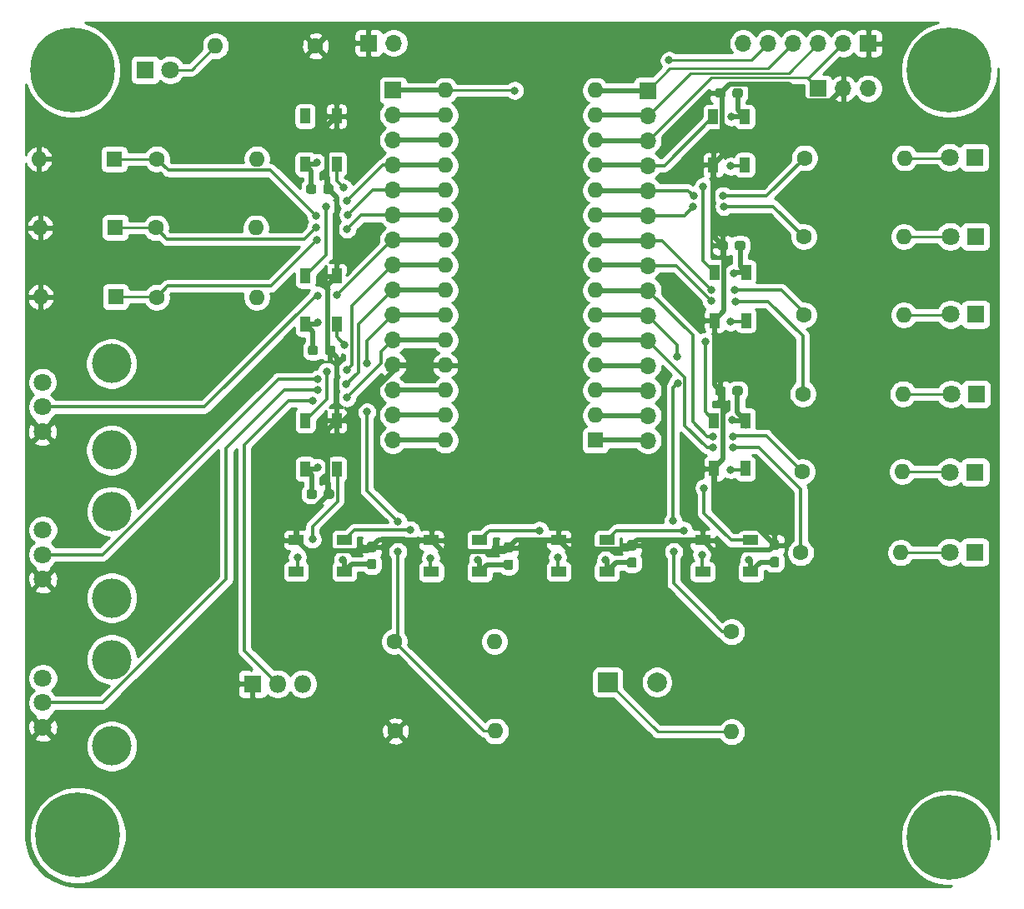
<source format=gbr>
%TF.GenerationSoftware,KiCad,Pcbnew,(5.1.6)-1*%
%TF.CreationDate,2021-11-13T00:29:39-05:00*%
%TF.ProjectId,ArduinoLearningBoard,41726475-696e-46f4-9c65-61726e696e67,rev?*%
%TF.SameCoordinates,Original*%
%TF.FileFunction,Copper,L1,Top*%
%TF.FilePolarity,Positive*%
%FSLAX46Y46*%
G04 Gerber Fmt 4.6, Leading zero omitted, Abs format (unit mm)*
G04 Created by KiCad (PCBNEW (5.1.6)-1) date 2021-11-13 00:29:39*
%MOMM*%
%LPD*%
G01*
G04 APERTURE LIST*
%TA.AperFunction,SMDPad,CuDef*%
%ADD10R,1.500000X1.000000*%
%TD*%
%TA.AperFunction,ComponentPad*%
%ADD11R,1.600000X1.600000*%
%TD*%
%TA.AperFunction,ComponentPad*%
%ADD12O,1.600000X1.600000*%
%TD*%
%TA.AperFunction,ComponentPad*%
%ADD13R,2.000000X2.000000*%
%TD*%
%TA.AperFunction,ComponentPad*%
%ADD14C,2.000000*%
%TD*%
%TA.AperFunction,SMDPad,CuDef*%
%ADD15R,1.000000X1.500000*%
%TD*%
%TA.AperFunction,ComponentPad*%
%ADD16R,1.800000X1.800000*%
%TD*%
%TA.AperFunction,ComponentPad*%
%ADD17C,1.800000*%
%TD*%
%TA.AperFunction,ComponentPad*%
%ADD18C,8.600000*%
%TD*%
%TA.AperFunction,ComponentPad*%
%ADD19C,0.900000*%
%TD*%
%TA.AperFunction,ComponentPad*%
%ADD20R,1.700000X1.700000*%
%TD*%
%TA.AperFunction,ComponentPad*%
%ADD21O,1.700000X1.700000*%
%TD*%
%TA.AperFunction,ComponentPad*%
%ADD22C,1.600000*%
%TD*%
%TA.AperFunction,WasherPad*%
%ADD23C,4.000000*%
%TD*%
%TA.AperFunction,ComponentPad*%
%ADD24O,1.800000X1.800000*%
%TD*%
%TA.AperFunction,ViaPad*%
%ADD25C,0.800000*%
%TD*%
%TA.AperFunction,Conductor*%
%ADD26C,0.500000*%
%TD*%
%TA.AperFunction,Conductor*%
%ADD27C,0.250000*%
%TD*%
%TA.AperFunction,Conductor*%
%ADD28C,0.300000*%
%TD*%
%TA.AperFunction,Conductor*%
%ADD29C,0.254000*%
%TD*%
G04 APERTURE END LIST*
D10*
%TO.P,D17,1*%
%TO.N,+5V*%
X70150000Y-75160000D03*
%TO.P,D17,2*%
%TO.N,/LED_CONT*%
X70150000Y-78360000D03*
%TO.P,D17,4*%
%TO.N,Net-(D16-Pad2)*%
X75050000Y-75160000D03*
%TO.P,D17,3*%
%TO.N,GND*%
X75050000Y-78360000D03*
%TD*%
%TO.P,D16,1*%
%TO.N,+5V*%
X83880000Y-75200000D03*
%TO.P,D16,2*%
%TO.N,Net-(D16-Pad2)*%
X83880000Y-78400000D03*
%TO.P,D16,4*%
%TO.N,Net-(D15-Pad2)*%
X88780000Y-75200000D03*
%TO.P,D16,3*%
%TO.N,GND*%
X88780000Y-78400000D03*
%TD*%
%TO.P,D15,1*%
%TO.N,+5V*%
X96810000Y-75170000D03*
%TO.P,D15,2*%
%TO.N,Net-(D15-Pad2)*%
X96810000Y-78370000D03*
%TO.P,D15,4*%
%TO.N,Net-(D15-Pad4)*%
X101710000Y-75170000D03*
%TO.P,D15,3*%
%TO.N,GND*%
X101710000Y-78370000D03*
%TD*%
%TO.P,C10,2*%
%TO.N,GND*%
%TA.AperFunction,SMDPad,CuDef*%
G36*
G01*
X77592500Y-77090000D02*
X78067500Y-77090000D01*
G75*
G02*
X78305000Y-77327500I0J-237500D01*
G01*
X78305000Y-77902500D01*
G75*
G02*
X78067500Y-78140000I-237500J0D01*
G01*
X77592500Y-78140000D01*
G75*
G02*
X77355000Y-77902500I0J237500D01*
G01*
X77355000Y-77327500D01*
G75*
G02*
X77592500Y-77090000I237500J0D01*
G01*
G37*
%TD.AperFunction*%
%TO.P,C10,1*%
%TO.N,+5V*%
%TA.AperFunction,SMDPad,CuDef*%
G36*
G01*
X77592500Y-75340000D02*
X78067500Y-75340000D01*
G75*
G02*
X78305000Y-75577500I0J-237500D01*
G01*
X78305000Y-76152500D01*
G75*
G02*
X78067500Y-76390000I-237500J0D01*
G01*
X77592500Y-76390000D01*
G75*
G02*
X77355000Y-76152500I0J237500D01*
G01*
X77355000Y-75577500D01*
G75*
G02*
X77592500Y-75340000I237500J0D01*
G01*
G37*
%TD.AperFunction*%
%TD*%
%TO.P,C9,2*%
%TO.N,GND*%
%TA.AperFunction,SMDPad,CuDef*%
G36*
G01*
X104002500Y-76935000D02*
X104477500Y-76935000D01*
G75*
G02*
X104715000Y-77172500I0J-237500D01*
G01*
X104715000Y-77747500D01*
G75*
G02*
X104477500Y-77985000I-237500J0D01*
G01*
X104002500Y-77985000D01*
G75*
G02*
X103765000Y-77747500I0J237500D01*
G01*
X103765000Y-77172500D01*
G75*
G02*
X104002500Y-76935000I237500J0D01*
G01*
G37*
%TD.AperFunction*%
%TO.P,C9,1*%
%TO.N,+5V*%
%TA.AperFunction,SMDPad,CuDef*%
G36*
G01*
X104002500Y-75185000D02*
X104477500Y-75185000D01*
G75*
G02*
X104715000Y-75422500I0J-237500D01*
G01*
X104715000Y-75997500D01*
G75*
G02*
X104477500Y-76235000I-237500J0D01*
G01*
X104002500Y-76235000D01*
G75*
G02*
X103765000Y-75997500I0J237500D01*
G01*
X103765000Y-75422500D01*
G75*
G02*
X104002500Y-75185000I237500J0D01*
G01*
G37*
%TD.AperFunction*%
%TD*%
%TO.P,C8,2*%
%TO.N,GND*%
%TA.AperFunction,SMDPad,CuDef*%
G36*
G01*
X91472500Y-77155000D02*
X91947500Y-77155000D01*
G75*
G02*
X92185000Y-77392500I0J-237500D01*
G01*
X92185000Y-77967500D01*
G75*
G02*
X91947500Y-78205000I-237500J0D01*
G01*
X91472500Y-78205000D01*
G75*
G02*
X91235000Y-77967500I0J237500D01*
G01*
X91235000Y-77392500D01*
G75*
G02*
X91472500Y-77155000I237500J0D01*
G01*
G37*
%TD.AperFunction*%
%TO.P,C8,1*%
%TO.N,+5V*%
%TA.AperFunction,SMDPad,CuDef*%
G36*
G01*
X91472500Y-75405000D02*
X91947500Y-75405000D01*
G75*
G02*
X92185000Y-75642500I0J-237500D01*
G01*
X92185000Y-76217500D01*
G75*
G02*
X91947500Y-76455000I-237500J0D01*
G01*
X91472500Y-76455000D01*
G75*
G02*
X91235000Y-76217500I0J237500D01*
G01*
X91235000Y-75642500D01*
G75*
G02*
X91472500Y-75405000I237500J0D01*
G01*
G37*
%TD.AperFunction*%
%TD*%
D11*
%TO.P,A1,1*%
%TO.N,/TX1*%
X100540000Y-65040000D03*
D12*
%TO.P,A1,17*%
%TO.N,+3V3*%
X85300000Y-32020000D03*
%TO.P,A1,2*%
%TO.N,/RX0*%
X100540000Y-62500000D03*
%TO.P,A1,18*%
%TO.N,/VREF*%
X85300000Y-34560000D03*
%TO.P,A1,3*%
%TO.N,/RST*%
X100540000Y-59960000D03*
%TO.P,A1,19*%
%TO.N,/A0*%
X85300000Y-37100000D03*
%TO.P,A1,4*%
%TO.N,GND*%
X100540000Y-57420000D03*
%TO.P,A1,20*%
%TO.N,/A1*%
X85300000Y-39640000D03*
%TO.P,A1,5*%
%TO.N,/D2*%
X100540000Y-54880000D03*
%TO.P,A1,21*%
%TO.N,/A2*%
X85300000Y-42180000D03*
%TO.P,A1,6*%
%TO.N,/D3*%
X100540000Y-52340000D03*
%TO.P,A1,22*%
%TO.N,/A3*%
X85300000Y-44720000D03*
%TO.P,A1,7*%
%TO.N,/D4*%
X100540000Y-49800000D03*
%TO.P,A1,23*%
%TO.N,/A4*%
X85300000Y-47260000D03*
%TO.P,A1,8*%
%TO.N,/D5*%
X100540000Y-47260000D03*
%TO.P,A1,24*%
%TO.N,/A5*%
X85300000Y-49800000D03*
%TO.P,A1,9*%
%TO.N,/D6*%
X100540000Y-44720000D03*
%TO.P,A1,25*%
%TO.N,/A6*%
X85300000Y-52340000D03*
%TO.P,A1,10*%
%TO.N,/D7*%
X100540000Y-42180000D03*
%TO.P,A1,26*%
%TO.N,/A7*%
X85300000Y-54880000D03*
%TO.P,A1,11*%
%TO.N,/D8*%
X100540000Y-39640000D03*
%TO.P,A1,27*%
%TO.N,+5V*%
X85300000Y-57420000D03*
%TO.P,A1,12*%
%TO.N,/D9*%
X100540000Y-37100000D03*
%TO.P,A1,28*%
%TO.N,/RST*%
X85300000Y-59960000D03*
%TO.P,A1,13*%
%TO.N,/D10*%
X100540000Y-34560000D03*
%TO.P,A1,29*%
%TO.N,GND*%
X85300000Y-62500000D03*
%TO.P,A1,14*%
%TO.N,/D11*%
X100540000Y-32020000D03*
%TO.P,A1,30*%
%TO.N,/ARD_VIN*%
X85300000Y-65040000D03*
%TO.P,A1,15*%
%TO.N,/D12*%
X100540000Y-29480000D03*
%TO.P,A1,16*%
%TO.N,/D13*%
X85300000Y-29480000D03*
%TD*%
%TO.P,C7,2*%
%TO.N,GND*%
%TA.AperFunction,SMDPad,CuDef*%
G36*
G01*
X72215000Y-39272500D02*
X72215000Y-39747500D01*
G75*
G02*
X71977500Y-39985000I-237500J0D01*
G01*
X71402500Y-39985000D01*
G75*
G02*
X71165000Y-39747500I0J237500D01*
G01*
X71165000Y-39272500D01*
G75*
G02*
X71402500Y-39035000I237500J0D01*
G01*
X71977500Y-39035000D01*
G75*
G02*
X72215000Y-39272500I0J-237500D01*
G01*
G37*
%TD.AperFunction*%
%TO.P,C7,1*%
%TO.N,+5V*%
%TA.AperFunction,SMDPad,CuDef*%
G36*
G01*
X73965000Y-39272500D02*
X73965000Y-39747500D01*
G75*
G02*
X73727500Y-39985000I-237500J0D01*
G01*
X73152500Y-39985000D01*
G75*
G02*
X72915000Y-39747500I0J237500D01*
G01*
X72915000Y-39272500D01*
G75*
G02*
X73152500Y-39035000I237500J0D01*
G01*
X73727500Y-39035000D01*
G75*
G02*
X73965000Y-39272500I0J-237500D01*
G01*
G37*
%TD.AperFunction*%
%TD*%
%TO.P,C6,2*%
%TO.N,GND*%
%TA.AperFunction,SMDPad,CuDef*%
G36*
G01*
X72385000Y-55662500D02*
X72385000Y-56137500D01*
G75*
G02*
X72147500Y-56375000I-237500J0D01*
G01*
X71572500Y-56375000D01*
G75*
G02*
X71335000Y-56137500I0J237500D01*
G01*
X71335000Y-55662500D01*
G75*
G02*
X71572500Y-55425000I237500J0D01*
G01*
X72147500Y-55425000D01*
G75*
G02*
X72385000Y-55662500I0J-237500D01*
G01*
G37*
%TD.AperFunction*%
%TO.P,C6,1*%
%TO.N,+5V*%
%TA.AperFunction,SMDPad,CuDef*%
G36*
G01*
X74135000Y-55662500D02*
X74135000Y-56137500D01*
G75*
G02*
X73897500Y-56375000I-237500J0D01*
G01*
X73322500Y-56375000D01*
G75*
G02*
X73085000Y-56137500I0J237500D01*
G01*
X73085000Y-55662500D01*
G75*
G02*
X73322500Y-55425000I237500J0D01*
G01*
X73897500Y-55425000D01*
G75*
G02*
X74135000Y-55662500I0J-237500D01*
G01*
G37*
%TD.AperFunction*%
%TD*%
%TO.P,C5,2*%
%TO.N,GND*%
%TA.AperFunction,SMDPad,CuDef*%
G36*
G01*
X72255000Y-70272500D02*
X72255000Y-70747500D01*
G75*
G02*
X72017500Y-70985000I-237500J0D01*
G01*
X71442500Y-70985000D01*
G75*
G02*
X71205000Y-70747500I0J237500D01*
G01*
X71205000Y-70272500D01*
G75*
G02*
X71442500Y-70035000I237500J0D01*
G01*
X72017500Y-70035000D01*
G75*
G02*
X72255000Y-70272500I0J-237500D01*
G01*
G37*
%TD.AperFunction*%
%TO.P,C5,1*%
%TO.N,+5V*%
%TA.AperFunction,SMDPad,CuDef*%
G36*
G01*
X74005000Y-70272500D02*
X74005000Y-70747500D01*
G75*
G02*
X73767500Y-70985000I-237500J0D01*
G01*
X73192500Y-70985000D01*
G75*
G02*
X72955000Y-70747500I0J237500D01*
G01*
X72955000Y-70272500D01*
G75*
G02*
X73192500Y-70035000I237500J0D01*
G01*
X73767500Y-70035000D01*
G75*
G02*
X74005000Y-70272500I0J-237500D01*
G01*
G37*
%TD.AperFunction*%
%TD*%
%TO.P,C4,2*%
%TO.N,GND*%
%TA.AperFunction,SMDPad,CuDef*%
G36*
G01*
X118492500Y-76895000D02*
X118967500Y-76895000D01*
G75*
G02*
X119205000Y-77132500I0J-237500D01*
G01*
X119205000Y-77707500D01*
G75*
G02*
X118967500Y-77945000I-237500J0D01*
G01*
X118492500Y-77945000D01*
G75*
G02*
X118255000Y-77707500I0J237500D01*
G01*
X118255000Y-77132500D01*
G75*
G02*
X118492500Y-76895000I237500J0D01*
G01*
G37*
%TD.AperFunction*%
%TO.P,C4,1*%
%TO.N,+5V*%
%TA.AperFunction,SMDPad,CuDef*%
G36*
G01*
X118492500Y-75145000D02*
X118967500Y-75145000D01*
G75*
G02*
X119205000Y-75382500I0J-237500D01*
G01*
X119205000Y-75957500D01*
G75*
G02*
X118967500Y-76195000I-237500J0D01*
G01*
X118492500Y-76195000D01*
G75*
G02*
X118255000Y-75957500I0J237500D01*
G01*
X118255000Y-75382500D01*
G75*
G02*
X118492500Y-75145000I237500J0D01*
G01*
G37*
%TD.AperFunction*%
%TD*%
%TO.P,C3,2*%
%TO.N,GND*%
%TA.AperFunction,SMDPad,CuDef*%
G36*
G01*
X114445000Y-60247500D02*
X114445000Y-59772500D01*
G75*
G02*
X114682500Y-59535000I237500J0D01*
G01*
X115257500Y-59535000D01*
G75*
G02*
X115495000Y-59772500I0J-237500D01*
G01*
X115495000Y-60247500D01*
G75*
G02*
X115257500Y-60485000I-237500J0D01*
G01*
X114682500Y-60485000D01*
G75*
G02*
X114445000Y-60247500I0J237500D01*
G01*
G37*
%TD.AperFunction*%
%TO.P,C3,1*%
%TO.N,+5V*%
%TA.AperFunction,SMDPad,CuDef*%
G36*
G01*
X112695000Y-60247500D02*
X112695000Y-59772500D01*
G75*
G02*
X112932500Y-59535000I237500J0D01*
G01*
X113507500Y-59535000D01*
G75*
G02*
X113745000Y-59772500I0J-237500D01*
G01*
X113745000Y-60247500D01*
G75*
G02*
X113507500Y-60485000I-237500J0D01*
G01*
X112932500Y-60485000D01*
G75*
G02*
X112695000Y-60247500I0J237500D01*
G01*
G37*
%TD.AperFunction*%
%TD*%
%TO.P,C2,2*%
%TO.N,GND*%
%TA.AperFunction,SMDPad,CuDef*%
G36*
G01*
X114705000Y-45477500D02*
X114705000Y-45002500D01*
G75*
G02*
X114942500Y-44765000I237500J0D01*
G01*
X115517500Y-44765000D01*
G75*
G02*
X115755000Y-45002500I0J-237500D01*
G01*
X115755000Y-45477500D01*
G75*
G02*
X115517500Y-45715000I-237500J0D01*
G01*
X114942500Y-45715000D01*
G75*
G02*
X114705000Y-45477500I0J237500D01*
G01*
G37*
%TD.AperFunction*%
%TO.P,C2,1*%
%TO.N,+5V*%
%TA.AperFunction,SMDPad,CuDef*%
G36*
G01*
X112955000Y-45477500D02*
X112955000Y-45002500D01*
G75*
G02*
X113192500Y-44765000I237500J0D01*
G01*
X113767500Y-44765000D01*
G75*
G02*
X114005000Y-45002500I0J-237500D01*
G01*
X114005000Y-45477500D01*
G75*
G02*
X113767500Y-45715000I-237500J0D01*
G01*
X113192500Y-45715000D01*
G75*
G02*
X112955000Y-45477500I0J237500D01*
G01*
G37*
%TD.AperFunction*%
%TD*%
%TO.P,C1,2*%
%TO.N,GND*%
%TA.AperFunction,SMDPad,CuDef*%
G36*
G01*
X114455000Y-29987500D02*
X114455000Y-29512500D01*
G75*
G02*
X114692500Y-29275000I237500J0D01*
G01*
X115267500Y-29275000D01*
G75*
G02*
X115505000Y-29512500I0J-237500D01*
G01*
X115505000Y-29987500D01*
G75*
G02*
X115267500Y-30225000I-237500J0D01*
G01*
X114692500Y-30225000D01*
G75*
G02*
X114455000Y-29987500I0J237500D01*
G01*
G37*
%TD.AperFunction*%
%TO.P,C1,1*%
%TO.N,+5V*%
%TA.AperFunction,SMDPad,CuDef*%
G36*
G01*
X112705000Y-29987500D02*
X112705000Y-29512500D01*
G75*
G02*
X112942500Y-29275000I237500J0D01*
G01*
X113517500Y-29275000D01*
G75*
G02*
X113755000Y-29512500I0J-237500D01*
G01*
X113755000Y-29987500D01*
G75*
G02*
X113517500Y-30225000I-237500J0D01*
G01*
X112942500Y-30225000D01*
G75*
G02*
X112705000Y-29987500I0J237500D01*
G01*
G37*
%TD.AperFunction*%
%TD*%
D13*
%TO.P,BZ1,1*%
%TO.N,Net-(BZ1-Pad1)*%
X101790000Y-89610000D03*
D14*
%TO.P,BZ1,2*%
%TO.N,GND*%
X106790000Y-89610000D03*
%TD*%
D15*
%TO.P,D1,3*%
%TO.N,GND*%
X115700000Y-32150000D03*
%TO.P,D1,4*%
%TO.N,/D9*%
X112500000Y-32150000D03*
%TO.P,D1,2*%
%TO.N,Net-(D1-Pad2)*%
X115700000Y-37050000D03*
%TO.P,D1,1*%
%TO.N,+5V*%
X112500000Y-37050000D03*
%TD*%
%TO.P,D2,1*%
%TO.N,+5V*%
X112630000Y-52850000D03*
%TO.P,D2,2*%
%TO.N,Net-(D2-Pad2)*%
X115830000Y-52850000D03*
%TO.P,D2,4*%
%TO.N,Net-(D1-Pad2)*%
X112630000Y-47950000D03*
%TO.P,D2,3*%
%TO.N,GND*%
X115830000Y-47950000D03*
%TD*%
%TO.P,D3,3*%
%TO.N,GND*%
X115770000Y-63020000D03*
%TO.P,D3,4*%
%TO.N,Net-(D2-Pad2)*%
X112570000Y-63020000D03*
%TO.P,D3,2*%
%TO.N,Net-(D3-Pad2)*%
X115770000Y-67920000D03*
%TO.P,D3,1*%
%TO.N,+5V*%
X112570000Y-67920000D03*
%TD*%
D10*
%TO.P,D4,3*%
%TO.N,GND*%
X116320000Y-78400000D03*
%TO.P,D4,4*%
%TO.N,Net-(D3-Pad2)*%
X116320000Y-75200000D03*
%TO.P,D4,2*%
%TO.N,Net-(D15-Pad4)*%
X111420000Y-78400000D03*
%TO.P,D4,1*%
%TO.N,+5V*%
X111420000Y-75200000D03*
%TD*%
D15*
%TO.P,D5,1*%
%TO.N,+5V*%
X74290000Y-63050000D03*
%TO.P,D5,2*%
%TO.N,Net-(D5-Pad2)*%
X71090000Y-63050000D03*
%TO.P,D5,4*%
%TO.N,/LED_CONT*%
X74290000Y-67950000D03*
%TO.P,D5,3*%
%TO.N,GND*%
X71090000Y-67950000D03*
%TD*%
%TO.P,D6,3*%
%TO.N,GND*%
X71090000Y-53240000D03*
%TO.P,D6,4*%
%TO.N,Net-(D5-Pad2)*%
X74290000Y-53240000D03*
%TO.P,D6,2*%
%TO.N,Net-(D6-Pad2)*%
X71090000Y-48340000D03*
%TO.P,D6,1*%
%TO.N,+5V*%
X74290000Y-48340000D03*
%TD*%
%TO.P,D7,1*%
%TO.N,+5V*%
X74260000Y-32100000D03*
%TO.P,D7,2*%
%TO.N,Net-(D7-Pad2)*%
X71060000Y-32100000D03*
%TO.P,D7,4*%
%TO.N,Net-(D6-Pad2)*%
X74260000Y-37000000D03*
%TO.P,D7,3*%
%TO.N,GND*%
X71060000Y-37000000D03*
%TD*%
D16*
%TO.P,D8,1*%
%TO.N,GND*%
X139060000Y-76400000D03*
D17*
%TO.P,D8,2*%
%TO.N,Net-(D8-Pad2)*%
X136520000Y-76400000D03*
%TD*%
%TO.P,D9,2*%
%TO.N,Net-(D9-Pad2)*%
X136560000Y-68270000D03*
D16*
%TO.P,D9,1*%
%TO.N,GND*%
X139100000Y-68270000D03*
%TD*%
%TO.P,D10,1*%
%TO.N,GND*%
X139190000Y-60340000D03*
D17*
%TO.P,D10,2*%
%TO.N,Net-(D10-Pad2)*%
X136650000Y-60340000D03*
%TD*%
%TO.P,D11,2*%
%TO.N,Net-(D11-Pad2)*%
X136610000Y-52250000D03*
D16*
%TO.P,D11,1*%
%TO.N,GND*%
X139150000Y-52250000D03*
%TD*%
%TO.P,D12,1*%
%TO.N,GND*%
X139110000Y-44330000D03*
D17*
%TO.P,D12,2*%
%TO.N,Net-(D12-Pad2)*%
X136570000Y-44330000D03*
%TD*%
%TO.P,D13,2*%
%TO.N,Net-(D13-Pad2)*%
X136490000Y-36280000D03*
D16*
%TO.P,D13,1*%
%TO.N,GND*%
X139030000Y-36280000D03*
%TD*%
%TO.P,D14,1*%
%TO.N,GND*%
X54830000Y-27380000D03*
D17*
%TO.P,D14,2*%
%TO.N,Net-(D14-Pad2)*%
X57370000Y-27380000D03*
%TD*%
D18*
%TO.P,H1,1*%
%TO.N,GND*%
X47980000Y-105170000D03*
D19*
X51205000Y-105170000D03*
X50260419Y-107450419D03*
X47980000Y-108395000D03*
X45699581Y-107450419D03*
X44755000Y-105170000D03*
X45699581Y-102889581D03*
X47980000Y-101945000D03*
X50260419Y-102889581D03*
%TD*%
%TO.P,H2,1*%
%TO.N,GND*%
X138760419Y-25139581D03*
X136480000Y-24195000D03*
X134199581Y-25139581D03*
X133255000Y-27420000D03*
X134199581Y-29700419D03*
X136480000Y-30645000D03*
X138760419Y-29700419D03*
X139705000Y-27420000D03*
D18*
X136480000Y-27420000D03*
%TD*%
%TO.P,H3,1*%
%TO.N,GND*%
X47440000Y-27390000D03*
D19*
X50665000Y-27390000D03*
X49720419Y-29670419D03*
X47440000Y-30615000D03*
X45159581Y-29670419D03*
X44215000Y-27390000D03*
X45159581Y-25109581D03*
X47440000Y-24165000D03*
X49720419Y-25109581D03*
%TD*%
%TO.P,H4,1*%
%TO.N,GND*%
X138760419Y-103119581D03*
X136480000Y-102175000D03*
X134199581Y-103119581D03*
X133255000Y-105400000D03*
X134199581Y-107680419D03*
X136480000Y-108625000D03*
X138760419Y-107680419D03*
X139705000Y-105400000D03*
D18*
X136480000Y-105400000D03*
%TD*%
D20*
%TO.P,J1,1*%
%TO.N,/D13*%
X79980000Y-29460000D03*
D21*
%TO.P,J1,2*%
%TO.N,+3V3*%
X79980000Y-32000000D03*
%TO.P,J1,3*%
%TO.N,/VREF*%
X79980000Y-34540000D03*
%TO.P,J1,4*%
%TO.N,/A0*%
X79980000Y-37080000D03*
%TO.P,J1,5*%
%TO.N,/A1*%
X79980000Y-39620000D03*
%TO.P,J1,6*%
%TO.N,/A2*%
X79980000Y-42160000D03*
%TO.P,J1,7*%
%TO.N,/A3*%
X79980000Y-44700000D03*
%TO.P,J1,8*%
%TO.N,/A4*%
X79980000Y-47240000D03*
%TO.P,J1,9*%
%TO.N,/A5*%
X79980000Y-49780000D03*
%TO.P,J1,10*%
%TO.N,/A6*%
X79980000Y-52320000D03*
%TO.P,J1,11*%
%TO.N,/A7*%
X79980000Y-54860000D03*
%TO.P,J1,12*%
%TO.N,+5V*%
X79980000Y-57400000D03*
%TO.P,J1,13*%
%TO.N,/RST*%
X79980000Y-59940000D03*
%TO.P,J1,14*%
%TO.N,GND*%
X79980000Y-62480000D03*
%TO.P,J1,15*%
%TO.N,/ARD_VIN*%
X79980000Y-65020000D03*
%TD*%
%TO.P,J2,15*%
%TO.N,/TX1*%
X105860000Y-65050000D03*
%TO.P,J2,14*%
%TO.N,/RX0*%
X105860000Y-62510000D03*
%TO.P,J2,13*%
%TO.N,/RST*%
X105860000Y-59970000D03*
%TO.P,J2,12*%
%TO.N,GND*%
X105860000Y-57430000D03*
%TO.P,J2,11*%
%TO.N,/D2*%
X105860000Y-54890000D03*
%TO.P,J2,10*%
%TO.N,/D3*%
X105860000Y-52350000D03*
%TO.P,J2,9*%
%TO.N,/D4*%
X105860000Y-49810000D03*
%TO.P,J2,8*%
%TO.N,/D5*%
X105860000Y-47270000D03*
%TO.P,J2,7*%
%TO.N,/D6*%
X105860000Y-44730000D03*
%TO.P,J2,6*%
%TO.N,/D7*%
X105860000Y-42190000D03*
%TO.P,J2,5*%
%TO.N,/D8*%
X105860000Y-39650000D03*
%TO.P,J2,4*%
%TO.N,/D9*%
X105860000Y-37110000D03*
%TO.P,J2,3*%
%TO.N,/D10*%
X105860000Y-34570000D03*
%TO.P,J2,2*%
%TO.N,/D11*%
X105860000Y-32030000D03*
D20*
%TO.P,J2,1*%
%TO.N,/D12*%
X105860000Y-29490000D03*
%TD*%
%TO.P,J3,1*%
%TO.N,+5V*%
X77510000Y-24660000D03*
D21*
%TO.P,J3,2*%
%TO.N,GND*%
X80050000Y-24660000D03*
%TD*%
D20*
%TO.P,J5,1*%
%TO.N,+5V*%
X128240000Y-24700000D03*
D21*
%TO.P,J5,2*%
%TO.N,/D10*%
X125700000Y-24700000D03*
%TO.P,J5,3*%
%TO.N,/D11*%
X123160000Y-24700000D03*
%TO.P,J5,4*%
%TO.N,/D12*%
X120620000Y-24700000D03*
%TO.P,J5,5*%
%TO.N,/D13*%
X118080000Y-24700000D03*
%TO.P,J5,6*%
%TO.N,GND*%
X115540000Y-24700000D03*
%TD*%
D20*
%TO.P,J6,1*%
%TO.N,/D10*%
X123160000Y-29280000D03*
D21*
%TO.P,J6,2*%
%TO.N,+5V*%
X125700000Y-29280000D03*
%TO.P,J6,3*%
%TO.N,GND*%
X128240000Y-29280000D03*
%TD*%
D22*
%TO.P,R1,1*%
%TO.N,/D3*%
X114380000Y-84510000D03*
D12*
%TO.P,R1,2*%
%TO.N,Net-(BZ1-Pad1)*%
X114380000Y-94670000D03*
%TD*%
%TO.P,R2,2*%
%TO.N,Net-(D8-Pad2)*%
X131550000Y-76460000D03*
D22*
%TO.P,R2,1*%
%TO.N,/D2*%
X121390000Y-76460000D03*
%TD*%
%TO.P,R3,1*%
%TO.N,+5V*%
X80240000Y-94590000D03*
D12*
%TO.P,R3,2*%
%TO.N,/A6*%
X90400000Y-94590000D03*
%TD*%
D22*
%TO.P,R4,1*%
%TO.N,/A0*%
X56010000Y-36440000D03*
D12*
%TO.P,R4,2*%
%TO.N,GND*%
X66170000Y-36440000D03*
%TD*%
%TO.P,R5,2*%
%TO.N,Net-(D9-Pad2)*%
X131680000Y-68230000D03*
D22*
%TO.P,R5,1*%
%TO.N,/D4*%
X121520000Y-68230000D03*
%TD*%
D12*
%TO.P,R6,2*%
%TO.N,GND*%
X90290000Y-85480000D03*
D22*
%TO.P,R6,1*%
%TO.N,/A6*%
X80130000Y-85480000D03*
%TD*%
D12*
%TO.P,R7,2*%
%TO.N,Net-(D10-Pad2)*%
X131760000Y-60310000D03*
D22*
%TO.P,R7,1*%
%TO.N,/D5*%
X121600000Y-60310000D03*
%TD*%
%TO.P,R8,1*%
%TO.N,/A1*%
X55910000Y-43450000D03*
D12*
%TO.P,R8,2*%
%TO.N,GND*%
X66070000Y-43450000D03*
%TD*%
D22*
%TO.P,R9,1*%
%TO.N,/D6*%
X121690000Y-52310000D03*
D12*
%TO.P,R9,2*%
%TO.N,Net-(D11-Pad2)*%
X131850000Y-52310000D03*
%TD*%
D22*
%TO.P,R10,1*%
%TO.N,/D7*%
X121690000Y-44340000D03*
D12*
%TO.P,R10,2*%
%TO.N,Net-(D12-Pad2)*%
X131850000Y-44340000D03*
%TD*%
%TO.P,R11,2*%
%TO.N,GND*%
X66150000Y-50500000D03*
D22*
%TO.P,R11,1*%
%TO.N,/A2*%
X55990000Y-50500000D03*
%TD*%
D12*
%TO.P,R12,2*%
%TO.N,Net-(D13-Pad2)*%
X131930000Y-36340000D03*
D22*
%TO.P,R12,1*%
%TO.N,/D8*%
X121770000Y-36340000D03*
%TD*%
%TO.P,R13,1*%
%TO.N,+5V*%
X72130000Y-24970000D03*
D12*
%TO.P,R13,2*%
%TO.N,Net-(D14-Pad2)*%
X61970000Y-24970000D03*
%TD*%
D23*
%TO.P,RV1,*%
%TO.N,*%
X51400000Y-66050000D03*
X51400000Y-57250000D03*
D17*
%TO.P,RV1,1*%
%TO.N,+5V*%
X44400000Y-64150000D03*
%TO.P,RV1,2*%
%TO.N,/A3*%
X44400000Y-61650000D03*
%TO.P,RV1,3*%
%TO.N,GND*%
X44400000Y-59150000D03*
%TD*%
%TO.P,RV2,3*%
%TO.N,GND*%
X44440000Y-74150000D03*
%TO.P,RV2,2*%
%TO.N,/A4*%
X44440000Y-76650000D03*
%TO.P,RV2,1*%
%TO.N,+5V*%
X44440000Y-79150000D03*
D23*
%TO.P,RV2,*%
%TO.N,*%
X51440000Y-72250000D03*
X51440000Y-81050000D03*
%TD*%
D17*
%TO.P,RV3,3*%
%TO.N,GND*%
X44440000Y-89210000D03*
%TO.P,RV3,2*%
%TO.N,/A5*%
X44440000Y-91710000D03*
%TO.P,RV3,1*%
%TO.N,+5V*%
X44440000Y-94210000D03*
D23*
%TO.P,RV3,*%
%TO.N,*%
X51440000Y-87310000D03*
X51440000Y-96110000D03*
%TD*%
D11*
%TO.P,SW1,1*%
%TO.N,/A0*%
X51680000Y-36460000D03*
D12*
%TO.P,SW1,2*%
%TO.N,+5V*%
X44060000Y-36460000D03*
%TD*%
%TO.P,SW2,2*%
%TO.N,+5V*%
X44180000Y-43410000D03*
D11*
%TO.P,SW2,1*%
%TO.N,/A1*%
X51800000Y-43410000D03*
%TD*%
%TO.P,SW3,1*%
%TO.N,/A2*%
X51820000Y-50450000D03*
D12*
%TO.P,SW3,2*%
%TO.N,+5V*%
X44200000Y-50450000D03*
%TD*%
D16*
%TO.P,TH1,1*%
%TO.N,+5V*%
X65740000Y-89790000D03*
D24*
%TO.P,TH1,2*%
%TO.N,/A7*%
X68280000Y-89790000D03*
%TO.P,TH1,3*%
%TO.N,GND*%
X70820000Y-89790000D03*
%TD*%
D25*
%TO.N,/A0*%
X72180000Y-42220000D03*
X75340000Y-40680000D03*
%TO.N,GND*%
X114360000Y-32180000D03*
X114570000Y-48060000D03*
X114420000Y-62960000D03*
X101580000Y-77210000D03*
X88590000Y-77190000D03*
X74890000Y-77150000D03*
X72340000Y-53040000D03*
X72300000Y-36810000D03*
X72310000Y-67780000D03*
X116140000Y-77160000D03*
%TO.N,/A1*%
X72160000Y-43420000D03*
X75420000Y-42110000D03*
%TO.N,/D2*%
X114520000Y-65770000D03*
X112460000Y-65790000D03*
%TO.N,/A2*%
X72280000Y-44660000D03*
X75320000Y-43560000D03*
%TO.N,/D3*%
X108860000Y-56510000D03*
X108880000Y-59230000D03*
X108420000Y-73240000D03*
X108480000Y-76360000D03*
%TO.N,/A3*%
X72360000Y-50310000D03*
X74330000Y-50260000D03*
%TO.N,/D4*%
X114500000Y-64620000D03*
X112460000Y-64620000D03*
%TO.N,/A4*%
X72330000Y-58820000D03*
X75310000Y-57890000D03*
%TO.N,/D5*%
X114740000Y-50910000D03*
X112320000Y-50870000D03*
%TO.N,/A5*%
X72360000Y-59960000D03*
X75260000Y-59340000D03*
%TO.N,/D6*%
X112320000Y-49740000D03*
X114720000Y-49800000D03*
%TO.N,/A6*%
X77340000Y-57210000D03*
X77340000Y-62150000D03*
X80460000Y-73260000D03*
X80490000Y-76350000D03*
%TO.N,/D7*%
X113600000Y-41280000D03*
X110460000Y-41310000D03*
%TO.N,/A7*%
X75290000Y-60720000D03*
X71800000Y-61030000D03*
%TO.N,/D8*%
X113490000Y-40180000D03*
X110500000Y-40220000D03*
%TO.N,/D13*%
X92340000Y-29490000D03*
X108030000Y-26420000D03*
%TO.N,Net-(D1-Pad2)*%
X111500000Y-39230000D03*
X114270000Y-37180000D03*
%TO.N,Net-(D2-Pad2)*%
X111690000Y-55000000D03*
X114250000Y-53010000D03*
%TO.N,Net-(D3-Pad2)*%
X111570000Y-69870000D03*
X114270000Y-68020000D03*
%TO.N,Net-(D5-Pad2)*%
X75060000Y-55310000D03*
X73270000Y-58050000D03*
%TO.N,Net-(D6-Pad2)*%
X74930000Y-39370000D03*
X73200000Y-41290000D03*
%TO.N,/LED_CONT*%
X71810000Y-75100000D03*
X70290000Y-76910000D03*
%TO.N,Net-(D15-Pad2)*%
X94860000Y-74200000D03*
X96690000Y-76930000D03*
%TO.N,Net-(D16-Pad2)*%
X81780000Y-74160000D03*
X83800000Y-77020000D03*
%TO.N,Net-(D15-Pad4)*%
X109490000Y-74200000D03*
X111340000Y-76670000D03*
%TD*%
D26*
%TO.N,/TX1*%
X105850000Y-65040000D02*
X105860000Y-65050000D01*
X100540000Y-65040000D02*
X105850000Y-65040000D01*
D27*
%TO.N,+3V3*%
X85280000Y-32000000D02*
X85300000Y-32020000D01*
D26*
X80000000Y-32020000D02*
X79980000Y-32000000D01*
X85300000Y-32020000D02*
X80000000Y-32020000D01*
%TO.N,/RX0*%
X100550000Y-62510000D02*
X100540000Y-62500000D01*
X105860000Y-62510000D02*
X100550000Y-62510000D01*
D27*
%TO.N,/VREF*%
X80000000Y-34560000D02*
X79980000Y-34540000D01*
D26*
X85280000Y-34540000D02*
X85300000Y-34560000D01*
X79980000Y-34540000D02*
X85280000Y-34540000D01*
D27*
%TO.N,/RST*%
X80000000Y-59960000D02*
X79980000Y-59940000D01*
D26*
X85280000Y-59940000D02*
X85300000Y-59960000D01*
X79980000Y-59940000D02*
X85280000Y-59940000D01*
X105850000Y-59960000D02*
X105860000Y-59970000D01*
X100540000Y-59960000D02*
X105850000Y-59960000D01*
D27*
%TO.N,/A0*%
X85280000Y-37080000D02*
X85300000Y-37100000D01*
X55990000Y-36460000D02*
X56010000Y-36440000D01*
X51680000Y-36460000D02*
X55990000Y-36460000D01*
D26*
X80000000Y-37100000D02*
X79980000Y-37080000D01*
X85300000Y-37100000D02*
X80000000Y-37100000D01*
D28*
X56010000Y-36440000D02*
X57160001Y-37590001D01*
X67550001Y-37590001D02*
X72180000Y-42220000D01*
X57160001Y-37590001D02*
X67550001Y-37590001D01*
X78940000Y-37080000D02*
X79980000Y-37080000D01*
X75340000Y-40680000D02*
X78940000Y-37080000D01*
D27*
%TO.N,GND*%
X85280000Y-62480000D02*
X85300000Y-62500000D01*
X115770000Y-63020000D02*
X115770000Y-63750000D01*
X115830000Y-47950000D02*
X115830000Y-48590000D01*
X115700000Y-32150000D02*
X115700000Y-32700000D01*
D26*
X114980000Y-31430000D02*
X115700000Y-32150000D01*
X114980000Y-29750000D02*
X114980000Y-31430000D01*
X115700000Y-32150000D02*
X114390000Y-32150000D01*
X114390000Y-32150000D02*
X114360000Y-32180000D01*
X115230000Y-47350000D02*
X115830000Y-47950000D01*
X115230000Y-45240000D02*
X115230000Y-47350000D01*
X115830000Y-47950000D02*
X114680000Y-47950000D01*
X114680000Y-47950000D02*
X114570000Y-48060000D01*
X114970000Y-62220000D02*
X115770000Y-63020000D01*
X114970000Y-60010000D02*
X114970000Y-62220000D01*
X115770000Y-63020000D02*
X114480000Y-63020000D01*
X114480000Y-63020000D02*
X114420000Y-62960000D01*
X102620000Y-77460000D02*
X101710000Y-78370000D01*
X104240000Y-77460000D02*
X102620000Y-77460000D01*
X101710000Y-78370000D02*
X101710000Y-77340000D01*
X101710000Y-77340000D02*
X101580000Y-77210000D01*
X89500000Y-77680000D02*
X88780000Y-78400000D01*
X91710000Y-77680000D02*
X89500000Y-77680000D01*
X88780000Y-78400000D02*
X88780000Y-77380000D01*
X88780000Y-77380000D02*
X88590000Y-77190000D01*
X75795000Y-77615000D02*
X75050000Y-78360000D01*
X77830000Y-77615000D02*
X75795000Y-77615000D01*
X75050000Y-78360000D02*
X75050000Y-77310000D01*
X75050000Y-77310000D02*
X74890000Y-77150000D01*
X80000000Y-62500000D02*
X79980000Y-62480000D01*
X85300000Y-62500000D02*
X80000000Y-62500000D01*
X100550000Y-57430000D02*
X100540000Y-57420000D01*
X105860000Y-57430000D02*
X100550000Y-57430000D01*
X71860000Y-54010000D02*
X71090000Y-53240000D01*
X71860000Y-55900000D02*
X71860000Y-54010000D01*
X71090000Y-53240000D02*
X72140000Y-53240000D01*
X72140000Y-53240000D02*
X72340000Y-53040000D01*
X71690000Y-37630000D02*
X71060000Y-37000000D01*
X71690000Y-39510000D02*
X71690000Y-37630000D01*
X71060000Y-37000000D02*
X72110000Y-37000000D01*
X72110000Y-37000000D02*
X72300000Y-36810000D01*
X71730000Y-68590000D02*
X71090000Y-67950000D01*
X71730000Y-70510000D02*
X71730000Y-68590000D01*
X71090000Y-67950000D02*
X72140000Y-67950000D01*
X72140000Y-67950000D02*
X72310000Y-67780000D01*
X117300000Y-77420000D02*
X116320000Y-78400000D01*
X118730000Y-77420000D02*
X117300000Y-77420000D01*
X116320000Y-78400000D02*
X116320000Y-77340000D01*
X116320000Y-77340000D02*
X116140000Y-77160000D01*
D27*
%TO.N,/A1*%
X80000000Y-39640000D02*
X79980000Y-39620000D01*
X51840000Y-43450000D02*
X51800000Y-43410000D01*
X55910000Y-43450000D02*
X51840000Y-43450000D01*
D26*
X85280000Y-39620000D02*
X85300000Y-39640000D01*
X79980000Y-39620000D02*
X85280000Y-39620000D01*
D28*
X70979999Y-44600001D02*
X72160000Y-43420000D01*
X55910000Y-43450000D02*
X57060001Y-44600001D01*
X57060001Y-44600001D02*
X70979999Y-44600001D01*
X77910000Y-39620000D02*
X79980000Y-39620000D01*
X75420000Y-42110000D02*
X77910000Y-39620000D01*
D26*
%TO.N,/D2*%
X105850000Y-54880000D02*
X105860000Y-54890000D01*
X100540000Y-54880000D02*
X105850000Y-54880000D01*
D28*
X121390000Y-76460000D02*
X121390000Y-70010000D01*
X121390000Y-70010000D02*
X117150000Y-65770000D01*
X117150000Y-65770000D02*
X114520000Y-65770000D01*
X111894315Y-65790000D02*
X109630000Y-63525685D01*
X112460000Y-65790000D02*
X111894315Y-65790000D01*
X109630000Y-58660000D02*
X105860000Y-54890000D01*
X109630000Y-63525685D02*
X109630000Y-58660000D01*
D27*
%TO.N,/A2*%
X85280000Y-42160000D02*
X85300000Y-42180000D01*
X55940000Y-50450000D02*
X55990000Y-50500000D01*
X51820000Y-50450000D02*
X55940000Y-50450000D01*
X79960000Y-42180000D02*
X79980000Y-42160000D01*
D26*
X80000000Y-42180000D02*
X79980000Y-42160000D01*
X85300000Y-42180000D02*
X80000000Y-42180000D01*
D28*
X67590001Y-49349999D02*
X72280000Y-44660000D01*
X55990000Y-50500000D02*
X57140001Y-49349999D01*
X57140001Y-49349999D02*
X67590001Y-49349999D01*
X76720000Y-42160000D02*
X79980000Y-42160000D01*
X75320000Y-43560000D02*
X76720000Y-42160000D01*
D26*
%TO.N,/D3*%
X105850000Y-52340000D02*
X105860000Y-52350000D01*
X100540000Y-52340000D02*
X105850000Y-52340000D01*
D28*
X105860000Y-52350000D02*
X108860000Y-55350000D01*
X108860000Y-55350000D02*
X108860000Y-56510000D01*
X108880000Y-59230000D02*
X108420000Y-59690000D01*
X108420000Y-59690000D02*
X108420000Y-73240000D01*
X108480000Y-76360000D02*
X108480000Y-79570000D01*
X113420000Y-84510000D02*
X114380000Y-84510000D01*
X108480000Y-79570000D02*
X113420000Y-84510000D01*
D27*
%TO.N,/A3*%
X80000000Y-44720000D02*
X79980000Y-44700000D01*
D26*
X85280000Y-44700000D02*
X85300000Y-44720000D01*
X79980000Y-44700000D02*
X85280000Y-44700000D01*
D28*
X72139998Y-50310000D02*
X72360000Y-50310000D01*
X44400000Y-61650000D02*
X60799998Y-61650000D01*
X60799998Y-61650000D02*
X72139998Y-50310000D01*
X79890000Y-44700000D02*
X79980000Y-44700000D01*
X74330000Y-50260000D02*
X79890000Y-44700000D01*
D26*
%TO.N,/D4*%
X100550000Y-49810000D02*
X100540000Y-49800000D01*
X105860000Y-49810000D02*
X100550000Y-49810000D01*
D28*
X121520000Y-68230000D02*
X117860000Y-64570000D01*
X117860000Y-64570000D02*
X114550000Y-64570000D01*
X114550000Y-64570000D02*
X114500000Y-64620000D01*
X111894315Y-64620000D02*
X110420000Y-63145685D01*
X112460000Y-64620000D02*
X111894315Y-64620000D01*
X110420000Y-54370000D02*
X105860000Y-49810000D01*
X110420000Y-63145685D02*
X110420000Y-54370000D01*
D27*
%TO.N,/A4*%
X85280000Y-47240000D02*
X85300000Y-47260000D01*
D26*
X80000000Y-47260000D02*
X79980000Y-47240000D01*
X85300000Y-47260000D02*
X80000000Y-47260000D01*
D28*
X68348002Y-58820000D02*
X72330000Y-58820000D01*
X44440000Y-76650000D02*
X50518002Y-76650000D01*
X50518002Y-76650000D02*
X68348002Y-58820000D01*
X75810001Y-51409999D02*
X79980000Y-47240000D01*
X75810001Y-57389999D02*
X75810001Y-51409999D01*
X75310000Y-57890000D02*
X75810001Y-57389999D01*
D27*
%TO.N,/D5*%
X100550000Y-47270000D02*
X100540000Y-47260000D01*
D26*
X105850000Y-47260000D02*
X105860000Y-47270000D01*
X100540000Y-47260000D02*
X105850000Y-47260000D01*
D28*
X121600000Y-60310000D02*
X121600000Y-54420000D01*
X121600000Y-54420000D02*
X118090000Y-50910000D01*
X118090000Y-50910000D02*
X114740000Y-50910000D01*
X108720000Y-47270000D02*
X105860000Y-47270000D01*
X112320000Y-50870000D02*
X108720000Y-47270000D01*
D26*
%TO.N,/A5*%
X85280000Y-49780000D02*
X85300000Y-49800000D01*
X79980000Y-49780000D02*
X85280000Y-49780000D01*
D28*
X50518002Y-91710000D02*
X63060000Y-79168002D01*
X44440000Y-91710000D02*
X50518002Y-91710000D01*
X63060000Y-79168002D02*
X63060000Y-65860000D01*
X63060000Y-65860000D02*
X68960000Y-59960000D01*
X68960000Y-59960000D02*
X72360000Y-59960000D01*
X75260000Y-59340000D02*
X76490000Y-58110000D01*
X76490000Y-53270000D02*
X79980000Y-49780000D01*
X76490000Y-58110000D02*
X76490000Y-53270000D01*
D27*
%TO.N,/D6*%
X105850000Y-44720000D02*
X105860000Y-44730000D01*
D26*
X100550000Y-44730000D02*
X100540000Y-44720000D01*
X105860000Y-44730000D02*
X100550000Y-44730000D01*
D28*
X105860000Y-44730000D02*
X107310000Y-44730000D01*
X107310000Y-44730000D02*
X112320000Y-49740000D01*
X114720000Y-49800000D02*
X119460000Y-49800000D01*
X121690000Y-52030000D02*
X121690000Y-52310000D01*
X119460000Y-49800000D02*
X121690000Y-52030000D01*
D27*
%TO.N,/A6*%
X80000000Y-52340000D02*
X79980000Y-52320000D01*
X80130000Y-85480000D02*
X89170000Y-94520000D01*
X90330000Y-94520000D02*
X90400000Y-94590000D01*
X89170000Y-94520000D02*
X90330000Y-94520000D01*
D26*
X85280000Y-52320000D02*
X85300000Y-52340000D01*
X79980000Y-52320000D02*
X85280000Y-52320000D01*
D28*
X79980000Y-52320000D02*
X77340000Y-54960000D01*
X77340000Y-54960000D02*
X77340000Y-57210000D01*
X77340000Y-62150000D02*
X77340000Y-70140000D01*
X77340000Y-70140000D02*
X80460000Y-73260000D01*
X80490000Y-85120000D02*
X80130000Y-85480000D01*
X80490000Y-76350000D02*
X80490000Y-85120000D01*
D27*
%TO.N,/D7*%
X100550000Y-42190000D02*
X100540000Y-42180000D01*
X105860000Y-41854998D02*
X105860000Y-42190000D01*
D28*
X121690000Y-44340000D02*
X118610000Y-41260000D01*
X118610000Y-41260000D02*
X113620000Y-41260000D01*
X113620000Y-41260000D02*
X113600000Y-41280000D01*
X109580000Y-42190000D02*
X105860000Y-42190000D01*
X110460000Y-41310000D02*
X109580000Y-42190000D01*
D26*
X105850000Y-42180000D02*
X105860000Y-42190000D01*
X100540000Y-42180000D02*
X105850000Y-42180000D01*
D27*
%TO.N,/A7*%
X85280000Y-54860000D02*
X85300000Y-54880000D01*
X68370000Y-89990000D02*
X68390000Y-90010000D01*
D26*
X80000000Y-54880000D02*
X79980000Y-54860000D01*
X85300000Y-54880000D02*
X80000000Y-54880000D01*
D28*
X79980000Y-54860000D02*
X78779999Y-56060001D01*
X78779999Y-57230001D02*
X75290000Y-60720000D01*
X78779999Y-56060001D02*
X78779999Y-57230001D01*
X71800000Y-61030000D02*
X69380000Y-61030000D01*
X69380000Y-61030000D02*
X64910000Y-65500000D01*
X64910000Y-86420000D02*
X68280000Y-89790000D01*
X64910000Y-65500000D02*
X64910000Y-86420000D01*
D27*
%TO.N,/D8*%
X105850000Y-39640000D02*
X105860000Y-39650000D01*
D28*
X121770000Y-36340000D02*
X117930000Y-40180000D01*
X117930000Y-40180000D02*
X113490000Y-40180000D01*
X109930000Y-39650000D02*
X105860000Y-39650000D01*
X110500000Y-40220000D02*
X109930000Y-39650000D01*
D26*
X100550000Y-39650000D02*
X100540000Y-39640000D01*
X105860000Y-39650000D02*
X100550000Y-39650000D01*
D27*
%TO.N,+5V*%
X74260000Y-32100000D02*
X74260000Y-32250000D01*
X74290000Y-63050000D02*
X74290000Y-63500000D01*
X80000000Y-57420000D02*
X79980000Y-57400000D01*
D26*
X71289999Y-76299999D02*
X70150000Y-75160000D01*
X77395001Y-76299999D02*
X71289999Y-76299999D01*
X77830000Y-75865000D02*
X77395001Y-76299999D01*
X85019999Y-76339999D02*
X83880000Y-75200000D01*
X91300001Y-76339999D02*
X85019999Y-76339999D01*
X91710000Y-75930000D02*
X91300001Y-76339999D01*
X103829999Y-76120001D02*
X97760001Y-76120001D01*
X97760001Y-76120001D02*
X96810000Y-75170000D01*
X104240000Y-75710000D02*
X103829999Y-76120001D01*
X78495000Y-75200000D02*
X77830000Y-75865000D01*
X83880000Y-75200000D02*
X78495000Y-75200000D01*
X92470000Y-75170000D02*
X91710000Y-75930000D01*
X96810000Y-75170000D02*
X92470000Y-75170000D01*
X113450001Y-36099999D02*
X112500000Y-37050000D01*
X113450001Y-29970001D02*
X113450001Y-36099999D01*
X113230000Y-29750000D02*
X113450001Y-29970001D01*
X112500000Y-44260000D02*
X113480000Y-45240000D01*
X112500000Y-37050000D02*
X112500000Y-44260000D01*
X113580001Y-51899999D02*
X112630000Y-52850000D01*
X113580001Y-45340001D02*
X113580001Y-51899999D01*
X113480000Y-45240000D02*
X113580001Y-45340001D01*
X112630000Y-59420000D02*
X113220000Y-60010000D01*
X112630000Y-52850000D02*
X112630000Y-59420000D01*
X113520001Y-66969999D02*
X112570000Y-67920000D01*
X113520001Y-60310001D02*
X113520001Y-66969999D01*
X113220000Y-60010000D02*
X113520001Y-60310001D01*
X112570000Y-67920000D02*
X112570000Y-70940000D01*
X85280000Y-57400000D02*
X85300000Y-57420000D01*
X79980000Y-57400000D02*
X85280000Y-57400000D01*
X73339999Y-64000001D02*
X74290000Y-63050000D01*
X73339999Y-70369999D02*
X73339999Y-64000001D01*
X73480000Y-70510000D02*
X73339999Y-70369999D01*
X73339999Y-49290001D02*
X74290000Y-48340000D01*
X73339999Y-55629999D02*
X73339999Y-49290001D01*
X73610000Y-55900000D02*
X73339999Y-55629999D01*
X73309999Y-39379999D02*
X73309999Y-33050001D01*
X73309999Y-33050001D02*
X74260000Y-32100000D01*
X73440000Y-39510000D02*
X73309999Y-39379999D01*
X74290000Y-40360000D02*
X73440000Y-39510000D01*
X74290000Y-48340000D02*
X74290000Y-40360000D01*
X74290000Y-56580000D02*
X73610000Y-55900000D01*
X74290000Y-63050000D02*
X74290000Y-56580000D01*
X70150000Y-73840000D02*
X73480000Y-70510000D01*
X70150000Y-75160000D02*
X70150000Y-73840000D01*
X79980000Y-58015998D02*
X74945998Y-63050000D01*
X74945998Y-63050000D02*
X74290000Y-63050000D01*
X79980000Y-57400000D02*
X79980000Y-58015998D01*
X124399999Y-30580001D02*
X125700000Y-29280000D01*
X120194988Y-28824990D02*
X121949999Y-30580001D01*
X121949999Y-30580001D02*
X124399999Y-30580001D01*
X114155010Y-28824990D02*
X120194988Y-28824990D01*
X113230000Y-29750000D02*
X114155010Y-28824990D01*
X114000000Y-70940000D02*
X118730000Y-75670000D01*
X112570000Y-70940000D02*
X114000000Y-70940000D01*
X112370001Y-76150001D02*
X111420000Y-75200000D01*
X118249999Y-76150001D02*
X112370001Y-76150001D01*
X118730000Y-75670000D02*
X118249999Y-76150001D01*
X104750000Y-75200000D02*
X104240000Y-75710000D01*
X111420000Y-75200000D02*
X104750000Y-75200000D01*
D27*
%TO.N,/D9*%
X100550000Y-37110000D02*
X100540000Y-37100000D01*
D28*
X107540000Y-37110000D02*
X112500000Y-32150000D01*
X105860000Y-37110000D02*
X107540000Y-37110000D01*
D26*
X105850000Y-37100000D02*
X105860000Y-37110000D01*
X100540000Y-37100000D02*
X105850000Y-37100000D01*
D27*
%TO.N,/D10*%
X105850000Y-34560000D02*
X105860000Y-34570000D01*
X122034990Y-28154990D02*
X123160000Y-29280000D01*
X105860000Y-34570000D02*
X112275010Y-28154990D01*
X122245010Y-28154990D02*
X121444990Y-28154990D01*
X112275010Y-28154990D02*
X121444990Y-28154990D01*
X125700000Y-24700000D02*
X122245010Y-28154990D01*
X121444990Y-28154990D02*
X122034990Y-28154990D01*
D26*
X100550000Y-34570000D02*
X100540000Y-34560000D01*
X105860000Y-34570000D02*
X100550000Y-34570000D01*
D27*
%TO.N,/D11*%
X105860000Y-32030000D02*
X110185020Y-27704980D01*
X120155020Y-27704980D02*
X123160000Y-24700000D01*
X110185020Y-27704980D02*
X120155020Y-27704980D01*
D26*
X105850000Y-32020000D02*
X105860000Y-32030000D01*
X100540000Y-32020000D02*
X105850000Y-32020000D01*
D27*
%TO.N,/ARD_VIN*%
X80000000Y-65040000D02*
X79980000Y-65020000D01*
D26*
X85280000Y-65020000D02*
X85300000Y-65040000D01*
X79980000Y-65020000D02*
X85280000Y-65020000D01*
D27*
%TO.N,/D12*%
X105850000Y-29480000D02*
X105860000Y-29490000D01*
X120620000Y-24700000D02*
X118065030Y-27254970D01*
X108095030Y-27254970D02*
X105860000Y-29490000D01*
X118065030Y-27254970D02*
X108095030Y-27254970D01*
D26*
X100550000Y-29490000D02*
X100540000Y-29480000D01*
X105860000Y-29490000D02*
X100550000Y-29490000D01*
D27*
%TO.N,/D13*%
X80000000Y-29480000D02*
X79980000Y-29460000D01*
D26*
X85280000Y-29460000D02*
X85300000Y-29480000D01*
X79980000Y-29460000D02*
X85280000Y-29460000D01*
D27*
X85300000Y-29480000D02*
X92330000Y-29480000D01*
X92330000Y-29480000D02*
X92340000Y-29490000D01*
X116360000Y-26420000D02*
X118080000Y-24700000D01*
X108030000Y-26420000D02*
X116360000Y-26420000D01*
%TO.N,Net-(BZ1-Pad1)*%
X106850000Y-94670000D02*
X114380000Y-94670000D01*
X101790000Y-89610000D02*
X106850000Y-94670000D01*
D28*
%TO.N,Net-(D1-Pad2)*%
X112630000Y-47950000D02*
X111500000Y-46820000D01*
X111500000Y-46820000D02*
X111500000Y-39230000D01*
X115570000Y-37180000D02*
X115700000Y-37050000D01*
X114270000Y-37180000D02*
X115570000Y-37180000D01*
D27*
%TO.N,Net-(D2-Pad2)*%
X112169990Y-62619990D02*
X112570000Y-63020000D01*
D28*
X112570000Y-63020000D02*
X111690000Y-62140000D01*
X111690000Y-62140000D02*
X111690000Y-55000000D01*
X115670000Y-53010000D02*
X115830000Y-52850000D01*
X114250000Y-53010000D02*
X115670000Y-53010000D01*
D27*
%TO.N,Net-(D3-Pad2)*%
X115480000Y-67920000D02*
X115770000Y-67920000D01*
D28*
X115670000Y-68020000D02*
X115770000Y-67920000D01*
X114270000Y-68020000D02*
X115670000Y-68020000D01*
X114310000Y-75200000D02*
X116320000Y-75200000D01*
X111570000Y-69870000D02*
X111570000Y-72460000D01*
X111570000Y-72460000D02*
X114310000Y-75200000D01*
%TO.N,Net-(D5-Pad2)*%
X74290000Y-53240000D02*
X74290000Y-54540000D01*
X74290000Y-54540000D02*
X75060000Y-55310000D01*
X73270000Y-60870000D02*
X71090000Y-63050000D01*
X73270000Y-58050000D02*
X73270000Y-60870000D01*
%TO.N,Net-(D6-Pad2)*%
X74260000Y-37000000D02*
X74260000Y-38700000D01*
X74260000Y-38700000D02*
X74930000Y-39370000D01*
X73200000Y-46230000D02*
X71090000Y-48340000D01*
X73200000Y-41290000D02*
X73200000Y-46230000D01*
D27*
%TO.N,Net-(D8-Pad2)*%
X136460000Y-76460000D02*
X136520000Y-76400000D01*
X131550000Y-76460000D02*
X136460000Y-76460000D01*
%TO.N,Net-(D9-Pad2)*%
X136520000Y-68230000D02*
X136560000Y-68270000D01*
X131680000Y-68230000D02*
X136520000Y-68230000D01*
%TO.N,Net-(D10-Pad2)*%
X136620000Y-60310000D02*
X136650000Y-60340000D01*
X131760000Y-60310000D02*
X136620000Y-60310000D01*
%TO.N,Net-(D11-Pad2)*%
X136550000Y-52310000D02*
X136610000Y-52250000D01*
X131850000Y-52310000D02*
X136550000Y-52310000D01*
%TO.N,Net-(D12-Pad2)*%
X136560000Y-44340000D02*
X136570000Y-44330000D01*
X131850000Y-44340000D02*
X136560000Y-44340000D01*
%TO.N,Net-(D13-Pad2)*%
X136430000Y-36340000D02*
X136490000Y-36280000D01*
X131930000Y-36340000D02*
X136430000Y-36340000D01*
%TO.N,Net-(D14-Pad2)*%
X59560000Y-27380000D02*
X61970000Y-24970000D01*
X57370000Y-27380000D02*
X59560000Y-27380000D01*
D28*
%TO.N,/LED_CONT*%
X74355010Y-68015010D02*
X74355010Y-71224990D01*
X74290000Y-67950000D02*
X74355010Y-68015010D01*
X74355010Y-71224990D02*
X71810000Y-73770000D01*
X71810000Y-73770000D02*
X71810000Y-75100000D01*
X70290000Y-78220000D02*
X70150000Y-78360000D01*
X70290000Y-76910000D02*
X70290000Y-78220000D01*
%TO.N,Net-(D15-Pad2)*%
X88780000Y-75200000D02*
X89780000Y-74200000D01*
X89780000Y-74200000D02*
X94860000Y-74200000D01*
X96690000Y-78250000D02*
X96810000Y-78370000D01*
X96690000Y-76930000D02*
X96690000Y-78250000D01*
%TO.N,Net-(D16-Pad2)*%
X75050000Y-75160000D02*
X76050000Y-74160000D01*
X76050000Y-74160000D02*
X81780000Y-74160000D01*
X83800000Y-78320000D02*
X83880000Y-78400000D01*
X83800000Y-77020000D02*
X83800000Y-78320000D01*
%TO.N,Net-(D15-Pad4)*%
X101710000Y-75170000D02*
X102690000Y-74190000D01*
X102690000Y-74190000D02*
X107630000Y-74190000D01*
X107630000Y-74190000D02*
X109480000Y-74190000D01*
X109480000Y-74190000D02*
X109490000Y-74200000D01*
X111340000Y-78320000D02*
X111420000Y-78400000D01*
X111340000Y-76670000D02*
X111340000Y-78320000D01*
%TD*%
D29*
%TO.N,+5V*%
G36*
X135040514Y-22674650D02*
G01*
X134142401Y-23046660D01*
X133334121Y-23586735D01*
X132646735Y-24274121D01*
X132106660Y-25082401D01*
X131734650Y-25980514D01*
X131545000Y-26933945D01*
X131545000Y-27906055D01*
X131734650Y-28859486D01*
X132106660Y-29757599D01*
X132646735Y-30565879D01*
X133334121Y-31253265D01*
X134142401Y-31793340D01*
X135040514Y-32165350D01*
X135993945Y-32355000D01*
X136966055Y-32355000D01*
X137919486Y-32165350D01*
X138817599Y-31793340D01*
X139625879Y-31253265D01*
X140313265Y-30565879D01*
X140853340Y-29757599D01*
X141225350Y-28859486D01*
X141415000Y-27906055D01*
X141415000Y-27198034D01*
X141434808Y-27347484D01*
X141440000Y-27567778D01*
X141430004Y-105372002D01*
X141415000Y-105548826D01*
X141415000Y-104913945D01*
X141225350Y-103960514D01*
X140853340Y-103062401D01*
X140313265Y-102254121D01*
X139625879Y-101566735D01*
X138817599Y-101026660D01*
X137919486Y-100654650D01*
X136966055Y-100465000D01*
X135993945Y-100465000D01*
X135040514Y-100654650D01*
X134142401Y-101026660D01*
X133334121Y-101566735D01*
X132646735Y-102254121D01*
X132106660Y-103062401D01*
X131734650Y-103960514D01*
X131545000Y-104913945D01*
X131545000Y-105886055D01*
X131734650Y-106839486D01*
X132106660Y-107737599D01*
X132646735Y-108545879D01*
X133334121Y-109233265D01*
X134142401Y-109773340D01*
X135040514Y-110145350D01*
X135993945Y-110335000D01*
X136694372Y-110335000D01*
X136482215Y-110340000D01*
X48007089Y-110340000D01*
X47118003Y-110266904D01*
X46279153Y-110056200D01*
X45485982Y-109711319D01*
X44759788Y-109241522D01*
X44120079Y-108659430D01*
X43584034Y-107980681D01*
X43166036Y-107223479D01*
X42877325Y-106408185D01*
X42723618Y-105545278D01*
X42699998Y-105044407D01*
X42699952Y-104683945D01*
X43045000Y-104683945D01*
X43045000Y-105656055D01*
X43234650Y-106609486D01*
X43606660Y-107507599D01*
X44146735Y-108315879D01*
X44834121Y-109003265D01*
X45642401Y-109543340D01*
X46540514Y-109915350D01*
X47493945Y-110105000D01*
X48466055Y-110105000D01*
X49419486Y-109915350D01*
X50317599Y-109543340D01*
X51125879Y-109003265D01*
X51813265Y-108315879D01*
X52353340Y-107507599D01*
X52725350Y-106609486D01*
X52915000Y-105656055D01*
X52915000Y-104683945D01*
X52725350Y-103730514D01*
X52353340Y-102832401D01*
X51813265Y-102024121D01*
X51125879Y-101336735D01*
X50317599Y-100796660D01*
X49419486Y-100424650D01*
X48466055Y-100235000D01*
X47493945Y-100235000D01*
X46540514Y-100424650D01*
X45642401Y-100796660D01*
X44834121Y-101336735D01*
X44146735Y-102024121D01*
X43606660Y-102832401D01*
X43234650Y-103730514D01*
X43045000Y-104683945D01*
X42699952Y-104683945D01*
X42698817Y-95850475D01*
X48805000Y-95850475D01*
X48805000Y-96369525D01*
X48906261Y-96878601D01*
X49104893Y-97358141D01*
X49393262Y-97789715D01*
X49760285Y-98156738D01*
X50191859Y-98445107D01*
X50671399Y-98643739D01*
X51180475Y-98745000D01*
X51699525Y-98745000D01*
X52208601Y-98643739D01*
X52688141Y-98445107D01*
X53119715Y-98156738D01*
X53486738Y-97789715D01*
X53775107Y-97358141D01*
X53973739Y-96878601D01*
X54075000Y-96369525D01*
X54075000Y-95850475D01*
X54021737Y-95582702D01*
X79426903Y-95582702D01*
X79498486Y-95826671D01*
X79753996Y-95947571D01*
X80028184Y-96016300D01*
X80310512Y-96030217D01*
X80590130Y-95988787D01*
X80856292Y-95893603D01*
X80981514Y-95826671D01*
X81053097Y-95582702D01*
X80240000Y-94769605D01*
X79426903Y-95582702D01*
X54021737Y-95582702D01*
X53973739Y-95341399D01*
X53775107Y-94861859D01*
X53640572Y-94660512D01*
X78799783Y-94660512D01*
X78841213Y-94940130D01*
X78936397Y-95206292D01*
X79003329Y-95331514D01*
X79247298Y-95403097D01*
X80060395Y-94590000D01*
X80419605Y-94590000D01*
X81232702Y-95403097D01*
X81476671Y-95331514D01*
X81597571Y-95076004D01*
X81666300Y-94801816D01*
X81680217Y-94519488D01*
X81638787Y-94239870D01*
X81543603Y-93973708D01*
X81476671Y-93848486D01*
X81232702Y-93776903D01*
X80419605Y-94590000D01*
X80060395Y-94590000D01*
X79247298Y-93776903D01*
X79003329Y-93848486D01*
X78882429Y-94103996D01*
X78813700Y-94378184D01*
X78799783Y-94660512D01*
X53640572Y-94660512D01*
X53486738Y-94430285D01*
X53119715Y-94063262D01*
X52688141Y-93774893D01*
X52259389Y-93597298D01*
X79426903Y-93597298D01*
X80240000Y-94410395D01*
X81053097Y-93597298D01*
X80981514Y-93353329D01*
X80726004Y-93232429D01*
X80451816Y-93163700D01*
X80169488Y-93149783D01*
X79889870Y-93191213D01*
X79623708Y-93286397D01*
X79498486Y-93353329D01*
X79426903Y-93597298D01*
X52259389Y-93597298D01*
X52208601Y-93576261D01*
X51699525Y-93475000D01*
X51180475Y-93475000D01*
X50671399Y-93576261D01*
X50191859Y-93774893D01*
X49760285Y-94063262D01*
X49393262Y-94430285D01*
X49104893Y-94861859D01*
X48906261Y-95341399D01*
X48805000Y-95850475D01*
X42698817Y-95850475D01*
X42698742Y-95274080D01*
X43555525Y-95274080D01*
X43639208Y-95528261D01*
X43911775Y-95659158D01*
X44204642Y-95734365D01*
X44506553Y-95750991D01*
X44805907Y-95708397D01*
X45091199Y-95608222D01*
X45240792Y-95528261D01*
X45324475Y-95274080D01*
X44440000Y-94389605D01*
X43555525Y-95274080D01*
X42698742Y-95274080D01*
X42698613Y-94276553D01*
X42899009Y-94276553D01*
X42941603Y-94575907D01*
X43041778Y-94861199D01*
X43121739Y-95010792D01*
X43375920Y-95094475D01*
X44260395Y-94210000D01*
X44619605Y-94210000D01*
X45504080Y-95094475D01*
X45758261Y-95010792D01*
X45889158Y-94738225D01*
X45964365Y-94445358D01*
X45980991Y-94143447D01*
X45938397Y-93844093D01*
X45838222Y-93558801D01*
X45758261Y-93409208D01*
X45504080Y-93325525D01*
X44619605Y-94210000D01*
X44260395Y-94210000D01*
X43375920Y-93325525D01*
X43121739Y-93409208D01*
X42990842Y-93681775D01*
X42915635Y-93974642D01*
X42899009Y-94276553D01*
X42698613Y-94276553D01*
X42696879Y-80790475D01*
X48805000Y-80790475D01*
X48805000Y-81309525D01*
X48906261Y-81818601D01*
X49104893Y-82298141D01*
X49393262Y-82729715D01*
X49760285Y-83096738D01*
X50191859Y-83385107D01*
X50671399Y-83583739D01*
X51180475Y-83685000D01*
X51699525Y-83685000D01*
X52208601Y-83583739D01*
X52688141Y-83385107D01*
X53119715Y-83096738D01*
X53486738Y-82729715D01*
X53775107Y-82298141D01*
X53973739Y-81818601D01*
X54075000Y-81309525D01*
X54075000Y-80790475D01*
X53973739Y-80281399D01*
X53775107Y-79801859D01*
X53486738Y-79370285D01*
X53119715Y-79003262D01*
X52688141Y-78714893D01*
X52208601Y-78516261D01*
X51699525Y-78415000D01*
X51180475Y-78415000D01*
X50671399Y-78516261D01*
X50191859Y-78714893D01*
X49760285Y-79003262D01*
X49393262Y-79370285D01*
X49104893Y-79801859D01*
X48906261Y-80281399D01*
X48805000Y-80790475D01*
X42696879Y-80790475D01*
X42696804Y-80214080D01*
X43555525Y-80214080D01*
X43639208Y-80468261D01*
X43911775Y-80599158D01*
X44204642Y-80674365D01*
X44506553Y-80690991D01*
X44805907Y-80648397D01*
X45091199Y-80548222D01*
X45240792Y-80468261D01*
X45324475Y-80214080D01*
X44440000Y-79329605D01*
X43555525Y-80214080D01*
X42696804Y-80214080D01*
X42696675Y-79216553D01*
X42899009Y-79216553D01*
X42941603Y-79515907D01*
X43041778Y-79801199D01*
X43121739Y-79950792D01*
X43375920Y-80034475D01*
X44260395Y-79150000D01*
X44619605Y-79150000D01*
X45504080Y-80034475D01*
X45758261Y-79950792D01*
X45889158Y-79678225D01*
X45964365Y-79385358D01*
X45980991Y-79083447D01*
X45938397Y-78784093D01*
X45838222Y-78498801D01*
X45758261Y-78349208D01*
X45504080Y-78265525D01*
X44619605Y-79150000D01*
X44260395Y-79150000D01*
X43375920Y-78265525D01*
X43121739Y-78349208D01*
X42990842Y-78621775D01*
X42915635Y-78914642D01*
X42899009Y-79216553D01*
X42696675Y-79216553D01*
X42694947Y-65790475D01*
X48765000Y-65790475D01*
X48765000Y-66309525D01*
X48866261Y-66818601D01*
X49064893Y-67298141D01*
X49353262Y-67729715D01*
X49720285Y-68096738D01*
X50151859Y-68385107D01*
X50631399Y-68583739D01*
X51140475Y-68685000D01*
X51659525Y-68685000D01*
X52168601Y-68583739D01*
X52648141Y-68385107D01*
X53079715Y-68096738D01*
X53446738Y-67729715D01*
X53735107Y-67298141D01*
X53933739Y-66818601D01*
X54035000Y-66309525D01*
X54035000Y-65790475D01*
X53933739Y-65281399D01*
X53735107Y-64801859D01*
X53446738Y-64370285D01*
X53079715Y-64003262D01*
X52648141Y-63714893D01*
X52168601Y-63516261D01*
X51659525Y-63415000D01*
X51140475Y-63415000D01*
X50631399Y-63516261D01*
X50151859Y-63714893D01*
X49720285Y-64003262D01*
X49353262Y-64370285D01*
X49064893Y-64801859D01*
X48866261Y-65281399D01*
X48765000Y-65790475D01*
X42694947Y-65790475D01*
X42694872Y-65214080D01*
X43515525Y-65214080D01*
X43599208Y-65468261D01*
X43871775Y-65599158D01*
X44164642Y-65674365D01*
X44466553Y-65690991D01*
X44765907Y-65648397D01*
X45051199Y-65548222D01*
X45200792Y-65468261D01*
X45284475Y-65214080D01*
X44400000Y-64329605D01*
X43515525Y-65214080D01*
X42694872Y-65214080D01*
X42694743Y-64216553D01*
X42859009Y-64216553D01*
X42901603Y-64515907D01*
X43001778Y-64801199D01*
X43081739Y-64950792D01*
X43335920Y-65034475D01*
X44220395Y-64150000D01*
X44579605Y-64150000D01*
X45464080Y-65034475D01*
X45718261Y-64950792D01*
X45849158Y-64678225D01*
X45924365Y-64385358D01*
X45940991Y-64083447D01*
X45898397Y-63784093D01*
X45798222Y-63498801D01*
X45718261Y-63349208D01*
X45464080Y-63265525D01*
X44579605Y-64150000D01*
X44220395Y-64150000D01*
X43335920Y-63265525D01*
X43081739Y-63349208D01*
X42950842Y-63621775D01*
X42875635Y-63914642D01*
X42859009Y-64216553D01*
X42694743Y-64216553D01*
X42694072Y-58998816D01*
X42865000Y-58998816D01*
X42865000Y-59301184D01*
X42923989Y-59597743D01*
X43039701Y-59877095D01*
X43207688Y-60128505D01*
X43421495Y-60342312D01*
X43507831Y-60400000D01*
X43421495Y-60457688D01*
X43207688Y-60671495D01*
X43039701Y-60922905D01*
X42923989Y-61202257D01*
X42865000Y-61498816D01*
X42865000Y-61801184D01*
X42923989Y-62097743D01*
X43039701Y-62377095D01*
X43207688Y-62628505D01*
X43421495Y-62842312D01*
X43564310Y-62937738D01*
X43515525Y-63085920D01*
X44400000Y-63970395D01*
X45284475Y-63085920D01*
X45235690Y-62937738D01*
X45378505Y-62842312D01*
X45592312Y-62628505D01*
X45721608Y-62435000D01*
X60761445Y-62435000D01*
X60799998Y-62438797D01*
X60838551Y-62435000D01*
X60838559Y-62435000D01*
X60953885Y-62423641D01*
X61101858Y-62378754D01*
X61238231Y-62305862D01*
X61357762Y-62207764D01*
X61382345Y-62177810D01*
X69951928Y-53608227D01*
X69951928Y-53990000D01*
X69964188Y-54114482D01*
X70000498Y-54234180D01*
X70059463Y-54344494D01*
X70138815Y-54441185D01*
X70235506Y-54520537D01*
X70345820Y-54579502D01*
X70465518Y-54615812D01*
X70590000Y-54628072D01*
X70975001Y-54628072D01*
X70975000Y-55025631D01*
X70953377Y-55043377D01*
X70844488Y-55176058D01*
X70763577Y-55327433D01*
X70713752Y-55491684D01*
X70696928Y-55662500D01*
X70696928Y-56137500D01*
X70713752Y-56308316D01*
X70763577Y-56472567D01*
X70844488Y-56623942D01*
X70953377Y-56756623D01*
X71086058Y-56865512D01*
X71237433Y-56946423D01*
X71401684Y-56996248D01*
X71572500Y-57013072D01*
X72147500Y-57013072D01*
X72318316Y-56996248D01*
X72482567Y-56946423D01*
X72633942Y-56865512D01*
X72657839Y-56845901D01*
X72730506Y-56905537D01*
X72840820Y-56964502D01*
X72960518Y-57000812D01*
X73085000Y-57013072D01*
X73324250Y-57010000D01*
X73483000Y-56851250D01*
X73483000Y-56027000D01*
X73463000Y-56027000D01*
X73463000Y-55773000D01*
X73483000Y-55773000D01*
X73483000Y-55753000D01*
X73737000Y-55753000D01*
X73737000Y-55773000D01*
X73757000Y-55773000D01*
X73757000Y-56027000D01*
X73737000Y-56027000D01*
X73737000Y-56851250D01*
X73895750Y-57010000D01*
X74135000Y-57013072D01*
X74259482Y-57000812D01*
X74379180Y-56964502D01*
X74489494Y-56905537D01*
X74586185Y-56826185D01*
X74665537Y-56729494D01*
X74724502Y-56619180D01*
X74760812Y-56499482D01*
X74773072Y-56375000D01*
X74771984Y-56307987D01*
X74958061Y-56345000D01*
X75025001Y-56345000D01*
X75025001Y-56891413D01*
X75008102Y-56894774D01*
X74819744Y-56972795D01*
X74650226Y-57086063D01*
X74506063Y-57230226D01*
X74392795Y-57399744D01*
X74314774Y-57588102D01*
X74275000Y-57788061D01*
X74275000Y-57797240D01*
X74265226Y-57748102D01*
X74187205Y-57559744D01*
X74073937Y-57390226D01*
X73929774Y-57246063D01*
X73760256Y-57132795D01*
X73571898Y-57054774D01*
X73371939Y-57015000D01*
X73168061Y-57015000D01*
X72968102Y-57054774D01*
X72779744Y-57132795D01*
X72610226Y-57246063D01*
X72466063Y-57390226D01*
X72352795Y-57559744D01*
X72274774Y-57748102D01*
X72267435Y-57785000D01*
X72228061Y-57785000D01*
X72028102Y-57824774D01*
X71839744Y-57902795D01*
X71670226Y-58016063D01*
X71651289Y-58035000D01*
X68386558Y-58035000D01*
X68348002Y-58031203D01*
X68309446Y-58035000D01*
X68309441Y-58035000D01*
X68269028Y-58038980D01*
X68194115Y-58046358D01*
X68061682Y-58086532D01*
X68046142Y-58091246D01*
X67909769Y-58164138D01*
X67790238Y-58262236D01*
X67765655Y-58292190D01*
X54073734Y-71984111D01*
X53973739Y-71481399D01*
X53775107Y-71001859D01*
X53486738Y-70570285D01*
X53119715Y-70203262D01*
X52688141Y-69914893D01*
X52208601Y-69716261D01*
X51699525Y-69615000D01*
X51180475Y-69615000D01*
X50671399Y-69716261D01*
X50191859Y-69914893D01*
X49760285Y-70203262D01*
X49393262Y-70570285D01*
X49104893Y-71001859D01*
X48906261Y-71481399D01*
X48805000Y-71990475D01*
X48805000Y-72509525D01*
X48906261Y-73018601D01*
X49104893Y-73498141D01*
X49393262Y-73929715D01*
X49760285Y-74296738D01*
X50191859Y-74585107D01*
X50671399Y-74783739D01*
X51174111Y-74883734D01*
X50192845Y-75865000D01*
X45761608Y-75865000D01*
X45632312Y-75671495D01*
X45418505Y-75457688D01*
X45332169Y-75400000D01*
X45418505Y-75342312D01*
X45632312Y-75128505D01*
X45800299Y-74877095D01*
X45916011Y-74597743D01*
X45975000Y-74301184D01*
X45975000Y-73998816D01*
X45916011Y-73702257D01*
X45800299Y-73422905D01*
X45632312Y-73171495D01*
X45418505Y-72957688D01*
X45167095Y-72789701D01*
X44887743Y-72673989D01*
X44591184Y-72615000D01*
X44288816Y-72615000D01*
X43992257Y-72673989D01*
X43712905Y-72789701D01*
X43461495Y-72957688D01*
X43247688Y-73171495D01*
X43079701Y-73422905D01*
X42963989Y-73702257D01*
X42905000Y-73998816D01*
X42905000Y-74301184D01*
X42963989Y-74597743D01*
X43079701Y-74877095D01*
X43247688Y-75128505D01*
X43461495Y-75342312D01*
X43547831Y-75400000D01*
X43461495Y-75457688D01*
X43247688Y-75671495D01*
X43079701Y-75922905D01*
X42963989Y-76202257D01*
X42905000Y-76498816D01*
X42905000Y-76801184D01*
X42963989Y-77097743D01*
X43079701Y-77377095D01*
X43247688Y-77628505D01*
X43461495Y-77842312D01*
X43604310Y-77937738D01*
X43555525Y-78085920D01*
X44440000Y-78970395D01*
X45324475Y-78085920D01*
X45275690Y-77937738D01*
X45418505Y-77842312D01*
X45632312Y-77628505D01*
X45761608Y-77435000D01*
X50479449Y-77435000D01*
X50518002Y-77438797D01*
X50556555Y-77435000D01*
X50556563Y-77435000D01*
X50671889Y-77423641D01*
X50819862Y-77378754D01*
X50956235Y-77305862D01*
X51075766Y-77207764D01*
X51100349Y-77177810D01*
X62275001Y-66003158D01*
X62275000Y-78842845D01*
X54073734Y-87044111D01*
X53973739Y-86541399D01*
X53775107Y-86061859D01*
X53486738Y-85630285D01*
X53119715Y-85263262D01*
X52688141Y-84974893D01*
X52208601Y-84776261D01*
X51699525Y-84675000D01*
X51180475Y-84675000D01*
X50671399Y-84776261D01*
X50191859Y-84974893D01*
X49760285Y-85263262D01*
X49393262Y-85630285D01*
X49104893Y-86061859D01*
X48906261Y-86541399D01*
X48805000Y-87050475D01*
X48805000Y-87569525D01*
X48906261Y-88078601D01*
X49104893Y-88558141D01*
X49393262Y-88989715D01*
X49760285Y-89356738D01*
X50191859Y-89645107D01*
X50671399Y-89843739D01*
X51174111Y-89943734D01*
X50192845Y-90925000D01*
X45761608Y-90925000D01*
X45632312Y-90731495D01*
X45418505Y-90517688D01*
X45332169Y-90460000D01*
X45418505Y-90402312D01*
X45632312Y-90188505D01*
X45800299Y-89937095D01*
X45916011Y-89657743D01*
X45975000Y-89361184D01*
X45975000Y-89058816D01*
X45916011Y-88762257D01*
X45800299Y-88482905D01*
X45632312Y-88231495D01*
X45418505Y-88017688D01*
X45167095Y-87849701D01*
X44887743Y-87733989D01*
X44591184Y-87675000D01*
X44288816Y-87675000D01*
X43992257Y-87733989D01*
X43712905Y-87849701D01*
X43461495Y-88017688D01*
X43247688Y-88231495D01*
X43079701Y-88482905D01*
X42963989Y-88762257D01*
X42905000Y-89058816D01*
X42905000Y-89361184D01*
X42963989Y-89657743D01*
X43079701Y-89937095D01*
X43247688Y-90188505D01*
X43461495Y-90402312D01*
X43547831Y-90460000D01*
X43461495Y-90517688D01*
X43247688Y-90731495D01*
X43079701Y-90982905D01*
X42963989Y-91262257D01*
X42905000Y-91558816D01*
X42905000Y-91861184D01*
X42963989Y-92157743D01*
X43079701Y-92437095D01*
X43247688Y-92688505D01*
X43461495Y-92902312D01*
X43604310Y-92997738D01*
X43555525Y-93145920D01*
X44440000Y-94030395D01*
X45324475Y-93145920D01*
X45275690Y-92997738D01*
X45418505Y-92902312D01*
X45632312Y-92688505D01*
X45761608Y-92495000D01*
X50479449Y-92495000D01*
X50518002Y-92498797D01*
X50556555Y-92495000D01*
X50556563Y-92495000D01*
X50671889Y-92483641D01*
X50819862Y-92438754D01*
X50956235Y-92365862D01*
X51075766Y-92267764D01*
X51100349Y-92237810D01*
X52648159Y-90690000D01*
X64201928Y-90690000D01*
X64214188Y-90814482D01*
X64250498Y-90934180D01*
X64309463Y-91044494D01*
X64388815Y-91141185D01*
X64485506Y-91220537D01*
X64595820Y-91279502D01*
X64715518Y-91315812D01*
X64840000Y-91328072D01*
X65454250Y-91325000D01*
X65613000Y-91166250D01*
X65613000Y-89917000D01*
X64363750Y-89917000D01*
X64205000Y-90075750D01*
X64201928Y-90690000D01*
X52648159Y-90690000D01*
X63587811Y-79750348D01*
X63617764Y-79725766D01*
X63715862Y-79606235D01*
X63788754Y-79469862D01*
X63800683Y-79430537D01*
X63833642Y-79321889D01*
X63844016Y-79216553D01*
X63845000Y-79206563D01*
X63845000Y-79206558D01*
X63848797Y-79168002D01*
X63845000Y-79129446D01*
X63845000Y-66185157D01*
X64125000Y-65905157D01*
X64125001Y-86381437D01*
X64121203Y-86420000D01*
X64136359Y-86573886D01*
X64181246Y-86721859D01*
X64181247Y-86721860D01*
X64254139Y-86858233D01*
X64255469Y-86859853D01*
X64327655Y-86947812D01*
X64327659Y-86947816D01*
X64352237Y-86977764D01*
X64382185Y-87002342D01*
X65634843Y-88255000D01*
X65612998Y-88255000D01*
X65612998Y-88413748D01*
X65454250Y-88255000D01*
X64840000Y-88251928D01*
X64715518Y-88264188D01*
X64595820Y-88300498D01*
X64485506Y-88359463D01*
X64388815Y-88438815D01*
X64309463Y-88535506D01*
X64250498Y-88645820D01*
X64214188Y-88765518D01*
X64201928Y-88890000D01*
X64205000Y-89504250D01*
X64363750Y-89663000D01*
X65613000Y-89663000D01*
X65613000Y-89643000D01*
X65867000Y-89643000D01*
X65867000Y-89663000D01*
X65887000Y-89663000D01*
X65887000Y-89917000D01*
X65867000Y-89917000D01*
X65867000Y-91166250D01*
X66025750Y-91325000D01*
X66640000Y-91328072D01*
X66764482Y-91315812D01*
X66884180Y-91279502D01*
X66994494Y-91220537D01*
X67091185Y-91141185D01*
X67170537Y-91044494D01*
X67229502Y-90934180D01*
X67235056Y-90915873D01*
X67301495Y-90982312D01*
X67552905Y-91150299D01*
X67832257Y-91266011D01*
X68128816Y-91325000D01*
X68431184Y-91325000D01*
X68727743Y-91266011D01*
X69007095Y-91150299D01*
X69258505Y-90982312D01*
X69472312Y-90768505D01*
X69550000Y-90652237D01*
X69627688Y-90768505D01*
X69841495Y-90982312D01*
X70092905Y-91150299D01*
X70372257Y-91266011D01*
X70668816Y-91325000D01*
X70971184Y-91325000D01*
X71267743Y-91266011D01*
X71547095Y-91150299D01*
X71798505Y-90982312D01*
X72012312Y-90768505D01*
X72180299Y-90517095D01*
X72296011Y-90237743D01*
X72355000Y-89941184D01*
X72355000Y-89638816D01*
X72296011Y-89342257D01*
X72180299Y-89062905D01*
X72012312Y-88811495D01*
X71798505Y-88597688D01*
X71547095Y-88429701D01*
X71267743Y-88313989D01*
X70971184Y-88255000D01*
X70668816Y-88255000D01*
X70372257Y-88313989D01*
X70092905Y-88429701D01*
X69841495Y-88597688D01*
X69627688Y-88811495D01*
X69550000Y-88927763D01*
X69472312Y-88811495D01*
X69258505Y-88597688D01*
X69007095Y-88429701D01*
X68727743Y-88313989D01*
X68431184Y-88255000D01*
X68128816Y-88255000D01*
X67900560Y-88300403D01*
X65695000Y-86094843D01*
X65695000Y-85338665D01*
X78695000Y-85338665D01*
X78695000Y-85621335D01*
X78750147Y-85898574D01*
X78858320Y-86159727D01*
X79015363Y-86394759D01*
X79215241Y-86594637D01*
X79450273Y-86751680D01*
X79711426Y-86859853D01*
X79988665Y-86915000D01*
X80271335Y-86915000D01*
X80453887Y-86878688D01*
X88606200Y-95031002D01*
X88629999Y-95060001D01*
X88658997Y-95083799D01*
X88745724Y-95154974D01*
X88877753Y-95225546D01*
X89021014Y-95269003D01*
X89135361Y-95280265D01*
X89285363Y-95504759D01*
X89485241Y-95704637D01*
X89720273Y-95861680D01*
X89981426Y-95969853D01*
X90258665Y-96025000D01*
X90541335Y-96025000D01*
X90818574Y-95969853D01*
X91079727Y-95861680D01*
X91314759Y-95704637D01*
X91514637Y-95504759D01*
X91671680Y-95269727D01*
X91779853Y-95008574D01*
X91835000Y-94731335D01*
X91835000Y-94448665D01*
X91779853Y-94171426D01*
X91671680Y-93910273D01*
X91514637Y-93675241D01*
X91314759Y-93475363D01*
X91079727Y-93318320D01*
X90818574Y-93210147D01*
X90541335Y-93155000D01*
X90258665Y-93155000D01*
X89981426Y-93210147D01*
X89720273Y-93318320D01*
X89485241Y-93475363D01*
X89342703Y-93617901D01*
X84334802Y-88610000D01*
X100151928Y-88610000D01*
X100151928Y-90610000D01*
X100164188Y-90734482D01*
X100200498Y-90854180D01*
X100259463Y-90964494D01*
X100338815Y-91061185D01*
X100435506Y-91140537D01*
X100545820Y-91199502D01*
X100665518Y-91235812D01*
X100790000Y-91248072D01*
X102353271Y-91248072D01*
X106286201Y-95181003D01*
X106309999Y-95210001D01*
X106338997Y-95233799D01*
X106425724Y-95304974D01*
X106557753Y-95375546D01*
X106701014Y-95419003D01*
X106850000Y-95433677D01*
X106887333Y-95430000D01*
X113161957Y-95430000D01*
X113265363Y-95584759D01*
X113465241Y-95784637D01*
X113700273Y-95941680D01*
X113961426Y-96049853D01*
X114238665Y-96105000D01*
X114521335Y-96105000D01*
X114798574Y-96049853D01*
X115059727Y-95941680D01*
X115294759Y-95784637D01*
X115494637Y-95584759D01*
X115651680Y-95349727D01*
X115759853Y-95088574D01*
X115815000Y-94811335D01*
X115815000Y-94528665D01*
X115759853Y-94251426D01*
X115651680Y-93990273D01*
X115494637Y-93755241D01*
X115294759Y-93555363D01*
X115059727Y-93398320D01*
X114798574Y-93290147D01*
X114521335Y-93235000D01*
X114238665Y-93235000D01*
X113961426Y-93290147D01*
X113700273Y-93398320D01*
X113465241Y-93555363D01*
X113265363Y-93755241D01*
X113161957Y-93910000D01*
X107164802Y-93910000D01*
X103428072Y-90173271D01*
X103428072Y-89448967D01*
X105155000Y-89448967D01*
X105155000Y-89771033D01*
X105217832Y-90086912D01*
X105341082Y-90384463D01*
X105520013Y-90652252D01*
X105747748Y-90879987D01*
X106015537Y-91058918D01*
X106313088Y-91182168D01*
X106628967Y-91245000D01*
X106951033Y-91245000D01*
X107266912Y-91182168D01*
X107564463Y-91058918D01*
X107832252Y-90879987D01*
X108059987Y-90652252D01*
X108238918Y-90384463D01*
X108362168Y-90086912D01*
X108425000Y-89771033D01*
X108425000Y-89448967D01*
X108362168Y-89133088D01*
X108238918Y-88835537D01*
X108059987Y-88567748D01*
X107832252Y-88340013D01*
X107564463Y-88161082D01*
X107266912Y-88037832D01*
X106951033Y-87975000D01*
X106628967Y-87975000D01*
X106313088Y-88037832D01*
X106015537Y-88161082D01*
X105747748Y-88340013D01*
X105520013Y-88567748D01*
X105341082Y-88835537D01*
X105217832Y-89133088D01*
X105155000Y-89448967D01*
X103428072Y-89448967D01*
X103428072Y-88610000D01*
X103415812Y-88485518D01*
X103379502Y-88365820D01*
X103320537Y-88255506D01*
X103241185Y-88158815D01*
X103144494Y-88079463D01*
X103034180Y-88020498D01*
X102914482Y-87984188D01*
X102790000Y-87971928D01*
X100790000Y-87971928D01*
X100665518Y-87984188D01*
X100545820Y-88020498D01*
X100435506Y-88079463D01*
X100338815Y-88158815D01*
X100259463Y-88255506D01*
X100200498Y-88365820D01*
X100164188Y-88485518D01*
X100151928Y-88610000D01*
X84334802Y-88610000D01*
X81528688Y-85803887D01*
X81565000Y-85621335D01*
X81565000Y-85338665D01*
X88855000Y-85338665D01*
X88855000Y-85621335D01*
X88910147Y-85898574D01*
X89018320Y-86159727D01*
X89175363Y-86394759D01*
X89375241Y-86594637D01*
X89610273Y-86751680D01*
X89871426Y-86859853D01*
X90148665Y-86915000D01*
X90431335Y-86915000D01*
X90708574Y-86859853D01*
X90969727Y-86751680D01*
X91204759Y-86594637D01*
X91404637Y-86394759D01*
X91561680Y-86159727D01*
X91669853Y-85898574D01*
X91725000Y-85621335D01*
X91725000Y-85338665D01*
X91669853Y-85061426D01*
X91561680Y-84800273D01*
X91404637Y-84565241D01*
X91204759Y-84365363D01*
X90969727Y-84208320D01*
X90708574Y-84100147D01*
X90431335Y-84045000D01*
X90148665Y-84045000D01*
X89871426Y-84100147D01*
X89610273Y-84208320D01*
X89375241Y-84365363D01*
X89175363Y-84565241D01*
X89018320Y-84800273D01*
X88910147Y-85061426D01*
X88855000Y-85338665D01*
X81565000Y-85338665D01*
X81509853Y-85061426D01*
X81401680Y-84800273D01*
X81275000Y-84610683D01*
X81275000Y-77028711D01*
X81293937Y-77009774D01*
X81407205Y-76840256D01*
X81485226Y-76651898D01*
X81525000Y-76451939D01*
X81525000Y-76248061D01*
X81485226Y-76048102D01*
X81407205Y-75859744D01*
X81300468Y-75700000D01*
X82491928Y-75700000D01*
X82504188Y-75824482D01*
X82540498Y-75944180D01*
X82599463Y-76054494D01*
X82678815Y-76151185D01*
X82775506Y-76230537D01*
X82885820Y-76289502D01*
X83005518Y-76325812D01*
X83028239Y-76328050D01*
X82996063Y-76360226D01*
X82882795Y-76529744D01*
X82804774Y-76718102D01*
X82765000Y-76918061D01*
X82765000Y-77121939D01*
X82804774Y-77321898D01*
X82815599Y-77348032D01*
X82775506Y-77369463D01*
X82678815Y-77448815D01*
X82599463Y-77545506D01*
X82540498Y-77655820D01*
X82504188Y-77775518D01*
X82491928Y-77900000D01*
X82491928Y-78900000D01*
X82504188Y-79024482D01*
X82540498Y-79144180D01*
X82599463Y-79254494D01*
X82678815Y-79351185D01*
X82775506Y-79430537D01*
X82885820Y-79489502D01*
X83005518Y-79525812D01*
X83130000Y-79538072D01*
X84630000Y-79538072D01*
X84754482Y-79525812D01*
X84874180Y-79489502D01*
X84984494Y-79430537D01*
X85081185Y-79351185D01*
X85160537Y-79254494D01*
X85219502Y-79144180D01*
X85255812Y-79024482D01*
X85268072Y-78900000D01*
X85268072Y-77900000D01*
X85255812Y-77775518D01*
X85219502Y-77655820D01*
X85160537Y-77545506D01*
X85081185Y-77448815D01*
X84984494Y-77369463D01*
X84874180Y-77310498D01*
X84801857Y-77288559D01*
X84835000Y-77121939D01*
X84835000Y-76918061D01*
X84795226Y-76718102D01*
X84717205Y-76529744D01*
X84603937Y-76360226D01*
X84581462Y-76337751D01*
X84630000Y-76338072D01*
X84754482Y-76325812D01*
X84874180Y-76289502D01*
X84984494Y-76230537D01*
X85081185Y-76151185D01*
X85160537Y-76054494D01*
X85219502Y-75944180D01*
X85255812Y-75824482D01*
X85268072Y-75700000D01*
X85265000Y-75485750D01*
X85106250Y-75327000D01*
X84007000Y-75327000D01*
X84007000Y-75347000D01*
X83753000Y-75347000D01*
X83753000Y-75327000D01*
X82653750Y-75327000D01*
X82495000Y-75485750D01*
X82491928Y-75700000D01*
X81300468Y-75700000D01*
X81293937Y-75690226D01*
X81149774Y-75546063D01*
X80980256Y-75432795D01*
X80791898Y-75354774D01*
X80591939Y-75315000D01*
X80388061Y-75315000D01*
X80188102Y-75354774D01*
X79999744Y-75432795D01*
X79830226Y-75546063D01*
X79686063Y-75690226D01*
X79572795Y-75859744D01*
X79494774Y-76048102D01*
X79455000Y-76248061D01*
X79455000Y-76451939D01*
X79494774Y-76651898D01*
X79572795Y-76840256D01*
X79686063Y-77009774D01*
X79705000Y-77028711D01*
X79705001Y-84102808D01*
X79450273Y-84208320D01*
X79215241Y-84365363D01*
X79015363Y-84565241D01*
X78858320Y-84800273D01*
X78750147Y-85061426D01*
X78695000Y-85338665D01*
X65695000Y-85338665D01*
X65695000Y-75660000D01*
X68761928Y-75660000D01*
X68774188Y-75784482D01*
X68810498Y-75904180D01*
X68869463Y-76014494D01*
X68948815Y-76111185D01*
X69045506Y-76190537D01*
X69155820Y-76249502D01*
X69275518Y-76285812D01*
X69400000Y-76298072D01*
X69454334Y-76297712D01*
X69372795Y-76419744D01*
X69294774Y-76608102D01*
X69255000Y-76808061D01*
X69255000Y-77011939D01*
X69294774Y-77211898D01*
X69302890Y-77231492D01*
X69275518Y-77234188D01*
X69155820Y-77270498D01*
X69045506Y-77329463D01*
X68948815Y-77408815D01*
X68869463Y-77505506D01*
X68810498Y-77615820D01*
X68774188Y-77735518D01*
X68761928Y-77860000D01*
X68761928Y-78860000D01*
X68774188Y-78984482D01*
X68810498Y-79104180D01*
X68869463Y-79214494D01*
X68948815Y-79311185D01*
X69045506Y-79390537D01*
X69155820Y-79449502D01*
X69275518Y-79485812D01*
X69400000Y-79498072D01*
X70900000Y-79498072D01*
X71024482Y-79485812D01*
X71144180Y-79449502D01*
X71254494Y-79390537D01*
X71351185Y-79311185D01*
X71430537Y-79214494D01*
X71489502Y-79104180D01*
X71525812Y-78984482D01*
X71538072Y-78860000D01*
X71538072Y-77860000D01*
X71525812Y-77735518D01*
X71489502Y-77615820D01*
X71430537Y-77505506D01*
X71351185Y-77408815D01*
X71254494Y-77329463D01*
X71239785Y-77321601D01*
X71285226Y-77211898D01*
X71325000Y-77011939D01*
X71325000Y-76808061D01*
X71285226Y-76608102D01*
X71207205Y-76419744D01*
X71102002Y-76262296D01*
X71144180Y-76249502D01*
X71254494Y-76190537D01*
X71351185Y-76111185D01*
X71400769Y-76050767D01*
X71508102Y-76095226D01*
X71708061Y-76135000D01*
X71911939Y-76135000D01*
X72111898Y-76095226D01*
X72300256Y-76017205D01*
X72469774Y-75903937D01*
X72613937Y-75759774D01*
X72727205Y-75590256D01*
X72805226Y-75401898D01*
X72845000Y-75201939D01*
X72845000Y-74998061D01*
X72805226Y-74798102D01*
X72748022Y-74660000D01*
X73661928Y-74660000D01*
X73661928Y-75660000D01*
X73674188Y-75784482D01*
X73710498Y-75904180D01*
X73769463Y-76014494D01*
X73848815Y-76111185D01*
X73945506Y-76190537D01*
X74055820Y-76249502D01*
X74175518Y-76285812D01*
X74300000Y-76298072D01*
X74302050Y-76298072D01*
X74230226Y-76346063D01*
X74086063Y-76490226D01*
X73972795Y-76659744D01*
X73894774Y-76848102D01*
X73855000Y-77048061D01*
X73855000Y-77251939D01*
X73880957Y-77382437D01*
X73848815Y-77408815D01*
X73769463Y-77505506D01*
X73710498Y-77615820D01*
X73674188Y-77735518D01*
X73661928Y-77860000D01*
X73661928Y-78860000D01*
X73674188Y-78984482D01*
X73710498Y-79104180D01*
X73769463Y-79214494D01*
X73848815Y-79311185D01*
X73945506Y-79390537D01*
X74055820Y-79449502D01*
X74175518Y-79485812D01*
X74300000Y-79498072D01*
X75800000Y-79498072D01*
X75924482Y-79485812D01*
X76044180Y-79449502D01*
X76154494Y-79390537D01*
X76251185Y-79311185D01*
X76330537Y-79214494D01*
X76389502Y-79104180D01*
X76425812Y-78984482D01*
X76438072Y-78860000D01*
X76438072Y-78500000D01*
X76955631Y-78500000D01*
X76973377Y-78521623D01*
X77106058Y-78630512D01*
X77257433Y-78711423D01*
X77421684Y-78761248D01*
X77592500Y-78778072D01*
X78067500Y-78778072D01*
X78238316Y-78761248D01*
X78402567Y-78711423D01*
X78553942Y-78630512D01*
X78686623Y-78521623D01*
X78795512Y-78388942D01*
X78876423Y-78237567D01*
X78926248Y-78073316D01*
X78943072Y-77902500D01*
X78943072Y-77327500D01*
X78926248Y-77156684D01*
X78876423Y-76992433D01*
X78795512Y-76841058D01*
X78775901Y-76817161D01*
X78835537Y-76744494D01*
X78894502Y-76634180D01*
X78930812Y-76514482D01*
X78943072Y-76390000D01*
X78940000Y-76150750D01*
X78781250Y-75992000D01*
X77957000Y-75992000D01*
X77957000Y-76012000D01*
X77703000Y-76012000D01*
X77703000Y-75992000D01*
X76878750Y-75992000D01*
X76720000Y-76150750D01*
X76716928Y-76390000D01*
X76729188Y-76514482D01*
X76765498Y-76634180D01*
X76816716Y-76730000D01*
X75838465Y-76730000D01*
X75836214Y-76729778D01*
X75807205Y-76659744D01*
X75693937Y-76490226D01*
X75549774Y-76346063D01*
X75477950Y-76298072D01*
X75800000Y-76298072D01*
X75924482Y-76285812D01*
X76044180Y-76249502D01*
X76154494Y-76190537D01*
X76251185Y-76111185D01*
X76330537Y-76014494D01*
X76389502Y-75904180D01*
X76425812Y-75784482D01*
X76438072Y-75660000D01*
X76438072Y-74945000D01*
X76857705Y-74945000D01*
X76824463Y-74985506D01*
X76765498Y-75095820D01*
X76729188Y-75215518D01*
X76716928Y-75340000D01*
X76720000Y-75579250D01*
X76878750Y-75738000D01*
X77703000Y-75738000D01*
X77703000Y-75718000D01*
X77957000Y-75718000D01*
X77957000Y-75738000D01*
X78781250Y-75738000D01*
X78940000Y-75579250D01*
X78943072Y-75340000D01*
X78930812Y-75215518D01*
X78894502Y-75095820D01*
X78835537Y-74985506D01*
X78802295Y-74945000D01*
X81101289Y-74945000D01*
X81120226Y-74963937D01*
X81289744Y-75077205D01*
X81478102Y-75155226D01*
X81678061Y-75195000D01*
X81881939Y-75195000D01*
X82081898Y-75155226D01*
X82270256Y-75077205D01*
X82439774Y-74963937D01*
X82494922Y-74908789D01*
X82495000Y-74914250D01*
X82653750Y-75073000D01*
X83753000Y-75073000D01*
X83753000Y-74223750D01*
X84007000Y-74223750D01*
X84007000Y-75073000D01*
X85106250Y-75073000D01*
X85265000Y-74914250D01*
X85268072Y-74700000D01*
X87391928Y-74700000D01*
X87391928Y-75700000D01*
X87404188Y-75824482D01*
X87440498Y-75944180D01*
X87499463Y-76054494D01*
X87578815Y-76151185D01*
X87675506Y-76230537D01*
X87785820Y-76289502D01*
X87905518Y-76325812D01*
X88005640Y-76335673D01*
X87930226Y-76386063D01*
X87786063Y-76530226D01*
X87672795Y-76699744D01*
X87594774Y-76888102D01*
X87555000Y-77088061D01*
X87555000Y-77291939D01*
X87585167Y-77443602D01*
X87578815Y-77448815D01*
X87499463Y-77545506D01*
X87440498Y-77655820D01*
X87404188Y-77775518D01*
X87391928Y-77900000D01*
X87391928Y-78900000D01*
X87404188Y-79024482D01*
X87440498Y-79144180D01*
X87499463Y-79254494D01*
X87578815Y-79351185D01*
X87675506Y-79430537D01*
X87785820Y-79489502D01*
X87905518Y-79525812D01*
X88030000Y-79538072D01*
X89530000Y-79538072D01*
X89654482Y-79525812D01*
X89774180Y-79489502D01*
X89884494Y-79430537D01*
X89981185Y-79351185D01*
X90060537Y-79254494D01*
X90119502Y-79144180D01*
X90155812Y-79024482D01*
X90168072Y-78900000D01*
X90168072Y-78565000D01*
X90835631Y-78565000D01*
X90853377Y-78586623D01*
X90986058Y-78695512D01*
X91137433Y-78776423D01*
X91301684Y-78826248D01*
X91472500Y-78843072D01*
X91947500Y-78843072D01*
X92118316Y-78826248D01*
X92282567Y-78776423D01*
X92433942Y-78695512D01*
X92566623Y-78586623D01*
X92675512Y-78453942D01*
X92756423Y-78302567D01*
X92806248Y-78138316D01*
X92823072Y-77967500D01*
X92823072Y-77392500D01*
X92806248Y-77221684D01*
X92756423Y-77057433D01*
X92675512Y-76906058D01*
X92655901Y-76882161D01*
X92715537Y-76809494D01*
X92774502Y-76699180D01*
X92810812Y-76579482D01*
X92823072Y-76455000D01*
X92820000Y-76215750D01*
X92661250Y-76057000D01*
X91837000Y-76057000D01*
X91837000Y-76077000D01*
X91583000Y-76077000D01*
X91583000Y-76057000D01*
X90758750Y-76057000D01*
X90600000Y-76215750D01*
X90596928Y-76455000D01*
X90609188Y-76579482D01*
X90645498Y-76699180D01*
X90696716Y-76795000D01*
X89546662Y-76795000D01*
X89507205Y-76699744D01*
X89393937Y-76530226D01*
X89249774Y-76386063D01*
X89177950Y-76338072D01*
X89530000Y-76338072D01*
X89654482Y-76325812D01*
X89774180Y-76289502D01*
X89884494Y-76230537D01*
X89981185Y-76151185D01*
X90060537Y-76054494D01*
X90119502Y-75944180D01*
X90155812Y-75824482D01*
X90168072Y-75700000D01*
X90168072Y-74985000D01*
X90758222Y-74985000D01*
X90704463Y-75050506D01*
X90645498Y-75160820D01*
X90609188Y-75280518D01*
X90596928Y-75405000D01*
X90600000Y-75644250D01*
X90758750Y-75803000D01*
X91583000Y-75803000D01*
X91583000Y-75783000D01*
X91837000Y-75783000D01*
X91837000Y-75803000D01*
X92661250Y-75803000D01*
X92794250Y-75670000D01*
X95421928Y-75670000D01*
X95434188Y-75794482D01*
X95470498Y-75914180D01*
X95529463Y-76024494D01*
X95608815Y-76121185D01*
X95705506Y-76200537D01*
X95815820Y-76259502D01*
X95880183Y-76279026D01*
X95772795Y-76439744D01*
X95694774Y-76628102D01*
X95655000Y-76828061D01*
X95655000Y-77031939D01*
X95694774Y-77231898D01*
X95733198Y-77324661D01*
X95705506Y-77339463D01*
X95608815Y-77418815D01*
X95529463Y-77515506D01*
X95470498Y-77625820D01*
X95434188Y-77745518D01*
X95421928Y-77870000D01*
X95421928Y-78870000D01*
X95434188Y-78994482D01*
X95470498Y-79114180D01*
X95529463Y-79224494D01*
X95608815Y-79321185D01*
X95705506Y-79400537D01*
X95815820Y-79459502D01*
X95935518Y-79495812D01*
X96060000Y-79508072D01*
X97560000Y-79508072D01*
X97684482Y-79495812D01*
X97804180Y-79459502D01*
X97914494Y-79400537D01*
X98011185Y-79321185D01*
X98090537Y-79224494D01*
X98149502Y-79114180D01*
X98185812Y-78994482D01*
X98198072Y-78870000D01*
X98198072Y-77870000D01*
X98185812Y-77745518D01*
X98149502Y-77625820D01*
X98090537Y-77515506D01*
X98011185Y-77418815D01*
X97914494Y-77339463D01*
X97804180Y-77280498D01*
X97684482Y-77244188D01*
X97680306Y-77243777D01*
X97685226Y-77231898D01*
X97725000Y-77031939D01*
X97725000Y-76828061D01*
X97685226Y-76628102D01*
X97607205Y-76439744D01*
X97519044Y-76307801D01*
X97560000Y-76308072D01*
X97684482Y-76295812D01*
X97804180Y-76259502D01*
X97914494Y-76200537D01*
X98011185Y-76121185D01*
X98090537Y-76024494D01*
X98149502Y-75914180D01*
X98185812Y-75794482D01*
X98198072Y-75670000D01*
X98195000Y-75455750D01*
X98036250Y-75297000D01*
X96937000Y-75297000D01*
X96937000Y-75317000D01*
X96683000Y-75317000D01*
X96683000Y-75297000D01*
X95583750Y-75297000D01*
X95425000Y-75455750D01*
X95421928Y-75670000D01*
X92794250Y-75670000D01*
X92820000Y-75644250D01*
X92823072Y-75405000D01*
X92810812Y-75280518D01*
X92774502Y-75160820D01*
X92715537Y-75050506D01*
X92661778Y-74985000D01*
X94181289Y-74985000D01*
X94200226Y-75003937D01*
X94369744Y-75117205D01*
X94558102Y-75195226D01*
X94758061Y-75235000D01*
X94961939Y-75235000D01*
X95161898Y-75195226D01*
X95350256Y-75117205D01*
X95519774Y-75003937D01*
X95532231Y-74991481D01*
X95583750Y-75043000D01*
X96683000Y-75043000D01*
X96683000Y-74193750D01*
X96937000Y-74193750D01*
X96937000Y-75043000D01*
X98036250Y-75043000D01*
X98195000Y-74884250D01*
X98198072Y-74670000D01*
X98185812Y-74545518D01*
X98149502Y-74425820D01*
X98090537Y-74315506D01*
X98011185Y-74218815D01*
X97914494Y-74139463D01*
X97804180Y-74080498D01*
X97684482Y-74044188D01*
X97560000Y-74031928D01*
X97095750Y-74035000D01*
X96937000Y-74193750D01*
X96683000Y-74193750D01*
X96524250Y-74035000D01*
X96060000Y-74031928D01*
X95935518Y-74044188D01*
X95887200Y-74058845D01*
X95855226Y-73898102D01*
X95777205Y-73709744D01*
X95663937Y-73540226D01*
X95519774Y-73396063D01*
X95350256Y-73282795D01*
X95161898Y-73204774D01*
X94961939Y-73165000D01*
X94758061Y-73165000D01*
X94558102Y-73204774D01*
X94369744Y-73282795D01*
X94200226Y-73396063D01*
X94181289Y-73415000D01*
X89818556Y-73415000D01*
X89780000Y-73411203D01*
X89741444Y-73415000D01*
X89741439Y-73415000D01*
X89701026Y-73418980D01*
X89626113Y-73426358D01*
X89511102Y-73461247D01*
X89478140Y-73471246D01*
X89341767Y-73544138D01*
X89222236Y-73642236D01*
X89197655Y-73672188D01*
X88807915Y-74061928D01*
X88030000Y-74061928D01*
X87905518Y-74074188D01*
X87785820Y-74110498D01*
X87675506Y-74169463D01*
X87578815Y-74248815D01*
X87499463Y-74345506D01*
X87440498Y-74455820D01*
X87404188Y-74575518D01*
X87391928Y-74700000D01*
X85268072Y-74700000D01*
X85255812Y-74575518D01*
X85219502Y-74455820D01*
X85160537Y-74345506D01*
X85081185Y-74248815D01*
X84984494Y-74169463D01*
X84874180Y-74110498D01*
X84754482Y-74074188D01*
X84630000Y-74061928D01*
X84165750Y-74065000D01*
X84007000Y-74223750D01*
X83753000Y-74223750D01*
X83594250Y-74065000D01*
X83130000Y-74061928D01*
X83005518Y-74074188D01*
X82885820Y-74110498D01*
X82815000Y-74148353D01*
X82815000Y-74058061D01*
X82775226Y-73858102D01*
X82697205Y-73669744D01*
X82583937Y-73500226D01*
X82439774Y-73356063D01*
X82270256Y-73242795D01*
X82081898Y-73164774D01*
X81881939Y-73125000D01*
X81678061Y-73125000D01*
X81495000Y-73161413D01*
X81495000Y-73158061D01*
X81455226Y-72958102D01*
X81377205Y-72769744D01*
X81263937Y-72600226D01*
X81119774Y-72456063D01*
X80950256Y-72342795D01*
X80761898Y-72264774D01*
X80561939Y-72225000D01*
X80535158Y-72225000D01*
X78125000Y-69814843D01*
X78125000Y-62828711D01*
X78143937Y-62809774D01*
X78257205Y-62640256D01*
X78335226Y-62451898D01*
X78375000Y-62251939D01*
X78375000Y-62048061D01*
X78335226Y-61848102D01*
X78257205Y-61659744D01*
X78143937Y-61490226D01*
X77999774Y-61346063D01*
X77830256Y-61232795D01*
X77641898Y-61154774D01*
X77441939Y-61115000D01*
X77238061Y-61115000D01*
X77038102Y-61154774D01*
X76849744Y-61232795D01*
X76680226Y-61346063D01*
X76536063Y-61490226D01*
X76422795Y-61659744D01*
X76344774Y-61848102D01*
X76305000Y-62048061D01*
X76305000Y-62251939D01*
X76344774Y-62451898D01*
X76422795Y-62640256D01*
X76536063Y-62809774D01*
X76555000Y-62828711D01*
X76555001Y-70101437D01*
X76551203Y-70140000D01*
X76566359Y-70293886D01*
X76611246Y-70441859D01*
X76616318Y-70451348D01*
X76684139Y-70578233D01*
X76695721Y-70592345D01*
X76757655Y-70667812D01*
X76757659Y-70667816D01*
X76782237Y-70697764D01*
X76812185Y-70722342D01*
X79425000Y-73335158D01*
X79425000Y-73361939D01*
X79427598Y-73375000D01*
X76088556Y-73375000D01*
X76050000Y-73371203D01*
X76011444Y-73375000D01*
X76011439Y-73375000D01*
X75971026Y-73378980D01*
X75896113Y-73386358D01*
X75764250Y-73426359D01*
X75748140Y-73431246D01*
X75611767Y-73504138D01*
X75492236Y-73602236D01*
X75467653Y-73632190D01*
X75077915Y-74021928D01*
X74300000Y-74021928D01*
X74175518Y-74034188D01*
X74055820Y-74070498D01*
X73945506Y-74129463D01*
X73848815Y-74208815D01*
X73769463Y-74305506D01*
X73710498Y-74415820D01*
X73674188Y-74535518D01*
X73661928Y-74660000D01*
X72748022Y-74660000D01*
X72727205Y-74609744D01*
X72613937Y-74440226D01*
X72595000Y-74421289D01*
X72595000Y-74095157D01*
X74882820Y-71807337D01*
X74912774Y-71782754D01*
X75010872Y-71663223D01*
X75083764Y-71526850D01*
X75087196Y-71515537D01*
X75128652Y-71378877D01*
X75136030Y-71303964D01*
X75140010Y-71263551D01*
X75140010Y-71263546D01*
X75143807Y-71224990D01*
X75140010Y-71186434D01*
X75140010Y-69232934D01*
X75144494Y-69230537D01*
X75241185Y-69151185D01*
X75320537Y-69054494D01*
X75379502Y-68944180D01*
X75415812Y-68824482D01*
X75428072Y-68700000D01*
X75428072Y-67200000D01*
X75415812Y-67075518D01*
X75379502Y-66955820D01*
X75320537Y-66845506D01*
X75241185Y-66748815D01*
X75144494Y-66669463D01*
X75034180Y-66610498D01*
X74914482Y-66574188D01*
X74790000Y-66561928D01*
X73790000Y-66561928D01*
X73665518Y-66574188D01*
X73545820Y-66610498D01*
X73435506Y-66669463D01*
X73338815Y-66748815D01*
X73259463Y-66845506D01*
X73200498Y-66955820D01*
X73164188Y-67075518D01*
X73153895Y-67180028D01*
X73113937Y-67120226D01*
X72969774Y-66976063D01*
X72800256Y-66862795D01*
X72611898Y-66784774D01*
X72411939Y-66745000D01*
X72208061Y-66745000D01*
X72061912Y-66774071D01*
X72041185Y-66748815D01*
X71944494Y-66669463D01*
X71834180Y-66610498D01*
X71714482Y-66574188D01*
X71590000Y-66561928D01*
X70590000Y-66561928D01*
X70465518Y-66574188D01*
X70345820Y-66610498D01*
X70235506Y-66669463D01*
X70138815Y-66748815D01*
X70059463Y-66845506D01*
X70000498Y-66955820D01*
X69964188Y-67075518D01*
X69951928Y-67200000D01*
X69951928Y-68700000D01*
X69964188Y-68824482D01*
X70000498Y-68944180D01*
X70059463Y-69054494D01*
X70138815Y-69151185D01*
X70235506Y-69230537D01*
X70345820Y-69289502D01*
X70465518Y-69325812D01*
X70590000Y-69338072D01*
X70845001Y-69338072D01*
X70845000Y-69635631D01*
X70823377Y-69653377D01*
X70714488Y-69786058D01*
X70633577Y-69937433D01*
X70583752Y-70101684D01*
X70566928Y-70272500D01*
X70566928Y-70747500D01*
X70583752Y-70918316D01*
X70633577Y-71082567D01*
X70714488Y-71233942D01*
X70823377Y-71366623D01*
X70956058Y-71475512D01*
X71107433Y-71556423D01*
X71271684Y-71606248D01*
X71442500Y-71623072D01*
X72017500Y-71623072D01*
X72188316Y-71606248D01*
X72352567Y-71556423D01*
X72503942Y-71475512D01*
X72527839Y-71455901D01*
X72600506Y-71515537D01*
X72710820Y-71574502D01*
X72830518Y-71610812D01*
X72856475Y-71613368D01*
X71282190Y-73187653D01*
X71252236Y-73212236D01*
X71154138Y-73331768D01*
X71081246Y-73468141D01*
X71036359Y-73616114D01*
X71025000Y-73731440D01*
X71025000Y-73731447D01*
X71021203Y-73770000D01*
X71025000Y-73808553D01*
X71025000Y-74034345D01*
X71024482Y-74034188D01*
X70900000Y-74021928D01*
X70435750Y-74025000D01*
X70277000Y-74183750D01*
X70277000Y-75033000D01*
X70297000Y-75033000D01*
X70297000Y-75287000D01*
X70277000Y-75287000D01*
X70277000Y-75307000D01*
X70023000Y-75307000D01*
X70023000Y-75287000D01*
X68923750Y-75287000D01*
X68765000Y-75445750D01*
X68761928Y-75660000D01*
X65695000Y-75660000D01*
X65695000Y-74660000D01*
X68761928Y-74660000D01*
X68765000Y-74874250D01*
X68923750Y-75033000D01*
X70023000Y-75033000D01*
X70023000Y-74183750D01*
X69864250Y-74025000D01*
X69400000Y-74021928D01*
X69275518Y-74034188D01*
X69155820Y-74070498D01*
X69045506Y-74129463D01*
X68948815Y-74208815D01*
X68869463Y-74305506D01*
X68810498Y-74415820D01*
X68774188Y-74535518D01*
X68761928Y-74660000D01*
X65695000Y-74660000D01*
X65695000Y-65825157D01*
X69705157Y-61815000D01*
X70180019Y-61815000D01*
X70138815Y-61848815D01*
X70059463Y-61945506D01*
X70000498Y-62055820D01*
X69964188Y-62175518D01*
X69951928Y-62300000D01*
X69951928Y-63800000D01*
X69964188Y-63924482D01*
X70000498Y-64044180D01*
X70059463Y-64154494D01*
X70138815Y-64251185D01*
X70235506Y-64330537D01*
X70345820Y-64389502D01*
X70465518Y-64425812D01*
X70590000Y-64438072D01*
X71590000Y-64438072D01*
X71714482Y-64425812D01*
X71834180Y-64389502D01*
X71944494Y-64330537D01*
X72041185Y-64251185D01*
X72120537Y-64154494D01*
X72179502Y-64044180D01*
X72215812Y-63924482D01*
X72228072Y-63800000D01*
X73151928Y-63800000D01*
X73164188Y-63924482D01*
X73200498Y-64044180D01*
X73259463Y-64154494D01*
X73338815Y-64251185D01*
X73435506Y-64330537D01*
X73545820Y-64389502D01*
X73665518Y-64425812D01*
X73790000Y-64438072D01*
X74004250Y-64435000D01*
X74163000Y-64276250D01*
X74163000Y-63177000D01*
X74417000Y-63177000D01*
X74417000Y-64276250D01*
X74575750Y-64435000D01*
X74790000Y-64438072D01*
X74914482Y-64425812D01*
X75034180Y-64389502D01*
X75144494Y-64330537D01*
X75241185Y-64251185D01*
X75320537Y-64154494D01*
X75379502Y-64044180D01*
X75415812Y-63924482D01*
X75428072Y-63800000D01*
X75425000Y-63335750D01*
X75266250Y-63177000D01*
X74417000Y-63177000D01*
X74163000Y-63177000D01*
X73313750Y-63177000D01*
X73155000Y-63335750D01*
X73151928Y-63800000D01*
X72228072Y-63800000D01*
X72228072Y-63022085D01*
X73207573Y-62042584D01*
X73200498Y-62055820D01*
X73164188Y-62175518D01*
X73151928Y-62300000D01*
X73155000Y-62764250D01*
X73313750Y-62923000D01*
X74163000Y-62923000D01*
X74163000Y-61823750D01*
X74004250Y-61665000D01*
X73790000Y-61661928D01*
X73665518Y-61674188D01*
X73545820Y-61710498D01*
X73532584Y-61717573D01*
X73797810Y-61452347D01*
X73827764Y-61427764D01*
X73925862Y-61308233D01*
X73998754Y-61171860D01*
X74010864Y-61131939D01*
X74043642Y-61023887D01*
X74051020Y-60948974D01*
X74055000Y-60908561D01*
X74055000Y-60908556D01*
X74058797Y-60870000D01*
X74055000Y-60831444D01*
X74055000Y-58728711D01*
X74073937Y-58709774D01*
X74187205Y-58540256D01*
X74265226Y-58351898D01*
X74305000Y-58151939D01*
X74305000Y-58142760D01*
X74314774Y-58191898D01*
X74392795Y-58380256D01*
X74506063Y-58549774D01*
X74546289Y-58590000D01*
X74456063Y-58680226D01*
X74342795Y-58849744D01*
X74264774Y-59038102D01*
X74225000Y-59238061D01*
X74225000Y-59441939D01*
X74264774Y-59641898D01*
X74342795Y-59830256D01*
X74456063Y-59999774D01*
X74501289Y-60045000D01*
X74486063Y-60060226D01*
X74372795Y-60229744D01*
X74294774Y-60418102D01*
X74255000Y-60618061D01*
X74255000Y-60821939D01*
X74294774Y-61021898D01*
X74372795Y-61210256D01*
X74486063Y-61379774D01*
X74630226Y-61523937D01*
X74799744Y-61637205D01*
X74881088Y-61670899D01*
X74790000Y-61661928D01*
X74575750Y-61665000D01*
X74417000Y-61823750D01*
X74417000Y-62923000D01*
X75266250Y-62923000D01*
X75425000Y-62764250D01*
X75428072Y-62300000D01*
X75415812Y-62175518D01*
X75379502Y-62055820D01*
X75320537Y-61945506D01*
X75241185Y-61848815D01*
X75144494Y-61769463D01*
X75075578Y-61732626D01*
X75188061Y-61755000D01*
X75391939Y-61755000D01*
X75591898Y-61715226D01*
X75780256Y-61637205D01*
X75949774Y-61523937D01*
X76093937Y-61379774D01*
X76207205Y-61210256D01*
X76285226Y-61021898D01*
X76325000Y-60821939D01*
X76325000Y-60795157D01*
X78812978Y-58307180D01*
X78882412Y-58400269D01*
X79098645Y-58595178D01*
X79215534Y-58664805D01*
X79033368Y-58786525D01*
X78826525Y-58993368D01*
X78664010Y-59236589D01*
X78552068Y-59506842D01*
X78495000Y-59793740D01*
X78495000Y-60086260D01*
X78552068Y-60373158D01*
X78664010Y-60643411D01*
X78826525Y-60886632D01*
X79033368Y-61093475D01*
X79207760Y-61210000D01*
X79033368Y-61326525D01*
X78826525Y-61533368D01*
X78664010Y-61776589D01*
X78552068Y-62046842D01*
X78495000Y-62333740D01*
X78495000Y-62626260D01*
X78552068Y-62913158D01*
X78664010Y-63183411D01*
X78826525Y-63426632D01*
X79033368Y-63633475D01*
X79207760Y-63750000D01*
X79033368Y-63866525D01*
X78826525Y-64073368D01*
X78664010Y-64316589D01*
X78552068Y-64586842D01*
X78495000Y-64873740D01*
X78495000Y-65166260D01*
X78552068Y-65453158D01*
X78664010Y-65723411D01*
X78826525Y-65966632D01*
X79033368Y-66173475D01*
X79276589Y-66335990D01*
X79546842Y-66447932D01*
X79833740Y-66505000D01*
X80126260Y-66505000D01*
X80413158Y-66447932D01*
X80683411Y-66335990D01*
X80926632Y-66173475D01*
X81133475Y-65966632D01*
X81174656Y-65905000D01*
X84152115Y-65905000D01*
X84185363Y-65954759D01*
X84385241Y-66154637D01*
X84620273Y-66311680D01*
X84881426Y-66419853D01*
X85158665Y-66475000D01*
X85441335Y-66475000D01*
X85718574Y-66419853D01*
X85979727Y-66311680D01*
X86214759Y-66154637D01*
X86414637Y-65954759D01*
X86571680Y-65719727D01*
X86679853Y-65458574D01*
X86735000Y-65181335D01*
X86735000Y-64898665D01*
X86679853Y-64621426D01*
X86571680Y-64360273D01*
X86491317Y-64240000D01*
X99101928Y-64240000D01*
X99101928Y-65840000D01*
X99114188Y-65964482D01*
X99150498Y-66084180D01*
X99209463Y-66194494D01*
X99288815Y-66291185D01*
X99385506Y-66370537D01*
X99495820Y-66429502D01*
X99615518Y-66465812D01*
X99740000Y-66478072D01*
X101340000Y-66478072D01*
X101464482Y-66465812D01*
X101584180Y-66429502D01*
X101694494Y-66370537D01*
X101791185Y-66291185D01*
X101870537Y-66194494D01*
X101929502Y-66084180D01*
X101965812Y-65964482D01*
X101969701Y-65925000D01*
X104658662Y-65925000D01*
X104706525Y-65996632D01*
X104913368Y-66203475D01*
X105156589Y-66365990D01*
X105426842Y-66477932D01*
X105713740Y-66535000D01*
X106006260Y-66535000D01*
X106293158Y-66477932D01*
X106563411Y-66365990D01*
X106806632Y-66203475D01*
X107013475Y-65996632D01*
X107175990Y-65753411D01*
X107287932Y-65483158D01*
X107345000Y-65196260D01*
X107345000Y-64903740D01*
X107287932Y-64616842D01*
X107175990Y-64346589D01*
X107013475Y-64103368D01*
X106806632Y-63896525D01*
X106632240Y-63780000D01*
X106806632Y-63663475D01*
X107013475Y-63456632D01*
X107175990Y-63213411D01*
X107287932Y-62943158D01*
X107345000Y-62656260D01*
X107345000Y-62363740D01*
X107287932Y-62076842D01*
X107175990Y-61806589D01*
X107013475Y-61563368D01*
X106806632Y-61356525D01*
X106632240Y-61240000D01*
X106806632Y-61123475D01*
X107013475Y-60916632D01*
X107175990Y-60673411D01*
X107287932Y-60403158D01*
X107345000Y-60116260D01*
X107345000Y-59823740D01*
X107287932Y-59536842D01*
X107175990Y-59266589D01*
X107013475Y-59023368D01*
X106806632Y-58816525D01*
X106632240Y-58700000D01*
X106806632Y-58583475D01*
X107013475Y-58376632D01*
X107175990Y-58133411D01*
X107287932Y-57863158D01*
X107345000Y-57576260D01*
X107345000Y-57485158D01*
X108259598Y-58399756D01*
X108220226Y-58426063D01*
X108076063Y-58570226D01*
X107962795Y-58739744D01*
X107884774Y-58928102D01*
X107845000Y-59128061D01*
X107845000Y-59153238D01*
X107764138Y-59251768D01*
X107691246Y-59388141D01*
X107646359Y-59536114D01*
X107635000Y-59651440D01*
X107635000Y-59651447D01*
X107631203Y-59690000D01*
X107635000Y-59728553D01*
X107635001Y-72561288D01*
X107616063Y-72580226D01*
X107502795Y-72749744D01*
X107424774Y-72938102D01*
X107385000Y-73138061D01*
X107385000Y-73341939D01*
X107397544Y-73405000D01*
X102728552Y-73405000D01*
X102689999Y-73401203D01*
X102651446Y-73405000D01*
X102651439Y-73405000D01*
X102550490Y-73414943D01*
X102536112Y-73416359D01*
X102503151Y-73426358D01*
X102388140Y-73461246D01*
X102251767Y-73534138D01*
X102217942Y-73561898D01*
X102162187Y-73607655D01*
X102162184Y-73607658D01*
X102132236Y-73632236D01*
X102107657Y-73662185D01*
X101737914Y-74031928D01*
X100960000Y-74031928D01*
X100835518Y-74044188D01*
X100715820Y-74080498D01*
X100605506Y-74139463D01*
X100508815Y-74218815D01*
X100429463Y-74315506D01*
X100370498Y-74425820D01*
X100334188Y-74545518D01*
X100321928Y-74670000D01*
X100321928Y-75670000D01*
X100334188Y-75794482D01*
X100370498Y-75914180D01*
X100429463Y-76024494D01*
X100508815Y-76121185D01*
X100605506Y-76200537D01*
X100715820Y-76259502D01*
X100835518Y-76295812D01*
X100960000Y-76308072D01*
X101066880Y-76308072D01*
X100920226Y-76406063D01*
X100776063Y-76550226D01*
X100662795Y-76719744D01*
X100584774Y-76908102D01*
X100545000Y-77108061D01*
X100545000Y-77311939D01*
X100558198Y-77378288D01*
X100508815Y-77418815D01*
X100429463Y-77515506D01*
X100370498Y-77625820D01*
X100334188Y-77745518D01*
X100321928Y-77870000D01*
X100321928Y-78870000D01*
X100334188Y-78994482D01*
X100370498Y-79114180D01*
X100429463Y-79224494D01*
X100508815Y-79321185D01*
X100605506Y-79400537D01*
X100715820Y-79459502D01*
X100835518Y-79495812D01*
X100960000Y-79508072D01*
X102460000Y-79508072D01*
X102584482Y-79495812D01*
X102704180Y-79459502D01*
X102814494Y-79400537D01*
X102911185Y-79321185D01*
X102990537Y-79224494D01*
X103049502Y-79114180D01*
X103085812Y-78994482D01*
X103098072Y-78870000D01*
X103098072Y-78345000D01*
X103365631Y-78345000D01*
X103383377Y-78366623D01*
X103516058Y-78475512D01*
X103667433Y-78556423D01*
X103831684Y-78606248D01*
X104002500Y-78623072D01*
X104477500Y-78623072D01*
X104648316Y-78606248D01*
X104812567Y-78556423D01*
X104963942Y-78475512D01*
X105096623Y-78366623D01*
X105205512Y-78233942D01*
X105286423Y-78082567D01*
X105336248Y-77918316D01*
X105353072Y-77747500D01*
X105353072Y-77172500D01*
X105336248Y-77001684D01*
X105286423Y-76837433D01*
X105205512Y-76686058D01*
X105185901Y-76662161D01*
X105245537Y-76589494D01*
X105304502Y-76479180D01*
X105340812Y-76359482D01*
X105350800Y-76258061D01*
X107445000Y-76258061D01*
X107445000Y-76461939D01*
X107484774Y-76661898D01*
X107562795Y-76850256D01*
X107676063Y-77019774D01*
X107695000Y-77038711D01*
X107695001Y-79531437D01*
X107691203Y-79570000D01*
X107706359Y-79723886D01*
X107751246Y-79871859D01*
X107751247Y-79871860D01*
X107824139Y-80008233D01*
X107845676Y-80034475D01*
X107897655Y-80097812D01*
X107897659Y-80097816D01*
X107922237Y-80127764D01*
X107952185Y-80152342D01*
X112837658Y-85037816D01*
X112862236Y-85067764D01*
X112892184Y-85092342D01*
X112892187Y-85092345D01*
X112921559Y-85116450D01*
X112981767Y-85165862D01*
X113118140Y-85238754D01*
X113146910Y-85247481D01*
X113265363Y-85424759D01*
X113465241Y-85624637D01*
X113700273Y-85781680D01*
X113961426Y-85889853D01*
X114238665Y-85945000D01*
X114521335Y-85945000D01*
X114798574Y-85889853D01*
X115059727Y-85781680D01*
X115294759Y-85624637D01*
X115494637Y-85424759D01*
X115651680Y-85189727D01*
X115759853Y-84928574D01*
X115815000Y-84651335D01*
X115815000Y-84368665D01*
X115759853Y-84091426D01*
X115651680Y-83830273D01*
X115494637Y-83595241D01*
X115294759Y-83395363D01*
X115059727Y-83238320D01*
X114798574Y-83130147D01*
X114521335Y-83075000D01*
X114238665Y-83075000D01*
X113961426Y-83130147D01*
X113700273Y-83238320D01*
X113465241Y-83395363D01*
X113440381Y-83420223D01*
X109265000Y-79244843D01*
X109265000Y-77038711D01*
X109283937Y-77019774D01*
X109397205Y-76850256D01*
X109475226Y-76661898D01*
X109515000Y-76461939D01*
X109515000Y-76258061D01*
X109475226Y-76058102D01*
X109397205Y-75869744D01*
X109283937Y-75700226D01*
X109283711Y-75700000D01*
X110031928Y-75700000D01*
X110044188Y-75824482D01*
X110080498Y-75944180D01*
X110139463Y-76054494D01*
X110218815Y-76151185D01*
X110315506Y-76230537D01*
X110386121Y-76268282D01*
X110344774Y-76368102D01*
X110305000Y-76568061D01*
X110305000Y-76771939D01*
X110344774Y-76971898D01*
X110422795Y-77160256D01*
X110506775Y-77285941D01*
X110425820Y-77310498D01*
X110315506Y-77369463D01*
X110218815Y-77448815D01*
X110139463Y-77545506D01*
X110080498Y-77655820D01*
X110044188Y-77775518D01*
X110031928Y-77900000D01*
X110031928Y-78900000D01*
X110044188Y-79024482D01*
X110080498Y-79144180D01*
X110139463Y-79254494D01*
X110218815Y-79351185D01*
X110315506Y-79430537D01*
X110425820Y-79489502D01*
X110545518Y-79525812D01*
X110670000Y-79538072D01*
X112170000Y-79538072D01*
X112294482Y-79525812D01*
X112414180Y-79489502D01*
X112524494Y-79430537D01*
X112621185Y-79351185D01*
X112700537Y-79254494D01*
X112759502Y-79144180D01*
X112795812Y-79024482D01*
X112808072Y-78900000D01*
X112808072Y-77900000D01*
X112795812Y-77775518D01*
X112759502Y-77655820D01*
X112700537Y-77545506D01*
X112621185Y-77448815D01*
X112524494Y-77369463D01*
X112414180Y-77310498D01*
X112294482Y-77274188D01*
X112188080Y-77263709D01*
X112257205Y-77160256D01*
X112335226Y-76971898D01*
X112375000Y-76771939D01*
X112375000Y-76568061D01*
X112335226Y-76368102D01*
X112315116Y-76319553D01*
X112414180Y-76289502D01*
X112524494Y-76230537D01*
X112621185Y-76151185D01*
X112700537Y-76054494D01*
X112759502Y-75944180D01*
X112795812Y-75824482D01*
X112808072Y-75700000D01*
X112805000Y-75485750D01*
X112646250Y-75327000D01*
X111547000Y-75327000D01*
X111547000Y-75347000D01*
X111293000Y-75347000D01*
X111293000Y-75327000D01*
X110193750Y-75327000D01*
X110035000Y-75485750D01*
X110031928Y-75700000D01*
X109283711Y-75700000D01*
X109139774Y-75556063D01*
X108970256Y-75442795D01*
X108781898Y-75364774D01*
X108581939Y-75325000D01*
X108378061Y-75325000D01*
X108178102Y-75364774D01*
X107989744Y-75442795D01*
X107820226Y-75556063D01*
X107676063Y-75700226D01*
X107562795Y-75869744D01*
X107484774Y-76058102D01*
X107445000Y-76258061D01*
X105350800Y-76258061D01*
X105353072Y-76235000D01*
X105350000Y-75995750D01*
X105191250Y-75837000D01*
X104367000Y-75837000D01*
X104367000Y-75857000D01*
X104113000Y-75857000D01*
X104113000Y-75837000D01*
X103288750Y-75837000D01*
X103130000Y-75995750D01*
X103126928Y-76235000D01*
X103139188Y-76359482D01*
X103175498Y-76479180D01*
X103226716Y-76575000D01*
X102663465Y-76575000D01*
X102619999Y-76570719D01*
X102576533Y-76575000D01*
X102576523Y-76575000D01*
X102446510Y-76587805D01*
X102415360Y-76597254D01*
X102383937Y-76550226D01*
X102239774Y-76406063D01*
X102093120Y-76308072D01*
X102460000Y-76308072D01*
X102584482Y-76295812D01*
X102704180Y-76259502D01*
X102814494Y-76200537D01*
X102911185Y-76121185D01*
X102990537Y-76024494D01*
X103049502Y-75914180D01*
X103085812Y-75794482D01*
X103098072Y-75670000D01*
X103098072Y-74975000D01*
X103165130Y-74975000D01*
X103139188Y-75060518D01*
X103126928Y-75185000D01*
X103130000Y-75424250D01*
X103288750Y-75583000D01*
X104113000Y-75583000D01*
X104113000Y-75563000D01*
X104367000Y-75563000D01*
X104367000Y-75583000D01*
X105191250Y-75583000D01*
X105350000Y-75424250D01*
X105353072Y-75185000D01*
X105340812Y-75060518D01*
X105314870Y-74975000D01*
X108801289Y-74975000D01*
X108830226Y-75003937D01*
X108999744Y-75117205D01*
X109188102Y-75195226D01*
X109388061Y-75235000D01*
X109591939Y-75235000D01*
X109791898Y-75195226D01*
X109980256Y-75117205D01*
X110134735Y-75013985D01*
X110193750Y-75073000D01*
X111293000Y-75073000D01*
X111293000Y-74223750D01*
X111134250Y-74065000D01*
X110670000Y-74061928D01*
X110545518Y-74074188D01*
X110521689Y-74081416D01*
X110485226Y-73898102D01*
X110407205Y-73709744D01*
X110293937Y-73540226D01*
X110149774Y-73396063D01*
X109980256Y-73282795D01*
X109791898Y-73204774D01*
X109591939Y-73165000D01*
X109455000Y-73165000D01*
X109455000Y-73138061D01*
X109415226Y-72938102D01*
X109337205Y-72749744D01*
X109223937Y-72580226D01*
X109205000Y-72561289D01*
X109205000Y-69768061D01*
X110535000Y-69768061D01*
X110535000Y-69971939D01*
X110574774Y-70171898D01*
X110652795Y-70360256D01*
X110766063Y-70529774D01*
X110785000Y-70548711D01*
X110785001Y-72421437D01*
X110781203Y-72460000D01*
X110796359Y-72613886D01*
X110841246Y-72761859D01*
X110841247Y-72761860D01*
X110914139Y-72898233D01*
X110946859Y-72938102D01*
X110987655Y-72987812D01*
X110987659Y-72987816D01*
X111012237Y-73017764D01*
X111042185Y-73042342D01*
X112062482Y-74062639D01*
X111705750Y-74065000D01*
X111547000Y-74223750D01*
X111547000Y-75073000D01*
X112646250Y-75073000D01*
X112805000Y-74914250D01*
X112806542Y-74806700D01*
X113727658Y-75727816D01*
X113752236Y-75757764D01*
X113782184Y-75782342D01*
X113782187Y-75782345D01*
X113806424Y-75802236D01*
X113871767Y-75855862D01*
X113995068Y-75921767D01*
X114008140Y-75928754D01*
X114156112Y-75973641D01*
X114170490Y-75975057D01*
X114271439Y-75985000D01*
X114271446Y-75985000D01*
X114309999Y-75988797D01*
X114348552Y-75985000D01*
X115002317Y-75985000D01*
X115039463Y-76054494D01*
X115118815Y-76151185D01*
X115215506Y-76230537D01*
X115325820Y-76289502D01*
X115445518Y-76325812D01*
X115515225Y-76332677D01*
X115480226Y-76356063D01*
X115336063Y-76500226D01*
X115222795Y-76669744D01*
X115144774Y-76858102D01*
X115105000Y-77058061D01*
X115105000Y-77261939D01*
X115138894Y-77432337D01*
X115118815Y-77448815D01*
X115039463Y-77545506D01*
X114980498Y-77655820D01*
X114944188Y-77775518D01*
X114931928Y-77900000D01*
X114931928Y-78900000D01*
X114944188Y-79024482D01*
X114980498Y-79144180D01*
X115039463Y-79254494D01*
X115118815Y-79351185D01*
X115215506Y-79430537D01*
X115325820Y-79489502D01*
X115445518Y-79525812D01*
X115570000Y-79538072D01*
X117070000Y-79538072D01*
X117194482Y-79525812D01*
X117314180Y-79489502D01*
X117424494Y-79430537D01*
X117521185Y-79351185D01*
X117600537Y-79254494D01*
X117659502Y-79144180D01*
X117695812Y-79024482D01*
X117708072Y-78900000D01*
X117708072Y-78305000D01*
X117855631Y-78305000D01*
X117873377Y-78326623D01*
X118006058Y-78435512D01*
X118157433Y-78516423D01*
X118321684Y-78566248D01*
X118492500Y-78583072D01*
X118967500Y-78583072D01*
X119138316Y-78566248D01*
X119302567Y-78516423D01*
X119453942Y-78435512D01*
X119586623Y-78326623D01*
X119695512Y-78193942D01*
X119776423Y-78042567D01*
X119826248Y-77878316D01*
X119843072Y-77707500D01*
X119843072Y-77132500D01*
X119826248Y-76961684D01*
X119776423Y-76797433D01*
X119695512Y-76646058D01*
X119675901Y-76622161D01*
X119735537Y-76549494D01*
X119794502Y-76439180D01*
X119830812Y-76319482D01*
X119843072Y-76195000D01*
X119840000Y-75955750D01*
X119681250Y-75797000D01*
X118857000Y-75797000D01*
X118857000Y-75817000D01*
X118603000Y-75817000D01*
X118603000Y-75797000D01*
X118583000Y-75797000D01*
X118583000Y-75543000D01*
X118603000Y-75543000D01*
X118603000Y-74668750D01*
X118857000Y-74668750D01*
X118857000Y-75543000D01*
X119681250Y-75543000D01*
X119840000Y-75384250D01*
X119843072Y-75145000D01*
X119830812Y-75020518D01*
X119794502Y-74900820D01*
X119735537Y-74790506D01*
X119656185Y-74693815D01*
X119559494Y-74614463D01*
X119449180Y-74555498D01*
X119329482Y-74519188D01*
X119205000Y-74506928D01*
X119015750Y-74510000D01*
X118857000Y-74668750D01*
X118603000Y-74668750D01*
X118444250Y-74510000D01*
X118255000Y-74506928D01*
X118130518Y-74519188D01*
X118010820Y-74555498D01*
X117900506Y-74614463D01*
X117803815Y-74693815D01*
X117724463Y-74790506D01*
X117708072Y-74821171D01*
X117708072Y-74700000D01*
X117695812Y-74575518D01*
X117659502Y-74455820D01*
X117600537Y-74345506D01*
X117521185Y-74248815D01*
X117424494Y-74169463D01*
X117314180Y-74110498D01*
X117194482Y-74074188D01*
X117070000Y-74061928D01*
X115570000Y-74061928D01*
X115445518Y-74074188D01*
X115325820Y-74110498D01*
X115215506Y-74169463D01*
X115118815Y-74248815D01*
X115039463Y-74345506D01*
X115002317Y-74415000D01*
X114635158Y-74415000D01*
X112355000Y-72134843D01*
X112355000Y-70548711D01*
X112373937Y-70529774D01*
X112487205Y-70360256D01*
X112565226Y-70171898D01*
X112605000Y-69971939D01*
X112605000Y-69768061D01*
X112565226Y-69568102D01*
X112487205Y-69379744D01*
X112375975Y-69213275D01*
X112443000Y-69146250D01*
X112443000Y-68047000D01*
X111593750Y-68047000D01*
X111435000Y-68205750D01*
X111431928Y-68670000D01*
X111444188Y-68794482D01*
X111457138Y-68837173D01*
X111268102Y-68874774D01*
X111079744Y-68952795D01*
X110910226Y-69066063D01*
X110766063Y-69210226D01*
X110652795Y-69379744D01*
X110574774Y-69568102D01*
X110535000Y-69768061D01*
X109205000Y-69768061D01*
X109205000Y-64210842D01*
X111311973Y-66317816D01*
X111336551Y-66347764D01*
X111366499Y-66372342D01*
X111366502Y-66372345D01*
X111395874Y-66396450D01*
X111456082Y-66445862D01*
X111566723Y-66505000D01*
X111592455Y-66518754D01*
X111740428Y-66563642D01*
X111773154Y-66566865D01*
X111800226Y-66593937D01*
X111800427Y-66594071D01*
X111715506Y-66639463D01*
X111618815Y-66718815D01*
X111539463Y-66815506D01*
X111480498Y-66925820D01*
X111444188Y-67045518D01*
X111431928Y-67170000D01*
X111435000Y-67634250D01*
X111593750Y-67793000D01*
X112443000Y-67793000D01*
X112443000Y-67773000D01*
X112697000Y-67773000D01*
X112697000Y-67793000D01*
X112717000Y-67793000D01*
X112717000Y-68047000D01*
X112697000Y-68047000D01*
X112697000Y-69146250D01*
X112855750Y-69305000D01*
X113070000Y-69308072D01*
X113194482Y-69295812D01*
X113314180Y-69259502D01*
X113424494Y-69200537D01*
X113521185Y-69121185D01*
X113600537Y-69024494D01*
X113659502Y-68914180D01*
X113673959Y-68866522D01*
X113779744Y-68937205D01*
X113968102Y-69015226D01*
X114168061Y-69055000D01*
X114371939Y-69055000D01*
X114571898Y-69015226D01*
X114705032Y-68960080D01*
X114739463Y-69024494D01*
X114818815Y-69121185D01*
X114915506Y-69200537D01*
X115025820Y-69259502D01*
X115145518Y-69295812D01*
X115270000Y-69308072D01*
X116270000Y-69308072D01*
X116394482Y-69295812D01*
X116514180Y-69259502D01*
X116624494Y-69200537D01*
X116721185Y-69121185D01*
X116800537Y-69024494D01*
X116859502Y-68914180D01*
X116895812Y-68794482D01*
X116908072Y-68670000D01*
X116908072Y-67170000D01*
X116895812Y-67045518D01*
X116859502Y-66925820D01*
X116800537Y-66815506D01*
X116721185Y-66718815D01*
X116624494Y-66639463D01*
X116514180Y-66580498D01*
X116430124Y-66555000D01*
X116824843Y-66555000D01*
X120605001Y-70335158D01*
X120605000Y-75258661D01*
X120475241Y-75345363D01*
X120275363Y-75545241D01*
X120118320Y-75780273D01*
X120010147Y-76041426D01*
X119955000Y-76318665D01*
X119955000Y-76601335D01*
X120010147Y-76878574D01*
X120118320Y-77139727D01*
X120275363Y-77374759D01*
X120475241Y-77574637D01*
X120710273Y-77731680D01*
X120971426Y-77839853D01*
X121248665Y-77895000D01*
X121531335Y-77895000D01*
X121808574Y-77839853D01*
X122069727Y-77731680D01*
X122304759Y-77574637D01*
X122504637Y-77374759D01*
X122661680Y-77139727D01*
X122769853Y-76878574D01*
X122825000Y-76601335D01*
X122825000Y-76318665D01*
X130115000Y-76318665D01*
X130115000Y-76601335D01*
X130170147Y-76878574D01*
X130278320Y-77139727D01*
X130435363Y-77374759D01*
X130635241Y-77574637D01*
X130870273Y-77731680D01*
X131131426Y-77839853D01*
X131408665Y-77895000D01*
X131691335Y-77895000D01*
X131968574Y-77839853D01*
X132229727Y-77731680D01*
X132464759Y-77574637D01*
X132664637Y-77374759D01*
X132768043Y-77220000D01*
X135221778Y-77220000D01*
X135327688Y-77378505D01*
X135541495Y-77592312D01*
X135792905Y-77760299D01*
X136072257Y-77876011D01*
X136368816Y-77935000D01*
X136671184Y-77935000D01*
X136967743Y-77876011D01*
X137247095Y-77760299D01*
X137498505Y-77592312D01*
X137564944Y-77525873D01*
X137570498Y-77544180D01*
X137629463Y-77654494D01*
X137708815Y-77751185D01*
X137805506Y-77830537D01*
X137915820Y-77889502D01*
X138035518Y-77925812D01*
X138160000Y-77938072D01*
X139960000Y-77938072D01*
X140084482Y-77925812D01*
X140204180Y-77889502D01*
X140314494Y-77830537D01*
X140411185Y-77751185D01*
X140490537Y-77654494D01*
X140549502Y-77544180D01*
X140585812Y-77424482D01*
X140598072Y-77300000D01*
X140598072Y-75500000D01*
X140585812Y-75375518D01*
X140549502Y-75255820D01*
X140490537Y-75145506D01*
X140411185Y-75048815D01*
X140314494Y-74969463D01*
X140204180Y-74910498D01*
X140084482Y-74874188D01*
X139960000Y-74861928D01*
X138160000Y-74861928D01*
X138035518Y-74874188D01*
X137915820Y-74910498D01*
X137805506Y-74969463D01*
X137708815Y-75048815D01*
X137629463Y-75145506D01*
X137570498Y-75255820D01*
X137564944Y-75274127D01*
X137498505Y-75207688D01*
X137247095Y-75039701D01*
X136967743Y-74923989D01*
X136671184Y-74865000D01*
X136368816Y-74865000D01*
X136072257Y-74923989D01*
X135792905Y-75039701D01*
X135541495Y-75207688D01*
X135327688Y-75421495D01*
X135159701Y-75672905D01*
X135148478Y-75700000D01*
X132768043Y-75700000D01*
X132664637Y-75545241D01*
X132464759Y-75345363D01*
X132229727Y-75188320D01*
X131968574Y-75080147D01*
X131691335Y-75025000D01*
X131408665Y-75025000D01*
X131131426Y-75080147D01*
X130870273Y-75188320D01*
X130635241Y-75345363D01*
X130435363Y-75545241D01*
X130278320Y-75780273D01*
X130170147Y-76041426D01*
X130115000Y-76318665D01*
X122825000Y-76318665D01*
X122769853Y-76041426D01*
X122661680Y-75780273D01*
X122504637Y-75545241D01*
X122304759Y-75345363D01*
X122175000Y-75258661D01*
X122175000Y-70048556D01*
X122178797Y-70010000D01*
X122175000Y-69971444D01*
X122175000Y-69971439D01*
X122169000Y-69910518D01*
X122163642Y-69856113D01*
X122118754Y-69708140D01*
X122095695Y-69665000D01*
X122045862Y-69571767D01*
X122041970Y-69567025D01*
X122199727Y-69501680D01*
X122434759Y-69344637D01*
X122634637Y-69144759D01*
X122791680Y-68909727D01*
X122899853Y-68648574D01*
X122955000Y-68371335D01*
X122955000Y-68088665D01*
X130245000Y-68088665D01*
X130245000Y-68371335D01*
X130300147Y-68648574D01*
X130408320Y-68909727D01*
X130565363Y-69144759D01*
X130765241Y-69344637D01*
X131000273Y-69501680D01*
X131261426Y-69609853D01*
X131538665Y-69665000D01*
X131821335Y-69665000D01*
X132098574Y-69609853D01*
X132359727Y-69501680D01*
X132594759Y-69344637D01*
X132794637Y-69144759D01*
X132898043Y-68990000D01*
X135196762Y-68990000D01*
X135199701Y-68997095D01*
X135367688Y-69248505D01*
X135581495Y-69462312D01*
X135832905Y-69630299D01*
X136112257Y-69746011D01*
X136408816Y-69805000D01*
X136711184Y-69805000D01*
X137007743Y-69746011D01*
X137287095Y-69630299D01*
X137538505Y-69462312D01*
X137604944Y-69395873D01*
X137610498Y-69414180D01*
X137669463Y-69524494D01*
X137748815Y-69621185D01*
X137845506Y-69700537D01*
X137955820Y-69759502D01*
X138075518Y-69795812D01*
X138200000Y-69808072D01*
X140000000Y-69808072D01*
X140124482Y-69795812D01*
X140244180Y-69759502D01*
X140354494Y-69700537D01*
X140451185Y-69621185D01*
X140530537Y-69524494D01*
X140589502Y-69414180D01*
X140625812Y-69294482D01*
X140638072Y-69170000D01*
X140638072Y-67370000D01*
X140625812Y-67245518D01*
X140589502Y-67125820D01*
X140530537Y-67015506D01*
X140451185Y-66918815D01*
X140354494Y-66839463D01*
X140244180Y-66780498D01*
X140124482Y-66744188D01*
X140000000Y-66731928D01*
X138200000Y-66731928D01*
X138075518Y-66744188D01*
X137955820Y-66780498D01*
X137845506Y-66839463D01*
X137748815Y-66918815D01*
X137669463Y-67015506D01*
X137610498Y-67125820D01*
X137604944Y-67144127D01*
X137538505Y-67077688D01*
X137287095Y-66909701D01*
X137007743Y-66793989D01*
X136711184Y-66735000D01*
X136408816Y-66735000D01*
X136112257Y-66793989D01*
X135832905Y-66909701D01*
X135581495Y-67077688D01*
X135367688Y-67291495D01*
X135248415Y-67470000D01*
X132898043Y-67470000D01*
X132794637Y-67315241D01*
X132594759Y-67115363D01*
X132359727Y-66958320D01*
X132098574Y-66850147D01*
X131821335Y-66795000D01*
X131538665Y-66795000D01*
X131261426Y-66850147D01*
X131000273Y-66958320D01*
X130765241Y-67115363D01*
X130565363Y-67315241D01*
X130408320Y-67550273D01*
X130300147Y-67811426D01*
X130245000Y-68088665D01*
X122955000Y-68088665D01*
X122899853Y-67811426D01*
X122791680Y-67550273D01*
X122634637Y-67315241D01*
X122434759Y-67115363D01*
X122199727Y-66958320D01*
X121938574Y-66850147D01*
X121661335Y-66795000D01*
X121378665Y-66795000D01*
X121225603Y-66825446D01*
X118442347Y-64042190D01*
X118417764Y-64012236D01*
X118298233Y-63914138D01*
X118161860Y-63841246D01*
X118013887Y-63796359D01*
X117898561Y-63785000D01*
X117898553Y-63785000D01*
X117860000Y-63781203D01*
X117821447Y-63785000D01*
X116906595Y-63785000D01*
X116908072Y-63770000D01*
X116908072Y-62270000D01*
X116895812Y-62145518D01*
X116859502Y-62025820D01*
X116800537Y-61915506D01*
X116721185Y-61818815D01*
X116624494Y-61739463D01*
X116514180Y-61680498D01*
X116394482Y-61644188D01*
X116270000Y-61631928D01*
X115855000Y-61631928D01*
X115855000Y-60884369D01*
X115876623Y-60866623D01*
X115985512Y-60733942D01*
X116066423Y-60582567D01*
X116116248Y-60418316D01*
X116133072Y-60247500D01*
X116133072Y-59772500D01*
X116116248Y-59601684D01*
X116066423Y-59437433D01*
X115985512Y-59286058D01*
X115876623Y-59153377D01*
X115743942Y-59044488D01*
X115592567Y-58963577D01*
X115428316Y-58913752D01*
X115257500Y-58896928D01*
X114682500Y-58896928D01*
X114511684Y-58913752D01*
X114347433Y-58963577D01*
X114196058Y-59044488D01*
X114172161Y-59064099D01*
X114099494Y-59004463D01*
X113989180Y-58945498D01*
X113869482Y-58909188D01*
X113745000Y-58896928D01*
X113505750Y-58900000D01*
X113347000Y-59058750D01*
X113347000Y-59883000D01*
X113367000Y-59883000D01*
X113367000Y-60137000D01*
X113347000Y-60137000D01*
X113347000Y-60961250D01*
X113505750Y-61120000D01*
X113745000Y-61123072D01*
X113869482Y-61110812D01*
X113989180Y-61074502D01*
X114085000Y-61023284D01*
X114085001Y-61978485D01*
X113929744Y-62042795D01*
X113760226Y-62156063D01*
X113702533Y-62213756D01*
X113695812Y-62145518D01*
X113659502Y-62025820D01*
X113600537Y-61915506D01*
X113521185Y-61818815D01*
X113424494Y-61739463D01*
X113314180Y-61680498D01*
X113194482Y-61644188D01*
X113070000Y-61631928D01*
X112475000Y-61631928D01*
X112475000Y-61081837D01*
X112570518Y-61110812D01*
X112695000Y-61123072D01*
X112934250Y-61120000D01*
X113093000Y-60961250D01*
X113093000Y-60137000D01*
X113073000Y-60137000D01*
X113073000Y-59883000D01*
X113093000Y-59883000D01*
X113093000Y-59058750D01*
X112934250Y-58900000D01*
X112695000Y-58896928D01*
X112570518Y-58909188D01*
X112475000Y-58938163D01*
X112475000Y-55678711D01*
X112493937Y-55659774D01*
X112607205Y-55490256D01*
X112685226Y-55301898D01*
X112725000Y-55101939D01*
X112725000Y-54898061D01*
X112685226Y-54698102D01*
X112607205Y-54509744D01*
X112493937Y-54340226D01*
X112366481Y-54212770D01*
X112503000Y-54076250D01*
X112503000Y-52977000D01*
X111653750Y-52977000D01*
X111495000Y-53135750D01*
X111491928Y-53600000D01*
X111504188Y-53724482D01*
X111540498Y-53844180D01*
X111599463Y-53954494D01*
X111608085Y-53965000D01*
X111588061Y-53965000D01*
X111388102Y-54004774D01*
X111199744Y-54082795D01*
X111161044Y-54108654D01*
X111148754Y-54068140D01*
X111139691Y-54051185D01*
X111075862Y-53931767D01*
X110977764Y-53812236D01*
X110947810Y-53787653D01*
X107307075Y-50146918D01*
X107345000Y-49956260D01*
X107345000Y-49663740D01*
X107287932Y-49376842D01*
X107175990Y-49106589D01*
X107013475Y-48863368D01*
X106806632Y-48656525D01*
X106632240Y-48540000D01*
X106806632Y-48423475D01*
X107013475Y-48216632D01*
X107121474Y-48055000D01*
X108394843Y-48055000D01*
X111285000Y-50945157D01*
X111285000Y-50971939D01*
X111324774Y-51171898D01*
X111402795Y-51360256D01*
X111516063Y-51529774D01*
X111659112Y-51672823D01*
X111599463Y-51745506D01*
X111540498Y-51855820D01*
X111504188Y-51975518D01*
X111491928Y-52100000D01*
X111495000Y-52564250D01*
X111653750Y-52723000D01*
X112503000Y-52723000D01*
X112503000Y-52703000D01*
X112757000Y-52703000D01*
X112757000Y-52723000D01*
X112777000Y-52723000D01*
X112777000Y-52977000D01*
X112757000Y-52977000D01*
X112757000Y-54076250D01*
X112915750Y-54235000D01*
X113130000Y-54238072D01*
X113254482Y-54225812D01*
X113374180Y-54189502D01*
X113484494Y-54130537D01*
X113581185Y-54051185D01*
X113660537Y-53954494D01*
X113697393Y-53885543D01*
X113759744Y-53927205D01*
X113948102Y-54005226D01*
X114148061Y-54045000D01*
X114351939Y-54045000D01*
X114551898Y-54005226D01*
X114740256Y-53927205D01*
X114773134Y-53905237D01*
X114799463Y-53954494D01*
X114878815Y-54051185D01*
X114975506Y-54130537D01*
X115085820Y-54189502D01*
X115205518Y-54225812D01*
X115330000Y-54238072D01*
X116330000Y-54238072D01*
X116454482Y-54225812D01*
X116574180Y-54189502D01*
X116684494Y-54130537D01*
X116781185Y-54051185D01*
X116860537Y-53954494D01*
X116919502Y-53844180D01*
X116955812Y-53724482D01*
X116968072Y-53600000D01*
X116968072Y-52100000D01*
X116955812Y-51975518D01*
X116919502Y-51855820D01*
X116860537Y-51745506D01*
X116819088Y-51695000D01*
X117764843Y-51695000D01*
X120815001Y-54745158D01*
X120815000Y-59108661D01*
X120685241Y-59195363D01*
X120485363Y-59395241D01*
X120328320Y-59630273D01*
X120220147Y-59891426D01*
X120165000Y-60168665D01*
X120165000Y-60451335D01*
X120220147Y-60728574D01*
X120328320Y-60989727D01*
X120485363Y-61224759D01*
X120685241Y-61424637D01*
X120920273Y-61581680D01*
X121181426Y-61689853D01*
X121458665Y-61745000D01*
X121741335Y-61745000D01*
X122018574Y-61689853D01*
X122279727Y-61581680D01*
X122514759Y-61424637D01*
X122714637Y-61224759D01*
X122871680Y-60989727D01*
X122979853Y-60728574D01*
X123035000Y-60451335D01*
X123035000Y-60168665D01*
X130325000Y-60168665D01*
X130325000Y-60451335D01*
X130380147Y-60728574D01*
X130488320Y-60989727D01*
X130645363Y-61224759D01*
X130845241Y-61424637D01*
X131080273Y-61581680D01*
X131341426Y-61689853D01*
X131618665Y-61745000D01*
X131901335Y-61745000D01*
X132178574Y-61689853D01*
X132439727Y-61581680D01*
X132674759Y-61424637D01*
X132874637Y-61224759D01*
X132978043Y-61070000D01*
X135291642Y-61070000D01*
X135457688Y-61318505D01*
X135671495Y-61532312D01*
X135922905Y-61700299D01*
X136202257Y-61816011D01*
X136498816Y-61875000D01*
X136801184Y-61875000D01*
X137097743Y-61816011D01*
X137377095Y-61700299D01*
X137628505Y-61532312D01*
X137694944Y-61465873D01*
X137700498Y-61484180D01*
X137759463Y-61594494D01*
X137838815Y-61691185D01*
X137935506Y-61770537D01*
X138045820Y-61829502D01*
X138165518Y-61865812D01*
X138290000Y-61878072D01*
X140090000Y-61878072D01*
X140214482Y-61865812D01*
X140334180Y-61829502D01*
X140444494Y-61770537D01*
X140541185Y-61691185D01*
X140620537Y-61594494D01*
X140679502Y-61484180D01*
X140715812Y-61364482D01*
X140728072Y-61240000D01*
X140728072Y-59440000D01*
X140715812Y-59315518D01*
X140679502Y-59195820D01*
X140620537Y-59085506D01*
X140541185Y-58988815D01*
X140444494Y-58909463D01*
X140334180Y-58850498D01*
X140214482Y-58814188D01*
X140090000Y-58801928D01*
X138290000Y-58801928D01*
X138165518Y-58814188D01*
X138045820Y-58850498D01*
X137935506Y-58909463D01*
X137838815Y-58988815D01*
X137759463Y-59085506D01*
X137700498Y-59195820D01*
X137694944Y-59214127D01*
X137628505Y-59147688D01*
X137377095Y-58979701D01*
X137097743Y-58863989D01*
X136801184Y-58805000D01*
X136498816Y-58805000D01*
X136202257Y-58863989D01*
X135922905Y-58979701D01*
X135671495Y-59147688D01*
X135457688Y-59361495D01*
X135331733Y-59550000D01*
X132978043Y-59550000D01*
X132874637Y-59395241D01*
X132674759Y-59195363D01*
X132439727Y-59038320D01*
X132178574Y-58930147D01*
X131901335Y-58875000D01*
X131618665Y-58875000D01*
X131341426Y-58930147D01*
X131080273Y-59038320D01*
X130845241Y-59195363D01*
X130645363Y-59395241D01*
X130488320Y-59630273D01*
X130380147Y-59891426D01*
X130325000Y-60168665D01*
X123035000Y-60168665D01*
X122979853Y-59891426D01*
X122871680Y-59630273D01*
X122714637Y-59395241D01*
X122514759Y-59195363D01*
X122385000Y-59108661D01*
X122385000Y-54458556D01*
X122388797Y-54420000D01*
X122385000Y-54381444D01*
X122385000Y-54381439D01*
X122380075Y-54331439D01*
X122373642Y-54266113D01*
X122328754Y-54118140D01*
X122325576Y-54112195D01*
X122255862Y-53981767D01*
X122157764Y-53862236D01*
X122127810Y-53837653D01*
X122001340Y-53711183D01*
X122108574Y-53689853D01*
X122369727Y-53581680D01*
X122604759Y-53424637D01*
X122804637Y-53224759D01*
X122961680Y-52989727D01*
X123069853Y-52728574D01*
X123125000Y-52451335D01*
X123125000Y-52168665D01*
X130415000Y-52168665D01*
X130415000Y-52451335D01*
X130470147Y-52728574D01*
X130578320Y-52989727D01*
X130735363Y-53224759D01*
X130935241Y-53424637D01*
X131170273Y-53581680D01*
X131431426Y-53689853D01*
X131708665Y-53745000D01*
X131991335Y-53745000D01*
X132268574Y-53689853D01*
X132529727Y-53581680D01*
X132764759Y-53424637D01*
X132964637Y-53224759D01*
X133068043Y-53070000D01*
X135311778Y-53070000D01*
X135417688Y-53228505D01*
X135631495Y-53442312D01*
X135882905Y-53610299D01*
X136162257Y-53726011D01*
X136458816Y-53785000D01*
X136761184Y-53785000D01*
X137057743Y-53726011D01*
X137337095Y-53610299D01*
X137588505Y-53442312D01*
X137654944Y-53375873D01*
X137660498Y-53394180D01*
X137719463Y-53504494D01*
X137798815Y-53601185D01*
X137895506Y-53680537D01*
X138005820Y-53739502D01*
X138125518Y-53775812D01*
X138250000Y-53788072D01*
X140050000Y-53788072D01*
X140174482Y-53775812D01*
X140294180Y-53739502D01*
X140404494Y-53680537D01*
X140501185Y-53601185D01*
X140580537Y-53504494D01*
X140639502Y-53394180D01*
X140675812Y-53274482D01*
X140688072Y-53150000D01*
X140688072Y-51350000D01*
X140675812Y-51225518D01*
X140639502Y-51105820D01*
X140580537Y-50995506D01*
X140501185Y-50898815D01*
X140404494Y-50819463D01*
X140294180Y-50760498D01*
X140174482Y-50724188D01*
X140050000Y-50711928D01*
X138250000Y-50711928D01*
X138125518Y-50724188D01*
X138005820Y-50760498D01*
X137895506Y-50819463D01*
X137798815Y-50898815D01*
X137719463Y-50995506D01*
X137660498Y-51105820D01*
X137654944Y-51124127D01*
X137588505Y-51057688D01*
X137337095Y-50889701D01*
X137057743Y-50773989D01*
X136761184Y-50715000D01*
X136458816Y-50715000D01*
X136162257Y-50773989D01*
X135882905Y-50889701D01*
X135631495Y-51057688D01*
X135417688Y-51271495D01*
X135249701Y-51522905D01*
X135238478Y-51550000D01*
X133068043Y-51550000D01*
X132964637Y-51395241D01*
X132764759Y-51195363D01*
X132529727Y-51038320D01*
X132268574Y-50930147D01*
X131991335Y-50875000D01*
X131708665Y-50875000D01*
X131431426Y-50930147D01*
X131170273Y-51038320D01*
X130935241Y-51195363D01*
X130735363Y-51395241D01*
X130578320Y-51630273D01*
X130470147Y-51891426D01*
X130415000Y-52168665D01*
X123125000Y-52168665D01*
X123069853Y-51891426D01*
X122961680Y-51630273D01*
X122804637Y-51395241D01*
X122604759Y-51195363D01*
X122369727Y-51038320D01*
X122108574Y-50930147D01*
X121831335Y-50875000D01*
X121645158Y-50875000D01*
X120042347Y-49272190D01*
X120017764Y-49242236D01*
X119898233Y-49144138D01*
X119761860Y-49071246D01*
X119613887Y-49026359D01*
X119498561Y-49015000D01*
X119498553Y-49015000D01*
X119460000Y-49011203D01*
X119421447Y-49015000D01*
X116881647Y-49015000D01*
X116919502Y-48944180D01*
X116955812Y-48824482D01*
X116968072Y-48700000D01*
X116968072Y-47200000D01*
X116955812Y-47075518D01*
X116919502Y-46955820D01*
X116860537Y-46845506D01*
X116781185Y-46748815D01*
X116684494Y-46669463D01*
X116574180Y-46610498D01*
X116454482Y-46574188D01*
X116330000Y-46561928D01*
X116115000Y-46561928D01*
X116115000Y-46114369D01*
X116136623Y-46096623D01*
X116245512Y-45963942D01*
X116326423Y-45812567D01*
X116376248Y-45648316D01*
X116393072Y-45477500D01*
X116393072Y-45002500D01*
X116376248Y-44831684D01*
X116326423Y-44667433D01*
X116245512Y-44516058D01*
X116136623Y-44383377D01*
X116003942Y-44274488D01*
X115852567Y-44193577D01*
X115688316Y-44143752D01*
X115517500Y-44126928D01*
X114942500Y-44126928D01*
X114771684Y-44143752D01*
X114607433Y-44193577D01*
X114456058Y-44274488D01*
X114432161Y-44294099D01*
X114359494Y-44234463D01*
X114249180Y-44175498D01*
X114129482Y-44139188D01*
X114005000Y-44126928D01*
X113765750Y-44130000D01*
X113607000Y-44288750D01*
X113607000Y-45113000D01*
X113627000Y-45113000D01*
X113627000Y-45367000D01*
X113607000Y-45367000D01*
X113607000Y-46191250D01*
X113765750Y-46350000D01*
X114005000Y-46353072D01*
X114129482Y-46340812D01*
X114249180Y-46304502D01*
X114345000Y-46253284D01*
X114345001Y-47049478D01*
X114268102Y-47064774D01*
X114079744Y-47142795D01*
X113910226Y-47256063D01*
X113768072Y-47398217D01*
X113768072Y-47200000D01*
X113755812Y-47075518D01*
X113719502Y-46955820D01*
X113660537Y-46845506D01*
X113581185Y-46748815D01*
X113484494Y-46669463D01*
X113374180Y-46610498D01*
X113254482Y-46574188D01*
X113130000Y-46561928D01*
X112352085Y-46561928D01*
X112285000Y-46494843D01*
X112285000Y-45715000D01*
X112316928Y-45715000D01*
X112329188Y-45839482D01*
X112365498Y-45959180D01*
X112424463Y-46069494D01*
X112503815Y-46166185D01*
X112600506Y-46245537D01*
X112710820Y-46304502D01*
X112830518Y-46340812D01*
X112955000Y-46353072D01*
X113194250Y-46350000D01*
X113353000Y-46191250D01*
X113353000Y-45367000D01*
X112478750Y-45367000D01*
X112320000Y-45525750D01*
X112316928Y-45715000D01*
X112285000Y-45715000D01*
X112285000Y-44765000D01*
X112316928Y-44765000D01*
X112320000Y-44954250D01*
X112478750Y-45113000D01*
X113353000Y-45113000D01*
X113353000Y-44288750D01*
X113194250Y-44130000D01*
X112955000Y-44126928D01*
X112830518Y-44139188D01*
X112710820Y-44175498D01*
X112600506Y-44234463D01*
X112503815Y-44313815D01*
X112424463Y-44410506D01*
X112365498Y-44520820D01*
X112329188Y-44640518D01*
X112316928Y-44765000D01*
X112285000Y-44765000D01*
X112285000Y-40078061D01*
X112455000Y-40078061D01*
X112455000Y-40281939D01*
X112494774Y-40481898D01*
X112572795Y-40670256D01*
X112671253Y-40817609D01*
X112604774Y-40978102D01*
X112565000Y-41178061D01*
X112565000Y-41381939D01*
X112604774Y-41581898D01*
X112682795Y-41770256D01*
X112796063Y-41939774D01*
X112940226Y-42083937D01*
X113109744Y-42197205D01*
X113298102Y-42275226D01*
X113498061Y-42315000D01*
X113701939Y-42315000D01*
X113901898Y-42275226D01*
X114090256Y-42197205D01*
X114259774Y-42083937D01*
X114298711Y-42045000D01*
X118284843Y-42045000D01*
X120285446Y-44045603D01*
X120255000Y-44198665D01*
X120255000Y-44481335D01*
X120310147Y-44758574D01*
X120418320Y-45019727D01*
X120575363Y-45254759D01*
X120775241Y-45454637D01*
X121010273Y-45611680D01*
X121271426Y-45719853D01*
X121548665Y-45775000D01*
X121831335Y-45775000D01*
X122108574Y-45719853D01*
X122369727Y-45611680D01*
X122604759Y-45454637D01*
X122804637Y-45254759D01*
X122961680Y-45019727D01*
X123069853Y-44758574D01*
X123125000Y-44481335D01*
X123125000Y-44198665D01*
X130415000Y-44198665D01*
X130415000Y-44481335D01*
X130470147Y-44758574D01*
X130578320Y-45019727D01*
X130735363Y-45254759D01*
X130935241Y-45454637D01*
X131170273Y-45611680D01*
X131431426Y-45719853D01*
X131708665Y-45775000D01*
X131991335Y-45775000D01*
X132268574Y-45719853D01*
X132529727Y-45611680D01*
X132764759Y-45454637D01*
X132964637Y-45254759D01*
X133068043Y-45100000D01*
X135238369Y-45100000D01*
X135377688Y-45308505D01*
X135591495Y-45522312D01*
X135842905Y-45690299D01*
X136122257Y-45806011D01*
X136418816Y-45865000D01*
X136721184Y-45865000D01*
X137017743Y-45806011D01*
X137297095Y-45690299D01*
X137548505Y-45522312D01*
X137614944Y-45455873D01*
X137620498Y-45474180D01*
X137679463Y-45584494D01*
X137758815Y-45681185D01*
X137855506Y-45760537D01*
X137965820Y-45819502D01*
X138085518Y-45855812D01*
X138210000Y-45868072D01*
X140010000Y-45868072D01*
X140134482Y-45855812D01*
X140254180Y-45819502D01*
X140364494Y-45760537D01*
X140461185Y-45681185D01*
X140540537Y-45584494D01*
X140599502Y-45474180D01*
X140635812Y-45354482D01*
X140648072Y-45230000D01*
X140648072Y-43430000D01*
X140635812Y-43305518D01*
X140599502Y-43185820D01*
X140540537Y-43075506D01*
X140461185Y-42978815D01*
X140364494Y-42899463D01*
X140254180Y-42840498D01*
X140134482Y-42804188D01*
X140010000Y-42791928D01*
X138210000Y-42791928D01*
X138085518Y-42804188D01*
X137965820Y-42840498D01*
X137855506Y-42899463D01*
X137758815Y-42978815D01*
X137679463Y-43075506D01*
X137620498Y-43185820D01*
X137614944Y-43204127D01*
X137548505Y-43137688D01*
X137297095Y-42969701D01*
X137017743Y-42853989D01*
X136721184Y-42795000D01*
X136418816Y-42795000D01*
X136122257Y-42853989D01*
X135842905Y-42969701D01*
X135591495Y-43137688D01*
X135377688Y-43351495D01*
X135225006Y-43580000D01*
X133068043Y-43580000D01*
X132964637Y-43425241D01*
X132764759Y-43225363D01*
X132529727Y-43068320D01*
X132268574Y-42960147D01*
X131991335Y-42905000D01*
X131708665Y-42905000D01*
X131431426Y-42960147D01*
X131170273Y-43068320D01*
X130935241Y-43225363D01*
X130735363Y-43425241D01*
X130578320Y-43660273D01*
X130470147Y-43921426D01*
X130415000Y-44198665D01*
X123125000Y-44198665D01*
X123069853Y-43921426D01*
X122961680Y-43660273D01*
X122804637Y-43425241D01*
X122604759Y-43225363D01*
X122369727Y-43068320D01*
X122108574Y-42960147D01*
X121831335Y-42905000D01*
X121548665Y-42905000D01*
X121395603Y-42935446D01*
X119192347Y-40732190D01*
X119167764Y-40702236D01*
X119048233Y-40604138D01*
X118911860Y-40531246D01*
X118763887Y-40486359D01*
X118736496Y-40483661D01*
X121475604Y-37744554D01*
X121628665Y-37775000D01*
X121911335Y-37775000D01*
X122188574Y-37719853D01*
X122449727Y-37611680D01*
X122684759Y-37454637D01*
X122884637Y-37254759D01*
X123041680Y-37019727D01*
X123149853Y-36758574D01*
X123205000Y-36481335D01*
X123205000Y-36198665D01*
X130495000Y-36198665D01*
X130495000Y-36481335D01*
X130550147Y-36758574D01*
X130658320Y-37019727D01*
X130815363Y-37254759D01*
X131015241Y-37454637D01*
X131250273Y-37611680D01*
X131511426Y-37719853D01*
X131788665Y-37775000D01*
X132071335Y-37775000D01*
X132348574Y-37719853D01*
X132609727Y-37611680D01*
X132844759Y-37454637D01*
X133044637Y-37254759D01*
X133148043Y-37100000D01*
X135191778Y-37100000D01*
X135297688Y-37258505D01*
X135511495Y-37472312D01*
X135762905Y-37640299D01*
X136042257Y-37756011D01*
X136338816Y-37815000D01*
X136641184Y-37815000D01*
X136937743Y-37756011D01*
X137217095Y-37640299D01*
X137468505Y-37472312D01*
X137534944Y-37405873D01*
X137540498Y-37424180D01*
X137599463Y-37534494D01*
X137678815Y-37631185D01*
X137775506Y-37710537D01*
X137885820Y-37769502D01*
X138005518Y-37805812D01*
X138130000Y-37818072D01*
X139930000Y-37818072D01*
X140054482Y-37805812D01*
X140174180Y-37769502D01*
X140284494Y-37710537D01*
X140381185Y-37631185D01*
X140460537Y-37534494D01*
X140519502Y-37424180D01*
X140555812Y-37304482D01*
X140568072Y-37180000D01*
X140568072Y-35380000D01*
X140555812Y-35255518D01*
X140519502Y-35135820D01*
X140460537Y-35025506D01*
X140381185Y-34928815D01*
X140284494Y-34849463D01*
X140174180Y-34790498D01*
X140054482Y-34754188D01*
X139930000Y-34741928D01*
X138130000Y-34741928D01*
X138005518Y-34754188D01*
X137885820Y-34790498D01*
X137775506Y-34849463D01*
X137678815Y-34928815D01*
X137599463Y-35025506D01*
X137540498Y-35135820D01*
X137534944Y-35154127D01*
X137468505Y-35087688D01*
X137217095Y-34919701D01*
X136937743Y-34803989D01*
X136641184Y-34745000D01*
X136338816Y-34745000D01*
X136042257Y-34803989D01*
X135762905Y-34919701D01*
X135511495Y-35087688D01*
X135297688Y-35301495D01*
X135129701Y-35552905D01*
X135118478Y-35580000D01*
X133148043Y-35580000D01*
X133044637Y-35425241D01*
X132844759Y-35225363D01*
X132609727Y-35068320D01*
X132348574Y-34960147D01*
X132071335Y-34905000D01*
X131788665Y-34905000D01*
X131511426Y-34960147D01*
X131250273Y-35068320D01*
X131015241Y-35225363D01*
X130815363Y-35425241D01*
X130658320Y-35660273D01*
X130550147Y-35921426D01*
X130495000Y-36198665D01*
X123205000Y-36198665D01*
X123149853Y-35921426D01*
X123041680Y-35660273D01*
X122884637Y-35425241D01*
X122684759Y-35225363D01*
X122449727Y-35068320D01*
X122188574Y-34960147D01*
X121911335Y-34905000D01*
X121628665Y-34905000D01*
X121351426Y-34960147D01*
X121090273Y-35068320D01*
X120855241Y-35225363D01*
X120655363Y-35425241D01*
X120498320Y-35660273D01*
X120390147Y-35921426D01*
X120335000Y-36198665D01*
X120335000Y-36481335D01*
X120365446Y-36634396D01*
X117604843Y-39395000D01*
X114168711Y-39395000D01*
X114149774Y-39376063D01*
X113980256Y-39262795D01*
X113791898Y-39184774D01*
X113591939Y-39145000D01*
X113388061Y-39145000D01*
X113188102Y-39184774D01*
X112999744Y-39262795D01*
X112830226Y-39376063D01*
X112686063Y-39520226D01*
X112572795Y-39689744D01*
X112494774Y-39878102D01*
X112455000Y-40078061D01*
X112285000Y-40078061D01*
X112285000Y-39908711D01*
X112303937Y-39889774D01*
X112417205Y-39720256D01*
X112495226Y-39531898D01*
X112535000Y-39331939D01*
X112535000Y-39128061D01*
X112495226Y-38928102D01*
X112417205Y-38739744D01*
X112303937Y-38570226D01*
X112169355Y-38435644D01*
X112214250Y-38435000D01*
X112373000Y-38276250D01*
X112373000Y-37177000D01*
X111523750Y-37177000D01*
X111365000Y-37335750D01*
X111361928Y-37800000D01*
X111374188Y-37924482D01*
X111410498Y-38044180D01*
X111469463Y-38154494D01*
X111502705Y-38195000D01*
X111398061Y-38195000D01*
X111198102Y-38234774D01*
X111009744Y-38312795D01*
X110840226Y-38426063D01*
X110696063Y-38570226D01*
X110582795Y-38739744D01*
X110504774Y-38928102D01*
X110474321Y-39081203D01*
X110368233Y-38994138D01*
X110231860Y-38921246D01*
X110083887Y-38876359D01*
X109968561Y-38865000D01*
X109968553Y-38865000D01*
X109930000Y-38861203D01*
X109891447Y-38865000D01*
X107121474Y-38865000D01*
X107013475Y-38703368D01*
X106806632Y-38496525D01*
X106632240Y-38380000D01*
X106806632Y-38263475D01*
X107013475Y-38056632D01*
X107121474Y-37895000D01*
X107501447Y-37895000D01*
X107540000Y-37898797D01*
X107578553Y-37895000D01*
X107578561Y-37895000D01*
X107693887Y-37883641D01*
X107841860Y-37838754D01*
X107978233Y-37765862D01*
X108097764Y-37667764D01*
X108122347Y-37637810D01*
X109460157Y-36300000D01*
X111361928Y-36300000D01*
X111365000Y-36764250D01*
X111523750Y-36923000D01*
X112373000Y-36923000D01*
X112373000Y-35823750D01*
X112627000Y-35823750D01*
X112627000Y-36923000D01*
X112647000Y-36923000D01*
X112647000Y-37177000D01*
X112627000Y-37177000D01*
X112627000Y-38276250D01*
X112785750Y-38435000D01*
X113000000Y-38438072D01*
X113124482Y-38425812D01*
X113244180Y-38389502D01*
X113354494Y-38330537D01*
X113451185Y-38251185D01*
X113530537Y-38154494D01*
X113589502Y-38044180D01*
X113608347Y-37982058D01*
X113610226Y-37983937D01*
X113779744Y-38097205D01*
X113968102Y-38175226D01*
X114168061Y-38215000D01*
X114371939Y-38215000D01*
X114571898Y-38175226D01*
X114660850Y-38138381D01*
X114669463Y-38154494D01*
X114748815Y-38251185D01*
X114845506Y-38330537D01*
X114955820Y-38389502D01*
X115075518Y-38425812D01*
X115200000Y-38438072D01*
X116200000Y-38438072D01*
X116324482Y-38425812D01*
X116444180Y-38389502D01*
X116554494Y-38330537D01*
X116651185Y-38251185D01*
X116730537Y-38154494D01*
X116789502Y-38044180D01*
X116825812Y-37924482D01*
X116838072Y-37800000D01*
X116838072Y-36300000D01*
X116825812Y-36175518D01*
X116789502Y-36055820D01*
X116730537Y-35945506D01*
X116651185Y-35848815D01*
X116554494Y-35769463D01*
X116444180Y-35710498D01*
X116324482Y-35674188D01*
X116200000Y-35661928D01*
X115200000Y-35661928D01*
X115075518Y-35674188D01*
X114955820Y-35710498D01*
X114845506Y-35769463D01*
X114748815Y-35848815D01*
X114669463Y-35945506D01*
X114610498Y-36055820D01*
X114574188Y-36175518D01*
X114573222Y-36185323D01*
X114571898Y-36184774D01*
X114371939Y-36145000D01*
X114168061Y-36145000D01*
X113968102Y-36184774D01*
X113779744Y-36262795D01*
X113637690Y-36357712D01*
X113638072Y-36300000D01*
X113625812Y-36175518D01*
X113589502Y-36055820D01*
X113530537Y-35945506D01*
X113451185Y-35848815D01*
X113354494Y-35769463D01*
X113244180Y-35710498D01*
X113124482Y-35674188D01*
X113000000Y-35661928D01*
X112785750Y-35665000D01*
X112627000Y-35823750D01*
X112373000Y-35823750D01*
X112214250Y-35665000D01*
X112000000Y-35661928D01*
X111875518Y-35674188D01*
X111755820Y-35710498D01*
X111645506Y-35769463D01*
X111548815Y-35848815D01*
X111469463Y-35945506D01*
X111410498Y-36055820D01*
X111374188Y-36175518D01*
X111361928Y-36300000D01*
X109460157Y-36300000D01*
X112222086Y-33538072D01*
X113000000Y-33538072D01*
X113124482Y-33525812D01*
X113244180Y-33489502D01*
X113354494Y-33430537D01*
X113451185Y-33351185D01*
X113530537Y-33254494D01*
X113589502Y-33144180D01*
X113625812Y-33024482D01*
X113636119Y-32919830D01*
X113700226Y-32983937D01*
X113869744Y-33097205D01*
X114058102Y-33175226D01*
X114258061Y-33215000D01*
X114461939Y-33215000D01*
X114630438Y-33181484D01*
X114669463Y-33254494D01*
X114748815Y-33351185D01*
X114845506Y-33430537D01*
X114955820Y-33489502D01*
X115075518Y-33525812D01*
X115200000Y-33538072D01*
X116200000Y-33538072D01*
X116324482Y-33525812D01*
X116444180Y-33489502D01*
X116554494Y-33430537D01*
X116651185Y-33351185D01*
X116730537Y-33254494D01*
X116789502Y-33144180D01*
X116825812Y-33024482D01*
X116838072Y-32900000D01*
X116838072Y-31400000D01*
X116825812Y-31275518D01*
X116789502Y-31155820D01*
X116730537Y-31045506D01*
X116651185Y-30948815D01*
X116554494Y-30869463D01*
X116444180Y-30810498D01*
X116324482Y-30774188D01*
X116200000Y-30761928D01*
X115865000Y-30761928D01*
X115865000Y-30624369D01*
X115886623Y-30606623D01*
X115995512Y-30473942D01*
X116076423Y-30322567D01*
X116126248Y-30158316D01*
X116143072Y-29987500D01*
X116143072Y-29512500D01*
X116126248Y-29341684D01*
X116076423Y-29177433D01*
X115995512Y-29026058D01*
X115904360Y-28914990D01*
X121671928Y-28914990D01*
X121671928Y-30130000D01*
X121684188Y-30254482D01*
X121720498Y-30374180D01*
X121779463Y-30484494D01*
X121858815Y-30581185D01*
X121955506Y-30660537D01*
X122065820Y-30719502D01*
X122185518Y-30755812D01*
X122310000Y-30768072D01*
X124010000Y-30768072D01*
X124134482Y-30755812D01*
X124254180Y-30719502D01*
X124364494Y-30660537D01*
X124461185Y-30581185D01*
X124540537Y-30484494D01*
X124599502Y-30374180D01*
X124623966Y-30293534D01*
X124699731Y-30377588D01*
X124933080Y-30551641D01*
X125195901Y-30676825D01*
X125343110Y-30721476D01*
X125573000Y-30600155D01*
X125573000Y-29407000D01*
X125553000Y-29407000D01*
X125553000Y-29153000D01*
X125573000Y-29153000D01*
X125573000Y-27959845D01*
X125827000Y-27959845D01*
X125827000Y-29153000D01*
X125847000Y-29153000D01*
X125847000Y-29407000D01*
X125827000Y-29407000D01*
X125827000Y-30600155D01*
X126056890Y-30721476D01*
X126204099Y-30676825D01*
X126466920Y-30551641D01*
X126700269Y-30377588D01*
X126895178Y-30161355D01*
X126964805Y-30044466D01*
X127086525Y-30226632D01*
X127293368Y-30433475D01*
X127536589Y-30595990D01*
X127806842Y-30707932D01*
X128093740Y-30765000D01*
X128386260Y-30765000D01*
X128673158Y-30707932D01*
X128943411Y-30595990D01*
X129186632Y-30433475D01*
X129393475Y-30226632D01*
X129555990Y-29983411D01*
X129667932Y-29713158D01*
X129725000Y-29426260D01*
X129725000Y-29133740D01*
X129667932Y-28846842D01*
X129555990Y-28576589D01*
X129393475Y-28333368D01*
X129186632Y-28126525D01*
X128943411Y-27964010D01*
X128673158Y-27852068D01*
X128386260Y-27795000D01*
X128093740Y-27795000D01*
X127806842Y-27852068D01*
X127536589Y-27964010D01*
X127293368Y-28126525D01*
X127086525Y-28333368D01*
X126964805Y-28515534D01*
X126895178Y-28398645D01*
X126700269Y-28182412D01*
X126466920Y-28008359D01*
X126204099Y-27883175D01*
X126056890Y-27838524D01*
X125827000Y-27959845D01*
X125573000Y-27959845D01*
X125343110Y-27838524D01*
X125195901Y-27883175D01*
X124933080Y-28008359D01*
X124699731Y-28182412D01*
X124623966Y-28266466D01*
X124599502Y-28185820D01*
X124540537Y-28075506D01*
X124461185Y-27978815D01*
X124364494Y-27899463D01*
X124254180Y-27840498D01*
X124134482Y-27804188D01*
X124010000Y-27791928D01*
X123682873Y-27791928D01*
X125333592Y-26141210D01*
X125553740Y-26185000D01*
X125846260Y-26185000D01*
X126133158Y-26127932D01*
X126403411Y-26015990D01*
X126646632Y-25853475D01*
X126778487Y-25721620D01*
X126800498Y-25794180D01*
X126859463Y-25904494D01*
X126938815Y-26001185D01*
X127035506Y-26080537D01*
X127145820Y-26139502D01*
X127265518Y-26175812D01*
X127390000Y-26188072D01*
X127954250Y-26185000D01*
X128113000Y-26026250D01*
X128113000Y-24827000D01*
X128367000Y-24827000D01*
X128367000Y-26026250D01*
X128525750Y-26185000D01*
X129090000Y-26188072D01*
X129214482Y-26175812D01*
X129334180Y-26139502D01*
X129444494Y-26080537D01*
X129541185Y-26001185D01*
X129620537Y-25904494D01*
X129679502Y-25794180D01*
X129715812Y-25674482D01*
X129728072Y-25550000D01*
X129725000Y-24985750D01*
X129566250Y-24827000D01*
X128367000Y-24827000D01*
X128113000Y-24827000D01*
X128093000Y-24827000D01*
X128093000Y-24573000D01*
X128113000Y-24573000D01*
X128113000Y-23373750D01*
X128367000Y-23373750D01*
X128367000Y-24573000D01*
X129566250Y-24573000D01*
X129725000Y-24414250D01*
X129728072Y-23850000D01*
X129715812Y-23725518D01*
X129679502Y-23605820D01*
X129620537Y-23495506D01*
X129541185Y-23398815D01*
X129444494Y-23319463D01*
X129334180Y-23260498D01*
X129214482Y-23224188D01*
X129090000Y-23211928D01*
X128525750Y-23215000D01*
X128367000Y-23373750D01*
X128113000Y-23373750D01*
X127954250Y-23215000D01*
X127390000Y-23211928D01*
X127265518Y-23224188D01*
X127145820Y-23260498D01*
X127035506Y-23319463D01*
X126938815Y-23398815D01*
X126859463Y-23495506D01*
X126800498Y-23605820D01*
X126778487Y-23678380D01*
X126646632Y-23546525D01*
X126403411Y-23384010D01*
X126133158Y-23272068D01*
X125846260Y-23215000D01*
X125553740Y-23215000D01*
X125266842Y-23272068D01*
X124996589Y-23384010D01*
X124753368Y-23546525D01*
X124546525Y-23753368D01*
X124430000Y-23927760D01*
X124313475Y-23753368D01*
X124106632Y-23546525D01*
X123863411Y-23384010D01*
X123593158Y-23272068D01*
X123306260Y-23215000D01*
X123013740Y-23215000D01*
X122726842Y-23272068D01*
X122456589Y-23384010D01*
X122213368Y-23546525D01*
X122006525Y-23753368D01*
X121890000Y-23927760D01*
X121773475Y-23753368D01*
X121566632Y-23546525D01*
X121323411Y-23384010D01*
X121053158Y-23272068D01*
X120766260Y-23215000D01*
X120473740Y-23215000D01*
X120186842Y-23272068D01*
X119916589Y-23384010D01*
X119673368Y-23546525D01*
X119466525Y-23753368D01*
X119350000Y-23927760D01*
X119233475Y-23753368D01*
X119026632Y-23546525D01*
X118783411Y-23384010D01*
X118513158Y-23272068D01*
X118226260Y-23215000D01*
X117933740Y-23215000D01*
X117646842Y-23272068D01*
X117376589Y-23384010D01*
X117133368Y-23546525D01*
X116926525Y-23753368D01*
X116810000Y-23927760D01*
X116693475Y-23753368D01*
X116486632Y-23546525D01*
X116243411Y-23384010D01*
X115973158Y-23272068D01*
X115686260Y-23215000D01*
X115393740Y-23215000D01*
X115106842Y-23272068D01*
X114836589Y-23384010D01*
X114593368Y-23546525D01*
X114386525Y-23753368D01*
X114224010Y-23996589D01*
X114112068Y-24266842D01*
X114055000Y-24553740D01*
X114055000Y-24846260D01*
X114112068Y-25133158D01*
X114224010Y-25403411D01*
X114386525Y-25646632D01*
X114399893Y-25660000D01*
X108733711Y-25660000D01*
X108689774Y-25616063D01*
X108520256Y-25502795D01*
X108331898Y-25424774D01*
X108131939Y-25385000D01*
X107928061Y-25385000D01*
X107728102Y-25424774D01*
X107539744Y-25502795D01*
X107370226Y-25616063D01*
X107226063Y-25760226D01*
X107112795Y-25929744D01*
X107034774Y-26118102D01*
X106995000Y-26318061D01*
X106995000Y-26521939D01*
X107034774Y-26721898D01*
X107112795Y-26910256D01*
X107213791Y-27061407D01*
X106273271Y-28001928D01*
X105010000Y-28001928D01*
X104885518Y-28014188D01*
X104765820Y-28050498D01*
X104655506Y-28109463D01*
X104558815Y-28188815D01*
X104479463Y-28285506D01*
X104420498Y-28395820D01*
X104384188Y-28515518D01*
X104375375Y-28605000D01*
X101681203Y-28605000D01*
X101654637Y-28565241D01*
X101454759Y-28365363D01*
X101219727Y-28208320D01*
X100958574Y-28100147D01*
X100681335Y-28045000D01*
X100398665Y-28045000D01*
X100121426Y-28100147D01*
X99860273Y-28208320D01*
X99625241Y-28365363D01*
X99425363Y-28565241D01*
X99268320Y-28800273D01*
X99160147Y-29061426D01*
X99105000Y-29338665D01*
X99105000Y-29621335D01*
X99160147Y-29898574D01*
X99268320Y-30159727D01*
X99425363Y-30394759D01*
X99625241Y-30594637D01*
X99857759Y-30750000D01*
X99625241Y-30905363D01*
X99425363Y-31105241D01*
X99268320Y-31340273D01*
X99160147Y-31601426D01*
X99105000Y-31878665D01*
X99105000Y-32161335D01*
X99160147Y-32438574D01*
X99268320Y-32699727D01*
X99425363Y-32934759D01*
X99625241Y-33134637D01*
X99857759Y-33290000D01*
X99625241Y-33445363D01*
X99425363Y-33645241D01*
X99268320Y-33880273D01*
X99160147Y-34141426D01*
X99105000Y-34418665D01*
X99105000Y-34701335D01*
X99160147Y-34978574D01*
X99268320Y-35239727D01*
X99425363Y-35474759D01*
X99625241Y-35674637D01*
X99857759Y-35830000D01*
X99625241Y-35985363D01*
X99425363Y-36185241D01*
X99268320Y-36420273D01*
X99160147Y-36681426D01*
X99105000Y-36958665D01*
X99105000Y-37241335D01*
X99160147Y-37518574D01*
X99268320Y-37779727D01*
X99425363Y-38014759D01*
X99625241Y-38214637D01*
X99857759Y-38370000D01*
X99625241Y-38525363D01*
X99425363Y-38725241D01*
X99268320Y-38960273D01*
X99160147Y-39221426D01*
X99105000Y-39498665D01*
X99105000Y-39781335D01*
X99160147Y-40058574D01*
X99268320Y-40319727D01*
X99425363Y-40554759D01*
X99625241Y-40754637D01*
X99857759Y-40910000D01*
X99625241Y-41065363D01*
X99425363Y-41265241D01*
X99268320Y-41500273D01*
X99160147Y-41761426D01*
X99105000Y-42038665D01*
X99105000Y-42321335D01*
X99160147Y-42598574D01*
X99268320Y-42859727D01*
X99425363Y-43094759D01*
X99625241Y-43294637D01*
X99857759Y-43450000D01*
X99625241Y-43605363D01*
X99425363Y-43805241D01*
X99268320Y-44040273D01*
X99160147Y-44301426D01*
X99105000Y-44578665D01*
X99105000Y-44861335D01*
X99160147Y-45138574D01*
X99268320Y-45399727D01*
X99425363Y-45634759D01*
X99625241Y-45834637D01*
X99857759Y-45990000D01*
X99625241Y-46145363D01*
X99425363Y-46345241D01*
X99268320Y-46580273D01*
X99160147Y-46841426D01*
X99105000Y-47118665D01*
X99105000Y-47401335D01*
X99160147Y-47678574D01*
X99268320Y-47939727D01*
X99425363Y-48174759D01*
X99625241Y-48374637D01*
X99857759Y-48530000D01*
X99625241Y-48685363D01*
X99425363Y-48885241D01*
X99268320Y-49120273D01*
X99160147Y-49381426D01*
X99105000Y-49658665D01*
X99105000Y-49941335D01*
X99160147Y-50218574D01*
X99268320Y-50479727D01*
X99425363Y-50714759D01*
X99625241Y-50914637D01*
X99857759Y-51070000D01*
X99625241Y-51225363D01*
X99425363Y-51425241D01*
X99268320Y-51660273D01*
X99160147Y-51921426D01*
X99105000Y-52198665D01*
X99105000Y-52481335D01*
X99160147Y-52758574D01*
X99268320Y-53019727D01*
X99425363Y-53254759D01*
X99625241Y-53454637D01*
X99857759Y-53610000D01*
X99625241Y-53765363D01*
X99425363Y-53965241D01*
X99268320Y-54200273D01*
X99160147Y-54461426D01*
X99105000Y-54738665D01*
X99105000Y-55021335D01*
X99160147Y-55298574D01*
X99268320Y-55559727D01*
X99425363Y-55794759D01*
X99625241Y-55994637D01*
X99857759Y-56150000D01*
X99625241Y-56305363D01*
X99425363Y-56505241D01*
X99268320Y-56740273D01*
X99160147Y-57001426D01*
X99105000Y-57278665D01*
X99105000Y-57561335D01*
X99160147Y-57838574D01*
X99268320Y-58099727D01*
X99425363Y-58334759D01*
X99625241Y-58534637D01*
X99857759Y-58690000D01*
X99625241Y-58845363D01*
X99425363Y-59045241D01*
X99268320Y-59280273D01*
X99160147Y-59541426D01*
X99105000Y-59818665D01*
X99105000Y-60101335D01*
X99160147Y-60378574D01*
X99268320Y-60639727D01*
X99425363Y-60874759D01*
X99625241Y-61074637D01*
X99857759Y-61230000D01*
X99625241Y-61385363D01*
X99425363Y-61585241D01*
X99268320Y-61820273D01*
X99160147Y-62081426D01*
X99105000Y-62358665D01*
X99105000Y-62641335D01*
X99160147Y-62918574D01*
X99268320Y-63179727D01*
X99425363Y-63414759D01*
X99623961Y-63613357D01*
X99615518Y-63614188D01*
X99495820Y-63650498D01*
X99385506Y-63709463D01*
X99288815Y-63788815D01*
X99209463Y-63885506D01*
X99150498Y-63995820D01*
X99114188Y-64115518D01*
X99101928Y-64240000D01*
X86491317Y-64240000D01*
X86414637Y-64125241D01*
X86214759Y-63925363D01*
X85982241Y-63770000D01*
X86214759Y-63614637D01*
X86414637Y-63414759D01*
X86571680Y-63179727D01*
X86679853Y-62918574D01*
X86735000Y-62641335D01*
X86735000Y-62358665D01*
X86679853Y-62081426D01*
X86571680Y-61820273D01*
X86414637Y-61585241D01*
X86214759Y-61385363D01*
X85982241Y-61230000D01*
X86214759Y-61074637D01*
X86414637Y-60874759D01*
X86571680Y-60639727D01*
X86679853Y-60378574D01*
X86735000Y-60101335D01*
X86735000Y-59818665D01*
X86679853Y-59541426D01*
X86571680Y-59280273D01*
X86414637Y-59045241D01*
X86214759Y-58845363D01*
X85979727Y-58688320D01*
X85969135Y-58683933D01*
X86155131Y-58572385D01*
X86363519Y-58383414D01*
X86531037Y-58157420D01*
X86651246Y-57903087D01*
X86691904Y-57769039D01*
X86569915Y-57547000D01*
X85427000Y-57547000D01*
X85427000Y-57567000D01*
X85173000Y-57567000D01*
X85173000Y-57547000D01*
X84030085Y-57547000D01*
X83908096Y-57769039D01*
X83948754Y-57903087D01*
X84068963Y-58157420D01*
X84236481Y-58383414D01*
X84444869Y-58572385D01*
X84630865Y-58683933D01*
X84620273Y-58688320D01*
X84385241Y-58845363D01*
X84185363Y-59045241D01*
X84178842Y-59055000D01*
X81174656Y-59055000D01*
X81133475Y-58993368D01*
X80926632Y-58786525D01*
X80744466Y-58664805D01*
X80861355Y-58595178D01*
X81077588Y-58400269D01*
X81251641Y-58166920D01*
X81376825Y-57904099D01*
X81421476Y-57756890D01*
X81300155Y-57527000D01*
X80107000Y-57527000D01*
X80107000Y-57547000D01*
X79853000Y-57547000D01*
X79853000Y-57527000D01*
X79833000Y-57527000D01*
X79833000Y-57273000D01*
X79853000Y-57273000D01*
X79853000Y-57253000D01*
X80107000Y-57253000D01*
X80107000Y-57273000D01*
X81300155Y-57273000D01*
X81421476Y-57043110D01*
X81376825Y-56895901D01*
X81251641Y-56633080D01*
X81077588Y-56399731D01*
X80861355Y-56204822D01*
X80744466Y-56135195D01*
X80926632Y-56013475D01*
X81133475Y-55806632D01*
X81161293Y-55765000D01*
X84165479Y-55765000D01*
X84185363Y-55794759D01*
X84385241Y-55994637D01*
X84620273Y-56151680D01*
X84630865Y-56156067D01*
X84444869Y-56267615D01*
X84236481Y-56456586D01*
X84068963Y-56682580D01*
X83948754Y-56936913D01*
X83908096Y-57070961D01*
X84030085Y-57293000D01*
X85173000Y-57293000D01*
X85173000Y-57273000D01*
X85427000Y-57273000D01*
X85427000Y-57293000D01*
X86569915Y-57293000D01*
X86691904Y-57070961D01*
X86651246Y-56936913D01*
X86531037Y-56682580D01*
X86363519Y-56456586D01*
X86155131Y-56267615D01*
X85969135Y-56156067D01*
X85979727Y-56151680D01*
X86214759Y-55994637D01*
X86414637Y-55794759D01*
X86571680Y-55559727D01*
X86679853Y-55298574D01*
X86735000Y-55021335D01*
X86735000Y-54738665D01*
X86679853Y-54461426D01*
X86571680Y-54200273D01*
X86414637Y-53965241D01*
X86214759Y-53765363D01*
X85982241Y-53610000D01*
X86214759Y-53454637D01*
X86414637Y-53254759D01*
X86571680Y-53019727D01*
X86679853Y-52758574D01*
X86735000Y-52481335D01*
X86735000Y-52198665D01*
X86679853Y-51921426D01*
X86571680Y-51660273D01*
X86414637Y-51425241D01*
X86214759Y-51225363D01*
X85982241Y-51070000D01*
X86214759Y-50914637D01*
X86414637Y-50714759D01*
X86571680Y-50479727D01*
X86679853Y-50218574D01*
X86735000Y-49941335D01*
X86735000Y-49658665D01*
X86679853Y-49381426D01*
X86571680Y-49120273D01*
X86414637Y-48885241D01*
X86214759Y-48685363D01*
X85982241Y-48530000D01*
X86214759Y-48374637D01*
X86414637Y-48174759D01*
X86571680Y-47939727D01*
X86679853Y-47678574D01*
X86735000Y-47401335D01*
X86735000Y-47118665D01*
X86679853Y-46841426D01*
X86571680Y-46580273D01*
X86414637Y-46345241D01*
X86214759Y-46145363D01*
X85982241Y-45990000D01*
X86214759Y-45834637D01*
X86414637Y-45634759D01*
X86571680Y-45399727D01*
X86679853Y-45138574D01*
X86735000Y-44861335D01*
X86735000Y-44578665D01*
X86679853Y-44301426D01*
X86571680Y-44040273D01*
X86414637Y-43805241D01*
X86214759Y-43605363D01*
X85982241Y-43450000D01*
X86214759Y-43294637D01*
X86414637Y-43094759D01*
X86571680Y-42859727D01*
X86679853Y-42598574D01*
X86735000Y-42321335D01*
X86735000Y-42038665D01*
X86679853Y-41761426D01*
X86571680Y-41500273D01*
X86414637Y-41265241D01*
X86214759Y-41065363D01*
X85982241Y-40910000D01*
X86214759Y-40754637D01*
X86414637Y-40554759D01*
X86571680Y-40319727D01*
X86679853Y-40058574D01*
X86735000Y-39781335D01*
X86735000Y-39498665D01*
X86679853Y-39221426D01*
X86571680Y-38960273D01*
X86414637Y-38725241D01*
X86214759Y-38525363D01*
X85982241Y-38370000D01*
X86214759Y-38214637D01*
X86414637Y-38014759D01*
X86571680Y-37779727D01*
X86679853Y-37518574D01*
X86735000Y-37241335D01*
X86735000Y-36958665D01*
X86679853Y-36681426D01*
X86571680Y-36420273D01*
X86414637Y-36185241D01*
X86214759Y-35985363D01*
X85982241Y-35830000D01*
X86214759Y-35674637D01*
X86414637Y-35474759D01*
X86571680Y-35239727D01*
X86679853Y-34978574D01*
X86735000Y-34701335D01*
X86735000Y-34418665D01*
X86679853Y-34141426D01*
X86571680Y-33880273D01*
X86414637Y-33645241D01*
X86214759Y-33445363D01*
X85982241Y-33290000D01*
X86214759Y-33134637D01*
X86414637Y-32934759D01*
X86571680Y-32699727D01*
X86679853Y-32438574D01*
X86735000Y-32161335D01*
X86735000Y-31878665D01*
X86679853Y-31601426D01*
X86571680Y-31340273D01*
X86414637Y-31105241D01*
X86214759Y-30905363D01*
X85982241Y-30750000D01*
X86214759Y-30594637D01*
X86414637Y-30394759D01*
X86518043Y-30240000D01*
X91626289Y-30240000D01*
X91680226Y-30293937D01*
X91849744Y-30407205D01*
X92038102Y-30485226D01*
X92238061Y-30525000D01*
X92441939Y-30525000D01*
X92641898Y-30485226D01*
X92830256Y-30407205D01*
X92999774Y-30293937D01*
X93143937Y-30149774D01*
X93257205Y-29980256D01*
X93335226Y-29791898D01*
X93375000Y-29591939D01*
X93375000Y-29388061D01*
X93335226Y-29188102D01*
X93257205Y-28999744D01*
X93143937Y-28830226D01*
X92999774Y-28686063D01*
X92830256Y-28572795D01*
X92641898Y-28494774D01*
X92441939Y-28455000D01*
X92238061Y-28455000D01*
X92038102Y-28494774D01*
X91849744Y-28572795D01*
X91680226Y-28686063D01*
X91646289Y-28720000D01*
X86518043Y-28720000D01*
X86414637Y-28565241D01*
X86214759Y-28365363D01*
X85979727Y-28208320D01*
X85718574Y-28100147D01*
X85441335Y-28045000D01*
X85158665Y-28045000D01*
X84881426Y-28100147D01*
X84620273Y-28208320D01*
X84385241Y-28365363D01*
X84185363Y-28565241D01*
X84178842Y-28575000D01*
X81464625Y-28575000D01*
X81455812Y-28485518D01*
X81419502Y-28365820D01*
X81360537Y-28255506D01*
X81281185Y-28158815D01*
X81184494Y-28079463D01*
X81074180Y-28020498D01*
X80954482Y-27984188D01*
X80830000Y-27971928D01*
X79130000Y-27971928D01*
X79005518Y-27984188D01*
X78885820Y-28020498D01*
X78775506Y-28079463D01*
X78678815Y-28158815D01*
X78599463Y-28255506D01*
X78540498Y-28365820D01*
X78504188Y-28485518D01*
X78491928Y-28610000D01*
X78491928Y-30310000D01*
X78504188Y-30434482D01*
X78540498Y-30554180D01*
X78599463Y-30664494D01*
X78678815Y-30761185D01*
X78775506Y-30840537D01*
X78885820Y-30899502D01*
X78958380Y-30921513D01*
X78826525Y-31053368D01*
X78664010Y-31296589D01*
X78552068Y-31566842D01*
X78495000Y-31853740D01*
X78495000Y-32146260D01*
X78552068Y-32433158D01*
X78664010Y-32703411D01*
X78826525Y-32946632D01*
X79033368Y-33153475D01*
X79207760Y-33270000D01*
X79033368Y-33386525D01*
X78826525Y-33593368D01*
X78664010Y-33836589D01*
X78552068Y-34106842D01*
X78495000Y-34393740D01*
X78495000Y-34686260D01*
X78552068Y-34973158D01*
X78664010Y-35243411D01*
X78826525Y-35486632D01*
X79033368Y-35693475D01*
X79207760Y-35810000D01*
X79033368Y-35926525D01*
X78826525Y-36133368D01*
X78691825Y-36334960D01*
X78638958Y-36350998D01*
X78638140Y-36351246D01*
X78501767Y-36424138D01*
X78382236Y-36522236D01*
X78357653Y-36552190D01*
X75900774Y-39009069D01*
X75847205Y-38879744D01*
X75733937Y-38710226D01*
X75589774Y-38566063D01*
X75420256Y-38452795D01*
X75231898Y-38374774D01*
X75045000Y-38337598D01*
X75045000Y-38317683D01*
X75114494Y-38280537D01*
X75211185Y-38201185D01*
X75290537Y-38104494D01*
X75349502Y-37994180D01*
X75385812Y-37874482D01*
X75398072Y-37750000D01*
X75398072Y-36250000D01*
X75385812Y-36125518D01*
X75349502Y-36005820D01*
X75290537Y-35895506D01*
X75211185Y-35798815D01*
X75114494Y-35719463D01*
X75004180Y-35660498D01*
X74884482Y-35624188D01*
X74760000Y-35611928D01*
X73760000Y-35611928D01*
X73635518Y-35624188D01*
X73515820Y-35660498D01*
X73405506Y-35719463D01*
X73308815Y-35798815D01*
X73229463Y-35895506D01*
X73170498Y-36005820D01*
X73134188Y-36125518D01*
X73128181Y-36186510D01*
X73103937Y-36150226D01*
X72959774Y-36006063D01*
X72790256Y-35892795D01*
X72601898Y-35814774D01*
X72401939Y-35775000D01*
X72198061Y-35775000D01*
X72020608Y-35810297D01*
X72011185Y-35798815D01*
X71914494Y-35719463D01*
X71804180Y-35660498D01*
X71684482Y-35624188D01*
X71560000Y-35611928D01*
X70560000Y-35611928D01*
X70435518Y-35624188D01*
X70315820Y-35660498D01*
X70205506Y-35719463D01*
X70108815Y-35798815D01*
X70029463Y-35895506D01*
X69970498Y-36005820D01*
X69934188Y-36125518D01*
X69921928Y-36250000D01*
X69921928Y-37750000D01*
X69934188Y-37874482D01*
X69970498Y-37994180D01*
X70029463Y-38104494D01*
X70108815Y-38201185D01*
X70205506Y-38280537D01*
X70315820Y-38339502D01*
X70435518Y-38375812D01*
X70560000Y-38388072D01*
X70805001Y-38388072D01*
X70805000Y-38635631D01*
X70783377Y-38653377D01*
X70674488Y-38786058D01*
X70593577Y-38937433D01*
X70543752Y-39101684D01*
X70526928Y-39272500D01*
X70526928Y-39456770D01*
X68132348Y-37062191D01*
X68107765Y-37032237D01*
X67988234Y-36934139D01*
X67851861Y-36861247D01*
X67703888Y-36816360D01*
X67588562Y-36805001D01*
X67588554Y-36805001D01*
X67561048Y-36802292D01*
X67605000Y-36581335D01*
X67605000Y-36298665D01*
X67549853Y-36021426D01*
X67441680Y-35760273D01*
X67284637Y-35525241D01*
X67084759Y-35325363D01*
X66849727Y-35168320D01*
X66588574Y-35060147D01*
X66311335Y-35005000D01*
X66028665Y-35005000D01*
X65751426Y-35060147D01*
X65490273Y-35168320D01*
X65255241Y-35325363D01*
X65055363Y-35525241D01*
X64898320Y-35760273D01*
X64790147Y-36021426D01*
X64735000Y-36298665D01*
X64735000Y-36581335D01*
X64779491Y-36805001D01*
X57485159Y-36805001D01*
X57414554Y-36734396D01*
X57445000Y-36581335D01*
X57445000Y-36298665D01*
X57389853Y-36021426D01*
X57281680Y-35760273D01*
X57124637Y-35525241D01*
X56924759Y-35325363D01*
X56689727Y-35168320D01*
X56428574Y-35060147D01*
X56151335Y-35005000D01*
X55868665Y-35005000D01*
X55591426Y-35060147D01*
X55330273Y-35168320D01*
X55095241Y-35325363D01*
X54895363Y-35525241D01*
X54778593Y-35700000D01*
X53118072Y-35700000D01*
X53118072Y-35660000D01*
X53105812Y-35535518D01*
X53069502Y-35415820D01*
X53010537Y-35305506D01*
X52931185Y-35208815D01*
X52834494Y-35129463D01*
X52724180Y-35070498D01*
X52604482Y-35034188D01*
X52480000Y-35021928D01*
X50880000Y-35021928D01*
X50755518Y-35034188D01*
X50635820Y-35070498D01*
X50525506Y-35129463D01*
X50428815Y-35208815D01*
X50349463Y-35305506D01*
X50290498Y-35415820D01*
X50254188Y-35535518D01*
X50241928Y-35660000D01*
X50241928Y-37260000D01*
X50254188Y-37384482D01*
X50290498Y-37504180D01*
X50349463Y-37614494D01*
X50428815Y-37711185D01*
X50525506Y-37790537D01*
X50635820Y-37849502D01*
X50755518Y-37885812D01*
X50880000Y-37898072D01*
X52480000Y-37898072D01*
X52604482Y-37885812D01*
X52724180Y-37849502D01*
X52834494Y-37790537D01*
X52931185Y-37711185D01*
X53010537Y-37614494D01*
X53069502Y-37504180D01*
X53105812Y-37384482D01*
X53118072Y-37260000D01*
X53118072Y-37220000D01*
X54805320Y-37220000D01*
X54895363Y-37354759D01*
X55095241Y-37554637D01*
X55330273Y-37711680D01*
X55591426Y-37819853D01*
X55868665Y-37875000D01*
X56151335Y-37875000D01*
X56304396Y-37844554D01*
X56577659Y-38117816D01*
X56602237Y-38147765D01*
X56632185Y-38172343D01*
X56632188Y-38172346D01*
X56659792Y-38195000D01*
X56721768Y-38245863D01*
X56858141Y-38318755D01*
X57006114Y-38363642D01*
X57121440Y-38375001D01*
X57121447Y-38375001D01*
X57160000Y-38378798D01*
X57198553Y-38375001D01*
X67224844Y-38375001D01*
X71145000Y-42295158D01*
X71145000Y-42321939D01*
X71184774Y-42521898D01*
X71262795Y-42710256D01*
X71326123Y-42805034D01*
X71242795Y-42929744D01*
X71164774Y-43118102D01*
X71125000Y-43318061D01*
X71125000Y-43344842D01*
X70654842Y-43815001D01*
X67460509Y-43815001D01*
X67505000Y-43591335D01*
X67505000Y-43308665D01*
X67449853Y-43031426D01*
X67341680Y-42770273D01*
X67184637Y-42535241D01*
X66984759Y-42335363D01*
X66749727Y-42178320D01*
X66488574Y-42070147D01*
X66211335Y-42015000D01*
X65928665Y-42015000D01*
X65651426Y-42070147D01*
X65390273Y-42178320D01*
X65155241Y-42335363D01*
X64955363Y-42535241D01*
X64798320Y-42770273D01*
X64690147Y-43031426D01*
X64635000Y-43308665D01*
X64635000Y-43591335D01*
X64679491Y-43815001D01*
X57385159Y-43815001D01*
X57314554Y-43744396D01*
X57345000Y-43591335D01*
X57345000Y-43308665D01*
X57289853Y-43031426D01*
X57181680Y-42770273D01*
X57024637Y-42535241D01*
X56824759Y-42335363D01*
X56589727Y-42178320D01*
X56328574Y-42070147D01*
X56051335Y-42015000D01*
X55768665Y-42015000D01*
X55491426Y-42070147D01*
X55230273Y-42178320D01*
X54995241Y-42335363D01*
X54795363Y-42535241D01*
X54691957Y-42690000D01*
X53238072Y-42690000D01*
X53238072Y-42610000D01*
X53225812Y-42485518D01*
X53189502Y-42365820D01*
X53130537Y-42255506D01*
X53051185Y-42158815D01*
X52954494Y-42079463D01*
X52844180Y-42020498D01*
X52724482Y-41984188D01*
X52600000Y-41971928D01*
X51000000Y-41971928D01*
X50875518Y-41984188D01*
X50755820Y-42020498D01*
X50645506Y-42079463D01*
X50548815Y-42158815D01*
X50469463Y-42255506D01*
X50410498Y-42365820D01*
X50374188Y-42485518D01*
X50361928Y-42610000D01*
X50361928Y-44210000D01*
X50374188Y-44334482D01*
X50410498Y-44454180D01*
X50469463Y-44564494D01*
X50548815Y-44661185D01*
X50645506Y-44740537D01*
X50755820Y-44799502D01*
X50875518Y-44835812D01*
X51000000Y-44848072D01*
X52600000Y-44848072D01*
X52724482Y-44835812D01*
X52844180Y-44799502D01*
X52954494Y-44740537D01*
X53051185Y-44661185D01*
X53130537Y-44564494D01*
X53189502Y-44454180D01*
X53225812Y-44334482D01*
X53238072Y-44210000D01*
X54691957Y-44210000D01*
X54795363Y-44364759D01*
X54995241Y-44564637D01*
X55230273Y-44721680D01*
X55491426Y-44829853D01*
X55768665Y-44885000D01*
X56051335Y-44885000D01*
X56204396Y-44854554D01*
X56477659Y-45127816D01*
X56502237Y-45157765D01*
X56532185Y-45182343D01*
X56532188Y-45182346D01*
X56549463Y-45196523D01*
X56621768Y-45255863D01*
X56758141Y-45328755D01*
X56906114Y-45373642D01*
X57021440Y-45385001D01*
X57021447Y-45385001D01*
X57060000Y-45388798D01*
X57098553Y-45385001D01*
X70444841Y-45385001D01*
X67264844Y-48564999D01*
X57178553Y-48564999D01*
X57140000Y-48561202D01*
X57101447Y-48564999D01*
X57101440Y-48564999D01*
X56986114Y-48576358D01*
X56838141Y-48621245D01*
X56701768Y-48694137D01*
X56647120Y-48738986D01*
X56612188Y-48767654D01*
X56612185Y-48767657D01*
X56582237Y-48792235D01*
X56557659Y-48822184D01*
X56284396Y-49095446D01*
X56131335Y-49065000D01*
X55848665Y-49065000D01*
X55571426Y-49120147D01*
X55310273Y-49228320D01*
X55075241Y-49385363D01*
X54875363Y-49585241D01*
X54805365Y-49690000D01*
X53258072Y-49690000D01*
X53258072Y-49650000D01*
X53245812Y-49525518D01*
X53209502Y-49405820D01*
X53150537Y-49295506D01*
X53071185Y-49198815D01*
X52974494Y-49119463D01*
X52864180Y-49060498D01*
X52744482Y-49024188D01*
X52620000Y-49011928D01*
X51020000Y-49011928D01*
X50895518Y-49024188D01*
X50775820Y-49060498D01*
X50665506Y-49119463D01*
X50568815Y-49198815D01*
X50489463Y-49295506D01*
X50430498Y-49405820D01*
X50394188Y-49525518D01*
X50381928Y-49650000D01*
X50381928Y-51250000D01*
X50394188Y-51374482D01*
X50430498Y-51494180D01*
X50489463Y-51604494D01*
X50568815Y-51701185D01*
X50665506Y-51780537D01*
X50775820Y-51839502D01*
X50895518Y-51875812D01*
X51020000Y-51888072D01*
X52620000Y-51888072D01*
X52744482Y-51875812D01*
X52864180Y-51839502D01*
X52974494Y-51780537D01*
X53071185Y-51701185D01*
X53150537Y-51604494D01*
X53209502Y-51494180D01*
X53245812Y-51374482D01*
X53258072Y-51250000D01*
X53258072Y-51210000D01*
X54738548Y-51210000D01*
X54875363Y-51414759D01*
X55075241Y-51614637D01*
X55310273Y-51771680D01*
X55571426Y-51879853D01*
X55848665Y-51935000D01*
X56131335Y-51935000D01*
X56408574Y-51879853D01*
X56669727Y-51771680D01*
X56904759Y-51614637D01*
X57104637Y-51414759D01*
X57261680Y-51179727D01*
X57369853Y-50918574D01*
X57425000Y-50641335D01*
X57425000Y-50358665D01*
X57394554Y-50205604D01*
X57465159Y-50134999D01*
X64759491Y-50134999D01*
X64715000Y-50358665D01*
X64715000Y-50641335D01*
X64770147Y-50918574D01*
X64878320Y-51179727D01*
X65035363Y-51414759D01*
X65235241Y-51614637D01*
X65470273Y-51771680D01*
X65731426Y-51879853D01*
X66008665Y-51935000D01*
X66291335Y-51935000D01*
X66568574Y-51879853D01*
X66829727Y-51771680D01*
X67064759Y-51614637D01*
X67264637Y-51414759D01*
X67421680Y-51179727D01*
X67529853Y-50918574D01*
X67585000Y-50641335D01*
X67585000Y-50358665D01*
X67540509Y-50134999D01*
X67551448Y-50134999D01*
X67590001Y-50138796D01*
X67628554Y-50134999D01*
X67628562Y-50134999D01*
X67743888Y-50123640D01*
X67891861Y-50078753D01*
X68028234Y-50005861D01*
X68147765Y-49907763D01*
X68172348Y-49877809D01*
X69951928Y-48098229D01*
X69951928Y-49090000D01*
X69964188Y-49214482D01*
X70000498Y-49334180D01*
X70059463Y-49444494D01*
X70138815Y-49541185D01*
X70235506Y-49620537D01*
X70345820Y-49679502D01*
X70465518Y-49715812D01*
X70590000Y-49728072D01*
X71504048Y-49728072D01*
X71442795Y-49819744D01*
X71388134Y-49951707D01*
X60474841Y-60865000D01*
X45721608Y-60865000D01*
X45592312Y-60671495D01*
X45378505Y-60457688D01*
X45292169Y-60400000D01*
X45378505Y-60342312D01*
X45592312Y-60128505D01*
X45760299Y-59877095D01*
X45876011Y-59597743D01*
X45935000Y-59301184D01*
X45935000Y-58998816D01*
X45876011Y-58702257D01*
X45760299Y-58422905D01*
X45592312Y-58171495D01*
X45378505Y-57957688D01*
X45127095Y-57789701D01*
X44847743Y-57673989D01*
X44551184Y-57615000D01*
X44248816Y-57615000D01*
X43952257Y-57673989D01*
X43672905Y-57789701D01*
X43421495Y-57957688D01*
X43207688Y-58171495D01*
X43039701Y-58422905D01*
X42923989Y-58702257D01*
X42865000Y-58998816D01*
X42694072Y-58998816D01*
X42693814Y-56990475D01*
X48765000Y-56990475D01*
X48765000Y-57509525D01*
X48866261Y-58018601D01*
X49064893Y-58498141D01*
X49353262Y-58929715D01*
X49720285Y-59296738D01*
X50151859Y-59585107D01*
X50631399Y-59783739D01*
X51140475Y-59885000D01*
X51659525Y-59885000D01*
X52168601Y-59783739D01*
X52648141Y-59585107D01*
X53079715Y-59296738D01*
X53446738Y-58929715D01*
X53735107Y-58498141D01*
X53933739Y-58018601D01*
X54035000Y-57509525D01*
X54035000Y-56990475D01*
X53933739Y-56481399D01*
X53735107Y-56001859D01*
X53446738Y-55570285D01*
X53079715Y-55203262D01*
X52648141Y-54914893D01*
X52168601Y-54716261D01*
X51659525Y-54615000D01*
X51140475Y-54615000D01*
X50631399Y-54716261D01*
X50151859Y-54914893D01*
X49720285Y-55203262D01*
X49353262Y-55570285D01*
X49064893Y-56001859D01*
X48866261Y-56481399D01*
X48765000Y-56990475D01*
X42693814Y-56990475D01*
X42693015Y-50799039D01*
X42808096Y-50799039D01*
X42848754Y-50933087D01*
X42968963Y-51187420D01*
X43136481Y-51413414D01*
X43344869Y-51602385D01*
X43586119Y-51747070D01*
X43850960Y-51841909D01*
X44073000Y-51720624D01*
X44073000Y-50577000D01*
X44327000Y-50577000D01*
X44327000Y-51720624D01*
X44549040Y-51841909D01*
X44813881Y-51747070D01*
X45055131Y-51602385D01*
X45263519Y-51413414D01*
X45431037Y-51187420D01*
X45551246Y-50933087D01*
X45591904Y-50799039D01*
X45469915Y-50577000D01*
X44327000Y-50577000D01*
X44073000Y-50577000D01*
X42930085Y-50577000D01*
X42808096Y-50799039D01*
X42693015Y-50799039D01*
X42692926Y-50100961D01*
X42808096Y-50100961D01*
X42930085Y-50323000D01*
X44073000Y-50323000D01*
X44073000Y-49179376D01*
X44327000Y-49179376D01*
X44327000Y-50323000D01*
X45469915Y-50323000D01*
X45591904Y-50100961D01*
X45551246Y-49966913D01*
X45431037Y-49712580D01*
X45263519Y-49486586D01*
X45055131Y-49297615D01*
X44813881Y-49152930D01*
X44549040Y-49058091D01*
X44327000Y-49179376D01*
X44073000Y-49179376D01*
X43850960Y-49058091D01*
X43586119Y-49152930D01*
X43344869Y-49297615D01*
X43136481Y-49486586D01*
X42968963Y-49712580D01*
X42848754Y-49966913D01*
X42808096Y-50100961D01*
X42692926Y-50100961D01*
X42692108Y-43759039D01*
X42788096Y-43759039D01*
X42828754Y-43893087D01*
X42948963Y-44147420D01*
X43116481Y-44373414D01*
X43324869Y-44562385D01*
X43566119Y-44707070D01*
X43830960Y-44801909D01*
X44053000Y-44680624D01*
X44053000Y-43537000D01*
X44307000Y-43537000D01*
X44307000Y-44680624D01*
X44529040Y-44801909D01*
X44793881Y-44707070D01*
X45035131Y-44562385D01*
X45243519Y-44373414D01*
X45411037Y-44147420D01*
X45531246Y-43893087D01*
X45571904Y-43759039D01*
X45449915Y-43537000D01*
X44307000Y-43537000D01*
X44053000Y-43537000D01*
X42910085Y-43537000D01*
X42788096Y-43759039D01*
X42692108Y-43759039D01*
X42692019Y-43060961D01*
X42788096Y-43060961D01*
X42910085Y-43283000D01*
X44053000Y-43283000D01*
X44053000Y-42139376D01*
X44307000Y-42139376D01*
X44307000Y-43283000D01*
X45449915Y-43283000D01*
X45571904Y-43060961D01*
X45531246Y-42926913D01*
X45411037Y-42672580D01*
X45243519Y-42446586D01*
X45035131Y-42257615D01*
X44793881Y-42112930D01*
X44529040Y-42018091D01*
X44307000Y-42139376D01*
X44053000Y-42139376D01*
X43830960Y-42018091D01*
X43566119Y-42112930D01*
X43324869Y-42257615D01*
X43116481Y-42446586D01*
X42948963Y-42672580D01*
X42828754Y-42926913D01*
X42788096Y-43060961D01*
X42692019Y-43060961D01*
X42691222Y-36885284D01*
X42708754Y-36943087D01*
X42828963Y-37197420D01*
X42996481Y-37423414D01*
X43204869Y-37612385D01*
X43446119Y-37757070D01*
X43710960Y-37851909D01*
X43933000Y-37730624D01*
X43933000Y-36587000D01*
X44187000Y-36587000D01*
X44187000Y-37730624D01*
X44409040Y-37851909D01*
X44673881Y-37757070D01*
X44915131Y-37612385D01*
X45123519Y-37423414D01*
X45291037Y-37197420D01*
X45411246Y-36943087D01*
X45451904Y-36809039D01*
X45329915Y-36587000D01*
X44187000Y-36587000D01*
X43933000Y-36587000D01*
X43913000Y-36587000D01*
X43913000Y-36333000D01*
X43933000Y-36333000D01*
X43933000Y-35189376D01*
X44187000Y-35189376D01*
X44187000Y-36333000D01*
X45329915Y-36333000D01*
X45451904Y-36110961D01*
X45411246Y-35976913D01*
X45291037Y-35722580D01*
X45123519Y-35496586D01*
X44915131Y-35307615D01*
X44673881Y-35162930D01*
X44409040Y-35068091D01*
X44187000Y-35189376D01*
X43933000Y-35189376D01*
X43710960Y-35068091D01*
X43446119Y-35162930D01*
X43204869Y-35307615D01*
X42996481Y-35496586D01*
X42828963Y-35722580D01*
X42708754Y-35976913D01*
X42691112Y-36035077D01*
X42690182Y-28807022D01*
X42694650Y-28829486D01*
X43066660Y-29727599D01*
X43606735Y-30535879D01*
X44294121Y-31223265D01*
X45102401Y-31763340D01*
X46000514Y-32135350D01*
X46953945Y-32325000D01*
X47926055Y-32325000D01*
X48879486Y-32135350D01*
X49777599Y-31763340D01*
X50396206Y-31350000D01*
X69921928Y-31350000D01*
X69921928Y-32850000D01*
X69934188Y-32974482D01*
X69970498Y-33094180D01*
X70029463Y-33204494D01*
X70108815Y-33301185D01*
X70205506Y-33380537D01*
X70315820Y-33439502D01*
X70435518Y-33475812D01*
X70560000Y-33488072D01*
X71560000Y-33488072D01*
X71684482Y-33475812D01*
X71804180Y-33439502D01*
X71914494Y-33380537D01*
X72011185Y-33301185D01*
X72090537Y-33204494D01*
X72149502Y-33094180D01*
X72185812Y-32974482D01*
X72198072Y-32850000D01*
X73121928Y-32850000D01*
X73134188Y-32974482D01*
X73170498Y-33094180D01*
X73229463Y-33204494D01*
X73308815Y-33301185D01*
X73405506Y-33380537D01*
X73515820Y-33439502D01*
X73635518Y-33475812D01*
X73760000Y-33488072D01*
X73974250Y-33485000D01*
X74133000Y-33326250D01*
X74133000Y-32227000D01*
X74387000Y-32227000D01*
X74387000Y-33326250D01*
X74545750Y-33485000D01*
X74760000Y-33488072D01*
X74884482Y-33475812D01*
X75004180Y-33439502D01*
X75114494Y-33380537D01*
X75211185Y-33301185D01*
X75290537Y-33204494D01*
X75349502Y-33094180D01*
X75385812Y-32974482D01*
X75398072Y-32850000D01*
X75395000Y-32385750D01*
X75236250Y-32227000D01*
X74387000Y-32227000D01*
X74133000Y-32227000D01*
X73283750Y-32227000D01*
X73125000Y-32385750D01*
X73121928Y-32850000D01*
X72198072Y-32850000D01*
X72198072Y-31350000D01*
X73121928Y-31350000D01*
X73125000Y-31814250D01*
X73283750Y-31973000D01*
X74133000Y-31973000D01*
X74133000Y-30873750D01*
X74387000Y-30873750D01*
X74387000Y-31973000D01*
X75236250Y-31973000D01*
X75395000Y-31814250D01*
X75398072Y-31350000D01*
X75385812Y-31225518D01*
X75349502Y-31105820D01*
X75290537Y-30995506D01*
X75211185Y-30898815D01*
X75114494Y-30819463D01*
X75004180Y-30760498D01*
X74884482Y-30724188D01*
X74760000Y-30711928D01*
X74545750Y-30715000D01*
X74387000Y-30873750D01*
X74133000Y-30873750D01*
X73974250Y-30715000D01*
X73760000Y-30711928D01*
X73635518Y-30724188D01*
X73515820Y-30760498D01*
X73405506Y-30819463D01*
X73308815Y-30898815D01*
X73229463Y-30995506D01*
X73170498Y-31105820D01*
X73134188Y-31225518D01*
X73121928Y-31350000D01*
X72198072Y-31350000D01*
X72185812Y-31225518D01*
X72149502Y-31105820D01*
X72090537Y-30995506D01*
X72011185Y-30898815D01*
X71914494Y-30819463D01*
X71804180Y-30760498D01*
X71684482Y-30724188D01*
X71560000Y-30711928D01*
X70560000Y-30711928D01*
X70435518Y-30724188D01*
X70315820Y-30760498D01*
X70205506Y-30819463D01*
X70108815Y-30898815D01*
X70029463Y-30995506D01*
X69970498Y-31105820D01*
X69934188Y-31225518D01*
X69921928Y-31350000D01*
X50396206Y-31350000D01*
X50585879Y-31223265D01*
X51273265Y-30535879D01*
X51813340Y-29727599D01*
X52185350Y-28829486D01*
X52375000Y-27876055D01*
X52375000Y-26903945D01*
X52290672Y-26480000D01*
X53291928Y-26480000D01*
X53291928Y-28280000D01*
X53304188Y-28404482D01*
X53340498Y-28524180D01*
X53399463Y-28634494D01*
X53478815Y-28731185D01*
X53575506Y-28810537D01*
X53685820Y-28869502D01*
X53805518Y-28905812D01*
X53930000Y-28918072D01*
X55730000Y-28918072D01*
X55854482Y-28905812D01*
X55974180Y-28869502D01*
X56084494Y-28810537D01*
X56181185Y-28731185D01*
X56260537Y-28634494D01*
X56319502Y-28524180D01*
X56325056Y-28505873D01*
X56391495Y-28572312D01*
X56642905Y-28740299D01*
X56922257Y-28856011D01*
X57218816Y-28915000D01*
X57521184Y-28915000D01*
X57817743Y-28856011D01*
X58097095Y-28740299D01*
X58348505Y-28572312D01*
X58562312Y-28358505D01*
X58708313Y-28140000D01*
X59522678Y-28140000D01*
X59560000Y-28143676D01*
X59597322Y-28140000D01*
X59597333Y-28140000D01*
X59708986Y-28129003D01*
X59852247Y-28085546D01*
X59984276Y-28014974D01*
X60100001Y-27920001D01*
X60123804Y-27890997D01*
X61646114Y-26368688D01*
X61828665Y-26405000D01*
X62111335Y-26405000D01*
X62388574Y-26349853D01*
X62649727Y-26241680D01*
X62884759Y-26084637D01*
X63006694Y-25962702D01*
X71316903Y-25962702D01*
X71388486Y-26206671D01*
X71643996Y-26327571D01*
X71918184Y-26396300D01*
X72200512Y-26410217D01*
X72480130Y-26368787D01*
X72746292Y-26273603D01*
X72871514Y-26206671D01*
X72943097Y-25962702D01*
X72130000Y-25149605D01*
X71316903Y-25962702D01*
X63006694Y-25962702D01*
X63084637Y-25884759D01*
X63241680Y-25649727D01*
X63349853Y-25388574D01*
X63405000Y-25111335D01*
X63405000Y-25040512D01*
X70689783Y-25040512D01*
X70731213Y-25320130D01*
X70826397Y-25586292D01*
X70893329Y-25711514D01*
X71137298Y-25783097D01*
X71950395Y-24970000D01*
X72309605Y-24970000D01*
X73122702Y-25783097D01*
X73366671Y-25711514D01*
X73462021Y-25510000D01*
X76021928Y-25510000D01*
X76034188Y-25634482D01*
X76070498Y-25754180D01*
X76129463Y-25864494D01*
X76208815Y-25961185D01*
X76305506Y-26040537D01*
X76415820Y-26099502D01*
X76535518Y-26135812D01*
X76660000Y-26148072D01*
X77224250Y-26145000D01*
X77383000Y-25986250D01*
X77383000Y-24787000D01*
X76183750Y-24787000D01*
X76025000Y-24945750D01*
X76021928Y-25510000D01*
X73462021Y-25510000D01*
X73487571Y-25456004D01*
X73556300Y-25181816D01*
X73570217Y-24899488D01*
X73528787Y-24619870D01*
X73433603Y-24353708D01*
X73366671Y-24228486D01*
X73122702Y-24156903D01*
X72309605Y-24970000D01*
X71950395Y-24970000D01*
X71137298Y-24156903D01*
X70893329Y-24228486D01*
X70772429Y-24483996D01*
X70703700Y-24758184D01*
X70689783Y-25040512D01*
X63405000Y-25040512D01*
X63405000Y-24828665D01*
X63349853Y-24551426D01*
X63241680Y-24290273D01*
X63084637Y-24055241D01*
X63006694Y-23977298D01*
X71316903Y-23977298D01*
X72130000Y-24790395D01*
X72943097Y-23977298D01*
X72894011Y-23810000D01*
X76021928Y-23810000D01*
X76025000Y-24374250D01*
X76183750Y-24533000D01*
X77383000Y-24533000D01*
X77383000Y-23333750D01*
X77637000Y-23333750D01*
X77637000Y-24533000D01*
X77657000Y-24533000D01*
X77657000Y-24787000D01*
X77637000Y-24787000D01*
X77637000Y-25986250D01*
X77795750Y-26145000D01*
X78360000Y-26148072D01*
X78484482Y-26135812D01*
X78604180Y-26099502D01*
X78714494Y-26040537D01*
X78811185Y-25961185D01*
X78890537Y-25864494D01*
X78949502Y-25754180D01*
X78971513Y-25681620D01*
X79103368Y-25813475D01*
X79346589Y-25975990D01*
X79616842Y-26087932D01*
X79903740Y-26145000D01*
X80196260Y-26145000D01*
X80483158Y-26087932D01*
X80753411Y-25975990D01*
X80996632Y-25813475D01*
X81203475Y-25606632D01*
X81365990Y-25363411D01*
X81477932Y-25093158D01*
X81535000Y-24806260D01*
X81535000Y-24513740D01*
X81477932Y-24226842D01*
X81365990Y-23956589D01*
X81203475Y-23713368D01*
X80996632Y-23506525D01*
X80753411Y-23344010D01*
X80483158Y-23232068D01*
X80196260Y-23175000D01*
X79903740Y-23175000D01*
X79616842Y-23232068D01*
X79346589Y-23344010D01*
X79103368Y-23506525D01*
X78971513Y-23638380D01*
X78949502Y-23565820D01*
X78890537Y-23455506D01*
X78811185Y-23358815D01*
X78714494Y-23279463D01*
X78604180Y-23220498D01*
X78484482Y-23184188D01*
X78360000Y-23171928D01*
X77795750Y-23175000D01*
X77637000Y-23333750D01*
X77383000Y-23333750D01*
X77224250Y-23175000D01*
X76660000Y-23171928D01*
X76535518Y-23184188D01*
X76415820Y-23220498D01*
X76305506Y-23279463D01*
X76208815Y-23358815D01*
X76129463Y-23455506D01*
X76070498Y-23565820D01*
X76034188Y-23685518D01*
X76021928Y-23810000D01*
X72894011Y-23810000D01*
X72871514Y-23733329D01*
X72616004Y-23612429D01*
X72341816Y-23543700D01*
X72059488Y-23529783D01*
X71779870Y-23571213D01*
X71513708Y-23666397D01*
X71388486Y-23733329D01*
X71316903Y-23977298D01*
X63006694Y-23977298D01*
X62884759Y-23855363D01*
X62649727Y-23698320D01*
X62388574Y-23590147D01*
X62111335Y-23535000D01*
X61828665Y-23535000D01*
X61551426Y-23590147D01*
X61290273Y-23698320D01*
X61055241Y-23855363D01*
X60855363Y-24055241D01*
X60698320Y-24290273D01*
X60590147Y-24551426D01*
X60535000Y-24828665D01*
X60535000Y-25111335D01*
X60571312Y-25293886D01*
X59245199Y-26620000D01*
X58708313Y-26620000D01*
X58562312Y-26401495D01*
X58348505Y-26187688D01*
X58097095Y-26019701D01*
X57817743Y-25903989D01*
X57521184Y-25845000D01*
X57218816Y-25845000D01*
X56922257Y-25903989D01*
X56642905Y-26019701D01*
X56391495Y-26187688D01*
X56325056Y-26254127D01*
X56319502Y-26235820D01*
X56260537Y-26125506D01*
X56181185Y-26028815D01*
X56084494Y-25949463D01*
X55974180Y-25890498D01*
X55854482Y-25854188D01*
X55730000Y-25841928D01*
X53930000Y-25841928D01*
X53805518Y-25854188D01*
X53685820Y-25890498D01*
X53575506Y-25949463D01*
X53478815Y-26028815D01*
X53399463Y-26125506D01*
X53340498Y-26235820D01*
X53304188Y-26355518D01*
X53291928Y-26480000D01*
X52290672Y-26480000D01*
X52185350Y-25950514D01*
X51813340Y-25052401D01*
X51273265Y-24244121D01*
X50585879Y-23556735D01*
X49777599Y-23016660D01*
X48879486Y-22644650D01*
X48755563Y-22620000D01*
X135315257Y-22620000D01*
X135040514Y-22674650D01*
G37*
X135040514Y-22674650D02*
X134142401Y-23046660D01*
X133334121Y-23586735D01*
X132646735Y-24274121D01*
X132106660Y-25082401D01*
X131734650Y-25980514D01*
X131545000Y-26933945D01*
X131545000Y-27906055D01*
X131734650Y-28859486D01*
X132106660Y-29757599D01*
X132646735Y-30565879D01*
X133334121Y-31253265D01*
X134142401Y-31793340D01*
X135040514Y-32165350D01*
X135993945Y-32355000D01*
X136966055Y-32355000D01*
X137919486Y-32165350D01*
X138817599Y-31793340D01*
X139625879Y-31253265D01*
X140313265Y-30565879D01*
X140853340Y-29757599D01*
X141225350Y-28859486D01*
X141415000Y-27906055D01*
X141415000Y-27198034D01*
X141434808Y-27347484D01*
X141440000Y-27567778D01*
X141430004Y-105372002D01*
X141415000Y-105548826D01*
X141415000Y-104913945D01*
X141225350Y-103960514D01*
X140853340Y-103062401D01*
X140313265Y-102254121D01*
X139625879Y-101566735D01*
X138817599Y-101026660D01*
X137919486Y-100654650D01*
X136966055Y-100465000D01*
X135993945Y-100465000D01*
X135040514Y-100654650D01*
X134142401Y-101026660D01*
X133334121Y-101566735D01*
X132646735Y-102254121D01*
X132106660Y-103062401D01*
X131734650Y-103960514D01*
X131545000Y-104913945D01*
X131545000Y-105886055D01*
X131734650Y-106839486D01*
X132106660Y-107737599D01*
X132646735Y-108545879D01*
X133334121Y-109233265D01*
X134142401Y-109773340D01*
X135040514Y-110145350D01*
X135993945Y-110335000D01*
X136694372Y-110335000D01*
X136482215Y-110340000D01*
X48007089Y-110340000D01*
X47118003Y-110266904D01*
X46279153Y-110056200D01*
X45485982Y-109711319D01*
X44759788Y-109241522D01*
X44120079Y-108659430D01*
X43584034Y-107980681D01*
X43166036Y-107223479D01*
X42877325Y-106408185D01*
X42723618Y-105545278D01*
X42699998Y-105044407D01*
X42699952Y-104683945D01*
X43045000Y-104683945D01*
X43045000Y-105656055D01*
X43234650Y-106609486D01*
X43606660Y-107507599D01*
X44146735Y-108315879D01*
X44834121Y-109003265D01*
X45642401Y-109543340D01*
X46540514Y-109915350D01*
X47493945Y-110105000D01*
X48466055Y-110105000D01*
X49419486Y-109915350D01*
X50317599Y-109543340D01*
X51125879Y-109003265D01*
X51813265Y-108315879D01*
X52353340Y-107507599D01*
X52725350Y-106609486D01*
X52915000Y-105656055D01*
X52915000Y-104683945D01*
X52725350Y-103730514D01*
X52353340Y-102832401D01*
X51813265Y-102024121D01*
X51125879Y-101336735D01*
X50317599Y-100796660D01*
X49419486Y-100424650D01*
X48466055Y-100235000D01*
X47493945Y-100235000D01*
X46540514Y-100424650D01*
X45642401Y-100796660D01*
X44834121Y-101336735D01*
X44146735Y-102024121D01*
X43606660Y-102832401D01*
X43234650Y-103730514D01*
X43045000Y-104683945D01*
X42699952Y-104683945D01*
X42698817Y-95850475D01*
X48805000Y-95850475D01*
X48805000Y-96369525D01*
X48906261Y-96878601D01*
X49104893Y-97358141D01*
X49393262Y-97789715D01*
X49760285Y-98156738D01*
X50191859Y-98445107D01*
X50671399Y-98643739D01*
X51180475Y-98745000D01*
X51699525Y-98745000D01*
X52208601Y-98643739D01*
X52688141Y-98445107D01*
X53119715Y-98156738D01*
X53486738Y-97789715D01*
X53775107Y-97358141D01*
X53973739Y-96878601D01*
X54075000Y-96369525D01*
X54075000Y-95850475D01*
X54021737Y-95582702D01*
X79426903Y-95582702D01*
X79498486Y-95826671D01*
X79753996Y-95947571D01*
X80028184Y-96016300D01*
X80310512Y-96030217D01*
X80590130Y-95988787D01*
X80856292Y-95893603D01*
X80981514Y-95826671D01*
X81053097Y-95582702D01*
X80240000Y-94769605D01*
X79426903Y-95582702D01*
X54021737Y-95582702D01*
X53973739Y-95341399D01*
X53775107Y-94861859D01*
X53640572Y-94660512D01*
X78799783Y-94660512D01*
X78841213Y-94940130D01*
X78936397Y-95206292D01*
X79003329Y-95331514D01*
X79247298Y-95403097D01*
X80060395Y-94590000D01*
X80419605Y-94590000D01*
X81232702Y-95403097D01*
X81476671Y-95331514D01*
X81597571Y-95076004D01*
X81666300Y-94801816D01*
X81680217Y-94519488D01*
X81638787Y-94239870D01*
X81543603Y-93973708D01*
X81476671Y-93848486D01*
X81232702Y-93776903D01*
X80419605Y-94590000D01*
X80060395Y-94590000D01*
X79247298Y-93776903D01*
X79003329Y-93848486D01*
X78882429Y-94103996D01*
X78813700Y-94378184D01*
X78799783Y-94660512D01*
X53640572Y-94660512D01*
X53486738Y-94430285D01*
X53119715Y-94063262D01*
X52688141Y-93774893D01*
X52259389Y-93597298D01*
X79426903Y-93597298D01*
X80240000Y-94410395D01*
X81053097Y-93597298D01*
X80981514Y-93353329D01*
X80726004Y-93232429D01*
X80451816Y-93163700D01*
X80169488Y-93149783D01*
X79889870Y-93191213D01*
X79623708Y-93286397D01*
X79498486Y-93353329D01*
X79426903Y-93597298D01*
X52259389Y-93597298D01*
X52208601Y-93576261D01*
X51699525Y-93475000D01*
X51180475Y-93475000D01*
X50671399Y-93576261D01*
X50191859Y-93774893D01*
X49760285Y-94063262D01*
X49393262Y-94430285D01*
X49104893Y-94861859D01*
X48906261Y-95341399D01*
X48805000Y-95850475D01*
X42698817Y-95850475D01*
X42698742Y-95274080D01*
X43555525Y-95274080D01*
X43639208Y-95528261D01*
X43911775Y-95659158D01*
X44204642Y-95734365D01*
X44506553Y-95750991D01*
X44805907Y-95708397D01*
X45091199Y-95608222D01*
X45240792Y-95528261D01*
X45324475Y-95274080D01*
X44440000Y-94389605D01*
X43555525Y-95274080D01*
X42698742Y-95274080D01*
X42698613Y-94276553D01*
X42899009Y-94276553D01*
X42941603Y-94575907D01*
X43041778Y-94861199D01*
X43121739Y-95010792D01*
X43375920Y-95094475D01*
X44260395Y-94210000D01*
X44619605Y-94210000D01*
X45504080Y-95094475D01*
X45758261Y-95010792D01*
X45889158Y-94738225D01*
X45964365Y-94445358D01*
X45980991Y-94143447D01*
X45938397Y-93844093D01*
X45838222Y-93558801D01*
X45758261Y-93409208D01*
X45504080Y-93325525D01*
X44619605Y-94210000D01*
X44260395Y-94210000D01*
X43375920Y-93325525D01*
X43121739Y-93409208D01*
X42990842Y-93681775D01*
X42915635Y-93974642D01*
X42899009Y-94276553D01*
X42698613Y-94276553D01*
X42696879Y-80790475D01*
X48805000Y-80790475D01*
X48805000Y-81309525D01*
X48906261Y-81818601D01*
X49104893Y-82298141D01*
X49393262Y-82729715D01*
X49760285Y-83096738D01*
X50191859Y-83385107D01*
X50671399Y-83583739D01*
X51180475Y-83685000D01*
X51699525Y-83685000D01*
X52208601Y-83583739D01*
X52688141Y-83385107D01*
X53119715Y-83096738D01*
X53486738Y-82729715D01*
X53775107Y-82298141D01*
X53973739Y-81818601D01*
X54075000Y-81309525D01*
X54075000Y-80790475D01*
X53973739Y-80281399D01*
X53775107Y-79801859D01*
X53486738Y-79370285D01*
X53119715Y-79003262D01*
X52688141Y-78714893D01*
X52208601Y-78516261D01*
X51699525Y-78415000D01*
X51180475Y-78415000D01*
X50671399Y-78516261D01*
X50191859Y-78714893D01*
X49760285Y-79003262D01*
X49393262Y-79370285D01*
X49104893Y-79801859D01*
X48906261Y-80281399D01*
X48805000Y-80790475D01*
X42696879Y-80790475D01*
X42696804Y-80214080D01*
X43555525Y-80214080D01*
X43639208Y-80468261D01*
X43911775Y-80599158D01*
X44204642Y-80674365D01*
X44506553Y-80690991D01*
X44805907Y-80648397D01*
X45091199Y-80548222D01*
X45240792Y-80468261D01*
X45324475Y-80214080D01*
X44440000Y-79329605D01*
X43555525Y-80214080D01*
X42696804Y-80214080D01*
X42696675Y-79216553D01*
X42899009Y-79216553D01*
X42941603Y-79515907D01*
X43041778Y-79801199D01*
X43121739Y-79950792D01*
X43375920Y-80034475D01*
X44260395Y-79150000D01*
X44619605Y-79150000D01*
X45504080Y-80034475D01*
X45758261Y-79950792D01*
X45889158Y-79678225D01*
X45964365Y-79385358D01*
X45980991Y-79083447D01*
X45938397Y-78784093D01*
X45838222Y-78498801D01*
X45758261Y-78349208D01*
X45504080Y-78265525D01*
X44619605Y-79150000D01*
X44260395Y-79150000D01*
X43375920Y-78265525D01*
X43121739Y-78349208D01*
X42990842Y-78621775D01*
X42915635Y-78914642D01*
X42899009Y-79216553D01*
X42696675Y-79216553D01*
X42694947Y-65790475D01*
X48765000Y-65790475D01*
X48765000Y-66309525D01*
X48866261Y-66818601D01*
X49064893Y-67298141D01*
X49353262Y-67729715D01*
X49720285Y-68096738D01*
X50151859Y-68385107D01*
X50631399Y-68583739D01*
X51140475Y-68685000D01*
X51659525Y-68685000D01*
X52168601Y-68583739D01*
X52648141Y-68385107D01*
X53079715Y-68096738D01*
X53446738Y-67729715D01*
X53735107Y-67298141D01*
X53933739Y-66818601D01*
X54035000Y-66309525D01*
X54035000Y-65790475D01*
X53933739Y-65281399D01*
X53735107Y-64801859D01*
X53446738Y-64370285D01*
X53079715Y-64003262D01*
X52648141Y-63714893D01*
X52168601Y-63516261D01*
X51659525Y-63415000D01*
X51140475Y-63415000D01*
X50631399Y-63516261D01*
X50151859Y-63714893D01*
X49720285Y-64003262D01*
X49353262Y-64370285D01*
X49064893Y-64801859D01*
X48866261Y-65281399D01*
X48765000Y-65790475D01*
X42694947Y-65790475D01*
X42694872Y-65214080D01*
X43515525Y-65214080D01*
X43599208Y-65468261D01*
X43871775Y-65599158D01*
X44164642Y-65674365D01*
X44466553Y-65690991D01*
X44765907Y-65648397D01*
X45051199Y-65548222D01*
X45200792Y-65468261D01*
X45284475Y-65214080D01*
X44400000Y-64329605D01*
X43515525Y-65214080D01*
X42694872Y-65214080D01*
X42694743Y-64216553D01*
X42859009Y-64216553D01*
X42901603Y-64515907D01*
X43001778Y-64801199D01*
X43081739Y-64950792D01*
X43335920Y-65034475D01*
X44220395Y-64150000D01*
X44579605Y-64150000D01*
X45464080Y-65034475D01*
X45718261Y-64950792D01*
X45849158Y-64678225D01*
X45924365Y-64385358D01*
X45940991Y-64083447D01*
X45898397Y-63784093D01*
X45798222Y-63498801D01*
X45718261Y-63349208D01*
X45464080Y-63265525D01*
X44579605Y-64150000D01*
X44220395Y-64150000D01*
X43335920Y-63265525D01*
X43081739Y-63349208D01*
X42950842Y-63621775D01*
X42875635Y-63914642D01*
X42859009Y-64216553D01*
X42694743Y-64216553D01*
X42694072Y-58998816D01*
X42865000Y-58998816D01*
X42865000Y-59301184D01*
X42923989Y-59597743D01*
X43039701Y-59877095D01*
X43207688Y-60128505D01*
X43421495Y-60342312D01*
X43507831Y-60400000D01*
X43421495Y-60457688D01*
X43207688Y-60671495D01*
X43039701Y-60922905D01*
X42923989Y-61202257D01*
X42865000Y-61498816D01*
X42865000Y-61801184D01*
X42923989Y-62097743D01*
X43039701Y-62377095D01*
X43207688Y-62628505D01*
X43421495Y-62842312D01*
X43564310Y-62937738D01*
X43515525Y-63085920D01*
X44400000Y-63970395D01*
X45284475Y-63085920D01*
X45235690Y-62937738D01*
X45378505Y-62842312D01*
X45592312Y-62628505D01*
X45721608Y-62435000D01*
X60761445Y-62435000D01*
X60799998Y-62438797D01*
X60838551Y-62435000D01*
X60838559Y-62435000D01*
X60953885Y-62423641D01*
X61101858Y-62378754D01*
X61238231Y-62305862D01*
X61357762Y-62207764D01*
X61382345Y-62177810D01*
X69951928Y-53608227D01*
X69951928Y-53990000D01*
X69964188Y-54114482D01*
X70000498Y-54234180D01*
X70059463Y-54344494D01*
X70138815Y-54441185D01*
X70235506Y-54520537D01*
X70345820Y-54579502D01*
X70465518Y-54615812D01*
X70590000Y-54628072D01*
X70975001Y-54628072D01*
X70975000Y-55025631D01*
X70953377Y-55043377D01*
X70844488Y-55176058D01*
X70763577Y-55327433D01*
X70713752Y-55491684D01*
X70696928Y-55662500D01*
X70696928Y-56137500D01*
X70713752Y-56308316D01*
X70763577Y-56472567D01*
X70844488Y-56623942D01*
X70953377Y-56756623D01*
X71086058Y-56865512D01*
X71237433Y-56946423D01*
X71401684Y-56996248D01*
X71572500Y-57013072D01*
X72147500Y-57013072D01*
X72318316Y-56996248D01*
X72482567Y-56946423D01*
X72633942Y-56865512D01*
X72657839Y-56845901D01*
X72730506Y-56905537D01*
X72840820Y-56964502D01*
X72960518Y-57000812D01*
X73085000Y-57013072D01*
X73324250Y-57010000D01*
X73483000Y-56851250D01*
X73483000Y-56027000D01*
X73463000Y-56027000D01*
X73463000Y-55773000D01*
X73483000Y-55773000D01*
X73483000Y-55753000D01*
X73737000Y-55753000D01*
X73737000Y-55773000D01*
X73757000Y-55773000D01*
X73757000Y-56027000D01*
X73737000Y-56027000D01*
X73737000Y-56851250D01*
X73895750Y-57010000D01*
X74135000Y-57013072D01*
X74259482Y-57000812D01*
X74379180Y-56964502D01*
X74489494Y-56905537D01*
X74586185Y-56826185D01*
X74665537Y-56729494D01*
X74724502Y-56619180D01*
X74760812Y-56499482D01*
X74773072Y-56375000D01*
X74771984Y-56307987D01*
X74958061Y-56345000D01*
X75025001Y-56345000D01*
X75025001Y-56891413D01*
X75008102Y-56894774D01*
X74819744Y-56972795D01*
X74650226Y-57086063D01*
X74506063Y-57230226D01*
X74392795Y-57399744D01*
X74314774Y-57588102D01*
X74275000Y-57788061D01*
X74275000Y-57797240D01*
X74265226Y-57748102D01*
X74187205Y-57559744D01*
X74073937Y-57390226D01*
X73929774Y-57246063D01*
X73760256Y-57132795D01*
X73571898Y-57054774D01*
X73371939Y-57015000D01*
X73168061Y-57015000D01*
X72968102Y-57054774D01*
X72779744Y-57132795D01*
X72610226Y-57246063D01*
X72466063Y-57390226D01*
X72352795Y-57559744D01*
X72274774Y-57748102D01*
X72267435Y-57785000D01*
X72228061Y-57785000D01*
X72028102Y-57824774D01*
X71839744Y-57902795D01*
X71670226Y-58016063D01*
X71651289Y-58035000D01*
X68386558Y-58035000D01*
X68348002Y-58031203D01*
X68309446Y-58035000D01*
X68309441Y-58035000D01*
X68269028Y-58038980D01*
X68194115Y-58046358D01*
X68061682Y-58086532D01*
X68046142Y-58091246D01*
X67909769Y-58164138D01*
X67790238Y-58262236D01*
X67765655Y-58292190D01*
X54073734Y-71984111D01*
X53973739Y-71481399D01*
X53775107Y-71001859D01*
X53486738Y-70570285D01*
X53119715Y-70203262D01*
X52688141Y-69914893D01*
X52208601Y-69716261D01*
X51699525Y-69615000D01*
X51180475Y-69615000D01*
X50671399Y-69716261D01*
X50191859Y-69914893D01*
X49760285Y-70203262D01*
X49393262Y-70570285D01*
X49104893Y-71001859D01*
X48906261Y-71481399D01*
X48805000Y-71990475D01*
X48805000Y-72509525D01*
X48906261Y-73018601D01*
X49104893Y-73498141D01*
X49393262Y-73929715D01*
X49760285Y-74296738D01*
X50191859Y-74585107D01*
X50671399Y-74783739D01*
X51174111Y-74883734D01*
X50192845Y-75865000D01*
X45761608Y-75865000D01*
X45632312Y-75671495D01*
X45418505Y-75457688D01*
X45332169Y-75400000D01*
X45418505Y-75342312D01*
X45632312Y-75128505D01*
X45800299Y-74877095D01*
X45916011Y-74597743D01*
X45975000Y-74301184D01*
X45975000Y-73998816D01*
X45916011Y-73702257D01*
X45800299Y-73422905D01*
X45632312Y-73171495D01*
X45418505Y-72957688D01*
X45167095Y-72789701D01*
X44887743Y-72673989D01*
X44591184Y-72615000D01*
X44288816Y-72615000D01*
X43992257Y-72673989D01*
X43712905Y-72789701D01*
X43461495Y-72957688D01*
X43247688Y-73171495D01*
X43079701Y-73422905D01*
X42963989Y-73702257D01*
X42905000Y-73998816D01*
X42905000Y-74301184D01*
X42963989Y-74597743D01*
X43079701Y-74877095D01*
X43247688Y-75128505D01*
X43461495Y-75342312D01*
X43547831Y-75400000D01*
X43461495Y-75457688D01*
X43247688Y-75671495D01*
X43079701Y-75922905D01*
X42963989Y-76202257D01*
X42905000Y-76498816D01*
X42905000Y-76801184D01*
X42963989Y-77097743D01*
X43079701Y-77377095D01*
X43247688Y-77628505D01*
X43461495Y-77842312D01*
X43604310Y-77937738D01*
X43555525Y-78085920D01*
X44440000Y-78970395D01*
X45324475Y-78085920D01*
X45275690Y-77937738D01*
X45418505Y-77842312D01*
X45632312Y-77628505D01*
X45761608Y-77435000D01*
X50479449Y-77435000D01*
X50518002Y-77438797D01*
X50556555Y-77435000D01*
X50556563Y-77435000D01*
X50671889Y-77423641D01*
X50819862Y-77378754D01*
X50956235Y-77305862D01*
X51075766Y-77207764D01*
X51100349Y-77177810D01*
X62275001Y-66003158D01*
X62275000Y-78842845D01*
X54073734Y-87044111D01*
X53973739Y-86541399D01*
X53775107Y-86061859D01*
X53486738Y-85630285D01*
X53119715Y-85263262D01*
X52688141Y-84974893D01*
X52208601Y-84776261D01*
X51699525Y-84675000D01*
X51180475Y-84675000D01*
X50671399Y-84776261D01*
X50191859Y-84974893D01*
X49760285Y-85263262D01*
X49393262Y-85630285D01*
X49104893Y-86061859D01*
X48906261Y-86541399D01*
X48805000Y-87050475D01*
X48805000Y-87569525D01*
X48906261Y-88078601D01*
X49104893Y-88558141D01*
X49393262Y-88989715D01*
X49760285Y-89356738D01*
X50191859Y-89645107D01*
X50671399Y-89843739D01*
X51174111Y-89943734D01*
X50192845Y-90925000D01*
X45761608Y-90925000D01*
X45632312Y-90731495D01*
X45418505Y-90517688D01*
X45332169Y-90460000D01*
X45418505Y-90402312D01*
X45632312Y-90188505D01*
X45800299Y-89937095D01*
X45916011Y-89657743D01*
X45975000Y-89361184D01*
X45975000Y-89058816D01*
X45916011Y-88762257D01*
X45800299Y-88482905D01*
X45632312Y-88231495D01*
X45418505Y-88017688D01*
X45167095Y-87849701D01*
X44887743Y-87733989D01*
X44591184Y-87675000D01*
X44288816Y-87675000D01*
X43992257Y-87733989D01*
X43712905Y-87849701D01*
X43461495Y-88017688D01*
X43247688Y-88231495D01*
X43079701Y-88482905D01*
X42963989Y-88762257D01*
X42905000Y-89058816D01*
X42905000Y-89361184D01*
X42963989Y-89657743D01*
X43079701Y-89937095D01*
X43247688Y-90188505D01*
X43461495Y-90402312D01*
X43547831Y-90460000D01*
X43461495Y-90517688D01*
X43247688Y-90731495D01*
X43079701Y-90982905D01*
X42963989Y-91262257D01*
X42905000Y-91558816D01*
X42905000Y-91861184D01*
X42963989Y-92157743D01*
X43079701Y-92437095D01*
X43247688Y-92688505D01*
X43461495Y-92902312D01*
X43604310Y-92997738D01*
X43555525Y-93145920D01*
X44440000Y-94030395D01*
X45324475Y-93145920D01*
X45275690Y-92997738D01*
X45418505Y-9290
... [135017 chars truncated]
</source>
